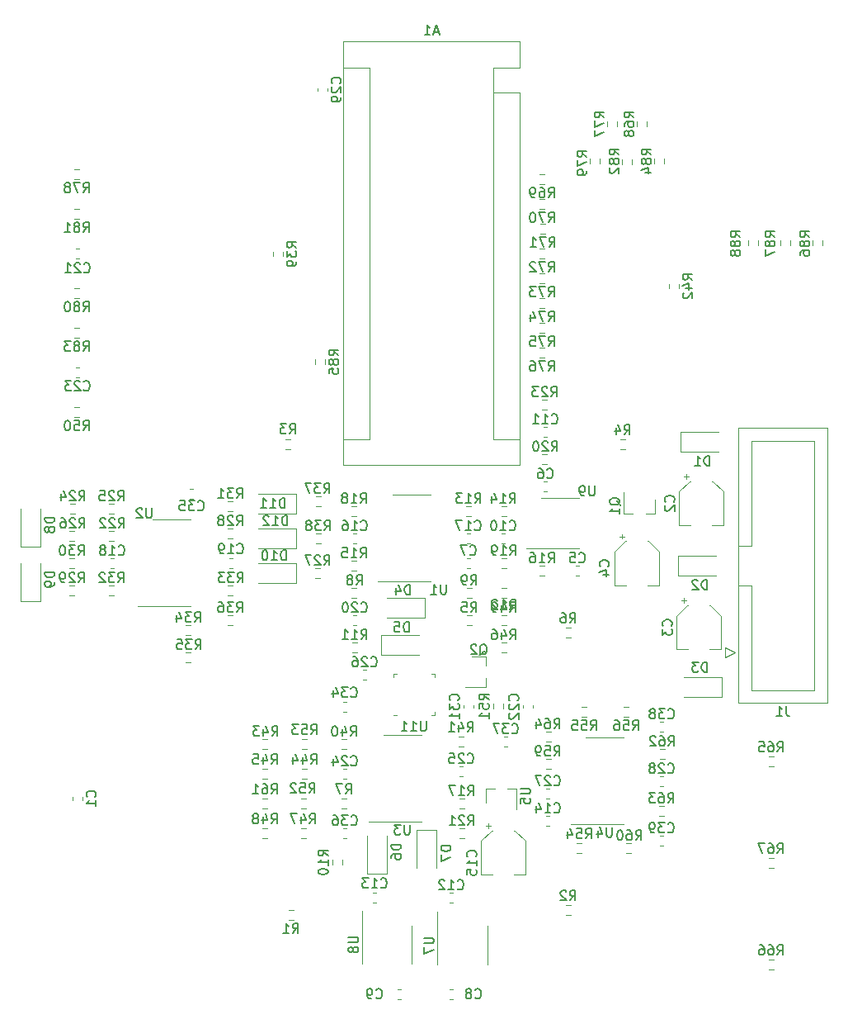
<source format=gbr>
%TF.GenerationSoftware,KiCad,Pcbnew,7.0.2*%
%TF.CreationDate,2023-05-23T13:36:19-04:00*%
%TF.ProjectId,SSI2130_Oscillator,53534932-3133-4305-9f4f-7363696c6c61,rev?*%
%TF.SameCoordinates,Original*%
%TF.FileFunction,Legend,Bot*%
%TF.FilePolarity,Positive*%
%FSLAX46Y46*%
G04 Gerber Fmt 4.6, Leading zero omitted, Abs format (unit mm)*
G04 Created by KiCad (PCBNEW 7.0.2) date 2023-05-23 13:36:19*
%MOMM*%
%LPD*%
G01*
G04 APERTURE LIST*
%ADD10C,0.150000*%
%ADD11C,0.120000*%
G04 APERTURE END LIST*
D10*
%TO.C,C35*%
X48928857Y-73265380D02*
X48976476Y-73313000D01*
X48976476Y-73313000D02*
X49119333Y-73360619D01*
X49119333Y-73360619D02*
X49214571Y-73360619D01*
X49214571Y-73360619D02*
X49357428Y-73313000D01*
X49357428Y-73313000D02*
X49452666Y-73217761D01*
X49452666Y-73217761D02*
X49500285Y-73122523D01*
X49500285Y-73122523D02*
X49547904Y-72932047D01*
X49547904Y-72932047D02*
X49547904Y-72789190D01*
X49547904Y-72789190D02*
X49500285Y-72598714D01*
X49500285Y-72598714D02*
X49452666Y-72503476D01*
X49452666Y-72503476D02*
X49357428Y-72408238D01*
X49357428Y-72408238D02*
X49214571Y-72360619D01*
X49214571Y-72360619D02*
X49119333Y-72360619D01*
X49119333Y-72360619D02*
X48976476Y-72408238D01*
X48976476Y-72408238D02*
X48928857Y-72455857D01*
X48595523Y-72360619D02*
X47976476Y-72360619D01*
X47976476Y-72360619D02*
X48309809Y-72741571D01*
X48309809Y-72741571D02*
X48166952Y-72741571D01*
X48166952Y-72741571D02*
X48071714Y-72789190D01*
X48071714Y-72789190D02*
X48024095Y-72836809D01*
X48024095Y-72836809D02*
X47976476Y-72932047D01*
X47976476Y-72932047D02*
X47976476Y-73170142D01*
X47976476Y-73170142D02*
X48024095Y-73265380D01*
X48024095Y-73265380D02*
X48071714Y-73313000D01*
X48071714Y-73313000D02*
X48166952Y-73360619D01*
X48166952Y-73360619D02*
X48452666Y-73360619D01*
X48452666Y-73360619D02*
X48547904Y-73313000D01*
X48547904Y-73313000D02*
X48595523Y-73265380D01*
X47071714Y-72360619D02*
X47547904Y-72360619D01*
X47547904Y-72360619D02*
X47595523Y-72836809D01*
X47595523Y-72836809D02*
X47547904Y-72789190D01*
X47547904Y-72789190D02*
X47452666Y-72741571D01*
X47452666Y-72741571D02*
X47214571Y-72741571D01*
X47214571Y-72741571D02*
X47119333Y-72789190D01*
X47119333Y-72789190D02*
X47071714Y-72836809D01*
X47071714Y-72836809D02*
X47024095Y-72932047D01*
X47024095Y-72932047D02*
X47024095Y-73170142D01*
X47024095Y-73170142D02*
X47071714Y-73265380D01*
X47071714Y-73265380D02*
X47119333Y-73313000D01*
X47119333Y-73313000D02*
X47214571Y-73360619D01*
X47214571Y-73360619D02*
X47452666Y-73360619D01*
X47452666Y-73360619D02*
X47547904Y-73313000D01*
X47547904Y-73313000D02*
X47595523Y-73265380D01*
%TO.C,A1*%
X73612285Y-24306904D02*
X73136095Y-24306904D01*
X73707523Y-24592619D02*
X73374190Y-23592619D01*
X73374190Y-23592619D02*
X73040857Y-24592619D01*
X72183714Y-24592619D02*
X72755142Y-24592619D01*
X72469428Y-24592619D02*
X72469428Y-23592619D01*
X72469428Y-23592619D02*
X72564666Y-23735476D01*
X72564666Y-23735476D02*
X72659904Y-23830714D01*
X72659904Y-23830714D02*
X72755142Y-23878333D01*
%TO.C,C2*%
X97751380Y-72455333D02*
X97799000Y-72407714D01*
X97799000Y-72407714D02*
X97846619Y-72264857D01*
X97846619Y-72264857D02*
X97846619Y-72169619D01*
X97846619Y-72169619D02*
X97799000Y-72026762D01*
X97799000Y-72026762D02*
X97703761Y-71931524D01*
X97703761Y-71931524D02*
X97608523Y-71883905D01*
X97608523Y-71883905D02*
X97418047Y-71836286D01*
X97418047Y-71836286D02*
X97275190Y-71836286D01*
X97275190Y-71836286D02*
X97084714Y-71883905D01*
X97084714Y-71883905D02*
X96989476Y-71931524D01*
X96989476Y-71931524D02*
X96894238Y-72026762D01*
X96894238Y-72026762D02*
X96846619Y-72169619D01*
X96846619Y-72169619D02*
X96846619Y-72264857D01*
X96846619Y-72264857D02*
X96894238Y-72407714D01*
X96894238Y-72407714D02*
X96941857Y-72455333D01*
X96941857Y-72836286D02*
X96894238Y-72883905D01*
X96894238Y-72883905D02*
X96846619Y-72979143D01*
X96846619Y-72979143D02*
X96846619Y-73217238D01*
X96846619Y-73217238D02*
X96894238Y-73312476D01*
X96894238Y-73312476D02*
X96941857Y-73360095D01*
X96941857Y-73360095D02*
X97037095Y-73407714D01*
X97037095Y-73407714D02*
X97132333Y-73407714D01*
X97132333Y-73407714D02*
X97275190Y-73360095D01*
X97275190Y-73360095D02*
X97846619Y-72788667D01*
X97846619Y-72788667D02*
X97846619Y-73407714D01*
%TO.C,C3*%
X97497380Y-85177333D02*
X97545000Y-85129714D01*
X97545000Y-85129714D02*
X97592619Y-84986857D01*
X97592619Y-84986857D02*
X97592619Y-84891619D01*
X97592619Y-84891619D02*
X97545000Y-84748762D01*
X97545000Y-84748762D02*
X97449761Y-84653524D01*
X97449761Y-84653524D02*
X97354523Y-84605905D01*
X97354523Y-84605905D02*
X97164047Y-84558286D01*
X97164047Y-84558286D02*
X97021190Y-84558286D01*
X97021190Y-84558286D02*
X96830714Y-84605905D01*
X96830714Y-84605905D02*
X96735476Y-84653524D01*
X96735476Y-84653524D02*
X96640238Y-84748762D01*
X96640238Y-84748762D02*
X96592619Y-84891619D01*
X96592619Y-84891619D02*
X96592619Y-84986857D01*
X96592619Y-84986857D02*
X96640238Y-85129714D01*
X96640238Y-85129714D02*
X96687857Y-85177333D01*
X96592619Y-85510667D02*
X96592619Y-86129714D01*
X96592619Y-86129714D02*
X96973571Y-85796381D01*
X96973571Y-85796381D02*
X96973571Y-85939238D01*
X96973571Y-85939238D02*
X97021190Y-86034476D01*
X97021190Y-86034476D02*
X97068809Y-86082095D01*
X97068809Y-86082095D02*
X97164047Y-86129714D01*
X97164047Y-86129714D02*
X97402142Y-86129714D01*
X97402142Y-86129714D02*
X97497380Y-86082095D01*
X97497380Y-86082095D02*
X97545000Y-86034476D01*
X97545000Y-86034476D02*
X97592619Y-85939238D01*
X97592619Y-85939238D02*
X97592619Y-85653524D01*
X97592619Y-85653524D02*
X97545000Y-85558286D01*
X97545000Y-85558286D02*
X97497380Y-85510667D01*
%TO.C,C4*%
X91045380Y-79081333D02*
X91093000Y-79033714D01*
X91093000Y-79033714D02*
X91140619Y-78890857D01*
X91140619Y-78890857D02*
X91140619Y-78795619D01*
X91140619Y-78795619D02*
X91093000Y-78652762D01*
X91093000Y-78652762D02*
X90997761Y-78557524D01*
X90997761Y-78557524D02*
X90902523Y-78509905D01*
X90902523Y-78509905D02*
X90712047Y-78462286D01*
X90712047Y-78462286D02*
X90569190Y-78462286D01*
X90569190Y-78462286D02*
X90378714Y-78509905D01*
X90378714Y-78509905D02*
X90283476Y-78557524D01*
X90283476Y-78557524D02*
X90188238Y-78652762D01*
X90188238Y-78652762D02*
X90140619Y-78795619D01*
X90140619Y-78795619D02*
X90140619Y-78890857D01*
X90140619Y-78890857D02*
X90188238Y-79033714D01*
X90188238Y-79033714D02*
X90235857Y-79081333D01*
X90473952Y-79938476D02*
X91140619Y-79938476D01*
X90093000Y-79700381D02*
X90807285Y-79462286D01*
X90807285Y-79462286D02*
X90807285Y-80081333D01*
%TO.C,C5*%
X88037666Y-78599380D02*
X88085285Y-78647000D01*
X88085285Y-78647000D02*
X88228142Y-78694619D01*
X88228142Y-78694619D02*
X88323380Y-78694619D01*
X88323380Y-78694619D02*
X88466237Y-78647000D01*
X88466237Y-78647000D02*
X88561475Y-78551761D01*
X88561475Y-78551761D02*
X88609094Y-78456523D01*
X88609094Y-78456523D02*
X88656713Y-78266047D01*
X88656713Y-78266047D02*
X88656713Y-78123190D01*
X88656713Y-78123190D02*
X88609094Y-77932714D01*
X88609094Y-77932714D02*
X88561475Y-77837476D01*
X88561475Y-77837476D02*
X88466237Y-77742238D01*
X88466237Y-77742238D02*
X88323380Y-77694619D01*
X88323380Y-77694619D02*
X88228142Y-77694619D01*
X88228142Y-77694619D02*
X88085285Y-77742238D01*
X88085285Y-77742238D02*
X88037666Y-77789857D01*
X87132904Y-77694619D02*
X87609094Y-77694619D01*
X87609094Y-77694619D02*
X87656713Y-78170809D01*
X87656713Y-78170809D02*
X87609094Y-78123190D01*
X87609094Y-78123190D02*
X87513856Y-78075571D01*
X87513856Y-78075571D02*
X87275761Y-78075571D01*
X87275761Y-78075571D02*
X87180523Y-78123190D01*
X87180523Y-78123190D02*
X87132904Y-78170809D01*
X87132904Y-78170809D02*
X87085285Y-78266047D01*
X87085285Y-78266047D02*
X87085285Y-78504142D01*
X87085285Y-78504142D02*
X87132904Y-78599380D01*
X87132904Y-78599380D02*
X87180523Y-78647000D01*
X87180523Y-78647000D02*
X87275761Y-78694619D01*
X87275761Y-78694619D02*
X87513856Y-78694619D01*
X87513856Y-78694619D02*
X87609094Y-78647000D01*
X87609094Y-78647000D02*
X87656713Y-78599380D01*
%TO.C,C6*%
X84761666Y-69963380D02*
X84809285Y-70011000D01*
X84809285Y-70011000D02*
X84952142Y-70058619D01*
X84952142Y-70058619D02*
X85047380Y-70058619D01*
X85047380Y-70058619D02*
X85190237Y-70011000D01*
X85190237Y-70011000D02*
X85285475Y-69915761D01*
X85285475Y-69915761D02*
X85333094Y-69820523D01*
X85333094Y-69820523D02*
X85380713Y-69630047D01*
X85380713Y-69630047D02*
X85380713Y-69487190D01*
X85380713Y-69487190D02*
X85333094Y-69296714D01*
X85333094Y-69296714D02*
X85285475Y-69201476D01*
X85285475Y-69201476D02*
X85190237Y-69106238D01*
X85190237Y-69106238D02*
X85047380Y-69058619D01*
X85047380Y-69058619D02*
X84952142Y-69058619D01*
X84952142Y-69058619D02*
X84809285Y-69106238D01*
X84809285Y-69106238D02*
X84761666Y-69153857D01*
X83904523Y-69058619D02*
X84094999Y-69058619D01*
X84094999Y-69058619D02*
X84190237Y-69106238D01*
X84190237Y-69106238D02*
X84237856Y-69153857D01*
X84237856Y-69153857D02*
X84333094Y-69296714D01*
X84333094Y-69296714D02*
X84380713Y-69487190D01*
X84380713Y-69487190D02*
X84380713Y-69868142D01*
X84380713Y-69868142D02*
X84333094Y-69963380D01*
X84333094Y-69963380D02*
X84285475Y-70011000D01*
X84285475Y-70011000D02*
X84190237Y-70058619D01*
X84190237Y-70058619D02*
X83999761Y-70058619D01*
X83999761Y-70058619D02*
X83904523Y-70011000D01*
X83904523Y-70011000D02*
X83856904Y-69963380D01*
X83856904Y-69963380D02*
X83809285Y-69868142D01*
X83809285Y-69868142D02*
X83809285Y-69630047D01*
X83809285Y-69630047D02*
X83856904Y-69534809D01*
X83856904Y-69534809D02*
X83904523Y-69487190D01*
X83904523Y-69487190D02*
X83999761Y-69439571D01*
X83999761Y-69439571D02*
X84190237Y-69439571D01*
X84190237Y-69439571D02*
X84285475Y-69487190D01*
X84285475Y-69487190D02*
X84333094Y-69534809D01*
X84333094Y-69534809D02*
X84380713Y-69630047D01*
%TO.C,C7*%
X76848666Y-77837380D02*
X76896285Y-77885000D01*
X76896285Y-77885000D02*
X77039142Y-77932619D01*
X77039142Y-77932619D02*
X77134380Y-77932619D01*
X77134380Y-77932619D02*
X77277237Y-77885000D01*
X77277237Y-77885000D02*
X77372475Y-77789761D01*
X77372475Y-77789761D02*
X77420094Y-77694523D01*
X77420094Y-77694523D02*
X77467713Y-77504047D01*
X77467713Y-77504047D02*
X77467713Y-77361190D01*
X77467713Y-77361190D02*
X77420094Y-77170714D01*
X77420094Y-77170714D02*
X77372475Y-77075476D01*
X77372475Y-77075476D02*
X77277237Y-76980238D01*
X77277237Y-76980238D02*
X77134380Y-76932619D01*
X77134380Y-76932619D02*
X77039142Y-76932619D01*
X77039142Y-76932619D02*
X76896285Y-76980238D01*
X76896285Y-76980238D02*
X76848666Y-77027857D01*
X76515332Y-76932619D02*
X75848666Y-76932619D01*
X75848666Y-76932619D02*
X76277237Y-77932619D01*
%TO.C,C8*%
X77382666Y-123303380D02*
X77430285Y-123351000D01*
X77430285Y-123351000D02*
X77573142Y-123398619D01*
X77573142Y-123398619D02*
X77668380Y-123398619D01*
X77668380Y-123398619D02*
X77811237Y-123351000D01*
X77811237Y-123351000D02*
X77906475Y-123255761D01*
X77906475Y-123255761D02*
X77954094Y-123160523D01*
X77954094Y-123160523D02*
X78001713Y-122970047D01*
X78001713Y-122970047D02*
X78001713Y-122827190D01*
X78001713Y-122827190D02*
X77954094Y-122636714D01*
X77954094Y-122636714D02*
X77906475Y-122541476D01*
X77906475Y-122541476D02*
X77811237Y-122446238D01*
X77811237Y-122446238D02*
X77668380Y-122398619D01*
X77668380Y-122398619D02*
X77573142Y-122398619D01*
X77573142Y-122398619D02*
X77430285Y-122446238D01*
X77430285Y-122446238D02*
X77382666Y-122493857D01*
X76811237Y-122827190D02*
X76906475Y-122779571D01*
X76906475Y-122779571D02*
X76954094Y-122731952D01*
X76954094Y-122731952D02*
X77001713Y-122636714D01*
X77001713Y-122636714D02*
X77001713Y-122589095D01*
X77001713Y-122589095D02*
X76954094Y-122493857D01*
X76954094Y-122493857D02*
X76906475Y-122446238D01*
X76906475Y-122446238D02*
X76811237Y-122398619D01*
X76811237Y-122398619D02*
X76620761Y-122398619D01*
X76620761Y-122398619D02*
X76525523Y-122446238D01*
X76525523Y-122446238D02*
X76477904Y-122493857D01*
X76477904Y-122493857D02*
X76430285Y-122589095D01*
X76430285Y-122589095D02*
X76430285Y-122636714D01*
X76430285Y-122636714D02*
X76477904Y-122731952D01*
X76477904Y-122731952D02*
X76525523Y-122779571D01*
X76525523Y-122779571D02*
X76620761Y-122827190D01*
X76620761Y-122827190D02*
X76811237Y-122827190D01*
X76811237Y-122827190D02*
X76906475Y-122874809D01*
X76906475Y-122874809D02*
X76954094Y-122922428D01*
X76954094Y-122922428D02*
X77001713Y-123017666D01*
X77001713Y-123017666D02*
X77001713Y-123208142D01*
X77001713Y-123208142D02*
X76954094Y-123303380D01*
X76954094Y-123303380D02*
X76906475Y-123351000D01*
X76906475Y-123351000D02*
X76811237Y-123398619D01*
X76811237Y-123398619D02*
X76620761Y-123398619D01*
X76620761Y-123398619D02*
X76525523Y-123351000D01*
X76525523Y-123351000D02*
X76477904Y-123303380D01*
X76477904Y-123303380D02*
X76430285Y-123208142D01*
X76430285Y-123208142D02*
X76430285Y-123017666D01*
X76430285Y-123017666D02*
X76477904Y-122922428D01*
X76477904Y-122922428D02*
X76525523Y-122874809D01*
X76525523Y-122874809D02*
X76620761Y-122827190D01*
%TO.C,C9*%
X67222666Y-123303380D02*
X67270285Y-123351000D01*
X67270285Y-123351000D02*
X67413142Y-123398619D01*
X67413142Y-123398619D02*
X67508380Y-123398619D01*
X67508380Y-123398619D02*
X67651237Y-123351000D01*
X67651237Y-123351000D02*
X67746475Y-123255761D01*
X67746475Y-123255761D02*
X67794094Y-123160523D01*
X67794094Y-123160523D02*
X67841713Y-122970047D01*
X67841713Y-122970047D02*
X67841713Y-122827190D01*
X67841713Y-122827190D02*
X67794094Y-122636714D01*
X67794094Y-122636714D02*
X67746475Y-122541476D01*
X67746475Y-122541476D02*
X67651237Y-122446238D01*
X67651237Y-122446238D02*
X67508380Y-122398619D01*
X67508380Y-122398619D02*
X67413142Y-122398619D01*
X67413142Y-122398619D02*
X67270285Y-122446238D01*
X67270285Y-122446238D02*
X67222666Y-122493857D01*
X66746475Y-123398619D02*
X66555999Y-123398619D01*
X66555999Y-123398619D02*
X66460761Y-123351000D01*
X66460761Y-123351000D02*
X66413142Y-123303380D01*
X66413142Y-123303380D02*
X66317904Y-123160523D01*
X66317904Y-123160523D02*
X66270285Y-122970047D01*
X66270285Y-122970047D02*
X66270285Y-122589095D01*
X66270285Y-122589095D02*
X66317904Y-122493857D01*
X66317904Y-122493857D02*
X66365523Y-122446238D01*
X66365523Y-122446238D02*
X66460761Y-122398619D01*
X66460761Y-122398619D02*
X66651237Y-122398619D01*
X66651237Y-122398619D02*
X66746475Y-122446238D01*
X66746475Y-122446238D02*
X66794094Y-122493857D01*
X66794094Y-122493857D02*
X66841713Y-122589095D01*
X66841713Y-122589095D02*
X66841713Y-122827190D01*
X66841713Y-122827190D02*
X66794094Y-122922428D01*
X66794094Y-122922428D02*
X66746475Y-122970047D01*
X66746475Y-122970047D02*
X66651237Y-123017666D01*
X66651237Y-123017666D02*
X66460761Y-123017666D01*
X66460761Y-123017666D02*
X66365523Y-122970047D01*
X66365523Y-122970047D02*
X66317904Y-122922428D01*
X66317904Y-122922428D02*
X66270285Y-122827190D01*
%TO.C,C10*%
X80906857Y-75297380D02*
X80954476Y-75345000D01*
X80954476Y-75345000D02*
X81097333Y-75392619D01*
X81097333Y-75392619D02*
X81192571Y-75392619D01*
X81192571Y-75392619D02*
X81335428Y-75345000D01*
X81335428Y-75345000D02*
X81430666Y-75249761D01*
X81430666Y-75249761D02*
X81478285Y-75154523D01*
X81478285Y-75154523D02*
X81525904Y-74964047D01*
X81525904Y-74964047D02*
X81525904Y-74821190D01*
X81525904Y-74821190D02*
X81478285Y-74630714D01*
X81478285Y-74630714D02*
X81430666Y-74535476D01*
X81430666Y-74535476D02*
X81335428Y-74440238D01*
X81335428Y-74440238D02*
X81192571Y-74392619D01*
X81192571Y-74392619D02*
X81097333Y-74392619D01*
X81097333Y-74392619D02*
X80954476Y-74440238D01*
X80954476Y-74440238D02*
X80906857Y-74487857D01*
X79954476Y-75392619D02*
X80525904Y-75392619D01*
X80240190Y-75392619D02*
X80240190Y-74392619D01*
X80240190Y-74392619D02*
X80335428Y-74535476D01*
X80335428Y-74535476D02*
X80430666Y-74630714D01*
X80430666Y-74630714D02*
X80525904Y-74678333D01*
X79335428Y-74392619D02*
X79240190Y-74392619D01*
X79240190Y-74392619D02*
X79144952Y-74440238D01*
X79144952Y-74440238D02*
X79097333Y-74487857D01*
X79097333Y-74487857D02*
X79049714Y-74583095D01*
X79049714Y-74583095D02*
X79002095Y-74773571D01*
X79002095Y-74773571D02*
X79002095Y-75011666D01*
X79002095Y-75011666D02*
X79049714Y-75202142D01*
X79049714Y-75202142D02*
X79097333Y-75297380D01*
X79097333Y-75297380D02*
X79144952Y-75345000D01*
X79144952Y-75345000D02*
X79240190Y-75392619D01*
X79240190Y-75392619D02*
X79335428Y-75392619D01*
X79335428Y-75392619D02*
X79430666Y-75345000D01*
X79430666Y-75345000D02*
X79478285Y-75297380D01*
X79478285Y-75297380D02*
X79525904Y-75202142D01*
X79525904Y-75202142D02*
X79573523Y-75011666D01*
X79573523Y-75011666D02*
X79573523Y-74773571D01*
X79573523Y-74773571D02*
X79525904Y-74583095D01*
X79525904Y-74583095D02*
X79478285Y-74487857D01*
X79478285Y-74487857D02*
X79430666Y-74440238D01*
X79430666Y-74440238D02*
X79335428Y-74392619D01*
%TO.C,C11*%
X85224857Y-64375380D02*
X85272476Y-64423000D01*
X85272476Y-64423000D02*
X85415333Y-64470619D01*
X85415333Y-64470619D02*
X85510571Y-64470619D01*
X85510571Y-64470619D02*
X85653428Y-64423000D01*
X85653428Y-64423000D02*
X85748666Y-64327761D01*
X85748666Y-64327761D02*
X85796285Y-64232523D01*
X85796285Y-64232523D02*
X85843904Y-64042047D01*
X85843904Y-64042047D02*
X85843904Y-63899190D01*
X85843904Y-63899190D02*
X85796285Y-63708714D01*
X85796285Y-63708714D02*
X85748666Y-63613476D01*
X85748666Y-63613476D02*
X85653428Y-63518238D01*
X85653428Y-63518238D02*
X85510571Y-63470619D01*
X85510571Y-63470619D02*
X85415333Y-63470619D01*
X85415333Y-63470619D02*
X85272476Y-63518238D01*
X85272476Y-63518238D02*
X85224857Y-63565857D01*
X84272476Y-64470619D02*
X84843904Y-64470619D01*
X84558190Y-64470619D02*
X84558190Y-63470619D01*
X84558190Y-63470619D02*
X84653428Y-63613476D01*
X84653428Y-63613476D02*
X84748666Y-63708714D01*
X84748666Y-63708714D02*
X84843904Y-63756333D01*
X83320095Y-64470619D02*
X83891523Y-64470619D01*
X83605809Y-64470619D02*
X83605809Y-63470619D01*
X83605809Y-63470619D02*
X83701047Y-63613476D01*
X83701047Y-63613476D02*
X83796285Y-63708714D01*
X83796285Y-63708714D02*
X83891523Y-63756333D01*
%TO.C,C12*%
X75572857Y-112127380D02*
X75620476Y-112175000D01*
X75620476Y-112175000D02*
X75763333Y-112222619D01*
X75763333Y-112222619D02*
X75858571Y-112222619D01*
X75858571Y-112222619D02*
X76001428Y-112175000D01*
X76001428Y-112175000D02*
X76096666Y-112079761D01*
X76096666Y-112079761D02*
X76144285Y-111984523D01*
X76144285Y-111984523D02*
X76191904Y-111794047D01*
X76191904Y-111794047D02*
X76191904Y-111651190D01*
X76191904Y-111651190D02*
X76144285Y-111460714D01*
X76144285Y-111460714D02*
X76096666Y-111365476D01*
X76096666Y-111365476D02*
X76001428Y-111270238D01*
X76001428Y-111270238D02*
X75858571Y-111222619D01*
X75858571Y-111222619D02*
X75763333Y-111222619D01*
X75763333Y-111222619D02*
X75620476Y-111270238D01*
X75620476Y-111270238D02*
X75572857Y-111317857D01*
X74620476Y-112222619D02*
X75191904Y-112222619D01*
X74906190Y-112222619D02*
X74906190Y-111222619D01*
X74906190Y-111222619D02*
X75001428Y-111365476D01*
X75001428Y-111365476D02*
X75096666Y-111460714D01*
X75096666Y-111460714D02*
X75191904Y-111508333D01*
X74239523Y-111317857D02*
X74191904Y-111270238D01*
X74191904Y-111270238D02*
X74096666Y-111222619D01*
X74096666Y-111222619D02*
X73858571Y-111222619D01*
X73858571Y-111222619D02*
X73763333Y-111270238D01*
X73763333Y-111270238D02*
X73715714Y-111317857D01*
X73715714Y-111317857D02*
X73668095Y-111413095D01*
X73668095Y-111413095D02*
X73668095Y-111508333D01*
X73668095Y-111508333D02*
X73715714Y-111651190D01*
X73715714Y-111651190D02*
X74287142Y-112222619D01*
X74287142Y-112222619D02*
X73668095Y-112222619D01*
%TO.C,C13*%
X67711857Y-111967380D02*
X67759476Y-112015000D01*
X67759476Y-112015000D02*
X67902333Y-112062619D01*
X67902333Y-112062619D02*
X67997571Y-112062619D01*
X67997571Y-112062619D02*
X68140428Y-112015000D01*
X68140428Y-112015000D02*
X68235666Y-111919761D01*
X68235666Y-111919761D02*
X68283285Y-111824523D01*
X68283285Y-111824523D02*
X68330904Y-111634047D01*
X68330904Y-111634047D02*
X68330904Y-111491190D01*
X68330904Y-111491190D02*
X68283285Y-111300714D01*
X68283285Y-111300714D02*
X68235666Y-111205476D01*
X68235666Y-111205476D02*
X68140428Y-111110238D01*
X68140428Y-111110238D02*
X67997571Y-111062619D01*
X67997571Y-111062619D02*
X67902333Y-111062619D01*
X67902333Y-111062619D02*
X67759476Y-111110238D01*
X67759476Y-111110238D02*
X67711857Y-111157857D01*
X66759476Y-112062619D02*
X67330904Y-112062619D01*
X67045190Y-112062619D02*
X67045190Y-111062619D01*
X67045190Y-111062619D02*
X67140428Y-111205476D01*
X67140428Y-111205476D02*
X67235666Y-111300714D01*
X67235666Y-111300714D02*
X67330904Y-111348333D01*
X66426142Y-111062619D02*
X65807095Y-111062619D01*
X65807095Y-111062619D02*
X66140428Y-111443571D01*
X66140428Y-111443571D02*
X65997571Y-111443571D01*
X65997571Y-111443571D02*
X65902333Y-111491190D01*
X65902333Y-111491190D02*
X65854714Y-111538809D01*
X65854714Y-111538809D02*
X65807095Y-111634047D01*
X65807095Y-111634047D02*
X65807095Y-111872142D01*
X65807095Y-111872142D02*
X65854714Y-111967380D01*
X65854714Y-111967380D02*
X65902333Y-112015000D01*
X65902333Y-112015000D02*
X65997571Y-112062619D01*
X65997571Y-112062619D02*
X66283285Y-112062619D01*
X66283285Y-112062619D02*
X66378523Y-112015000D01*
X66378523Y-112015000D02*
X66426142Y-111967380D01*
%TO.C,C14*%
X85491857Y-104253380D02*
X85539476Y-104301000D01*
X85539476Y-104301000D02*
X85682333Y-104348619D01*
X85682333Y-104348619D02*
X85777571Y-104348619D01*
X85777571Y-104348619D02*
X85920428Y-104301000D01*
X85920428Y-104301000D02*
X86015666Y-104205761D01*
X86015666Y-104205761D02*
X86063285Y-104110523D01*
X86063285Y-104110523D02*
X86110904Y-103920047D01*
X86110904Y-103920047D02*
X86110904Y-103777190D01*
X86110904Y-103777190D02*
X86063285Y-103586714D01*
X86063285Y-103586714D02*
X86015666Y-103491476D01*
X86015666Y-103491476D02*
X85920428Y-103396238D01*
X85920428Y-103396238D02*
X85777571Y-103348619D01*
X85777571Y-103348619D02*
X85682333Y-103348619D01*
X85682333Y-103348619D02*
X85539476Y-103396238D01*
X85539476Y-103396238D02*
X85491857Y-103443857D01*
X84539476Y-104348619D02*
X85110904Y-104348619D01*
X84825190Y-104348619D02*
X84825190Y-103348619D01*
X84825190Y-103348619D02*
X84920428Y-103491476D01*
X84920428Y-103491476D02*
X85015666Y-103586714D01*
X85015666Y-103586714D02*
X85110904Y-103634333D01*
X83682333Y-103681952D02*
X83682333Y-104348619D01*
X83920428Y-103301000D02*
X84158523Y-104015285D01*
X84158523Y-104015285D02*
X83539476Y-104015285D01*
%TO.C,C15*%
X77431380Y-108831142D02*
X77479000Y-108783523D01*
X77479000Y-108783523D02*
X77526619Y-108640666D01*
X77526619Y-108640666D02*
X77526619Y-108545428D01*
X77526619Y-108545428D02*
X77479000Y-108402571D01*
X77479000Y-108402571D02*
X77383761Y-108307333D01*
X77383761Y-108307333D02*
X77288523Y-108259714D01*
X77288523Y-108259714D02*
X77098047Y-108212095D01*
X77098047Y-108212095D02*
X76955190Y-108212095D01*
X76955190Y-108212095D02*
X76764714Y-108259714D01*
X76764714Y-108259714D02*
X76669476Y-108307333D01*
X76669476Y-108307333D02*
X76574238Y-108402571D01*
X76574238Y-108402571D02*
X76526619Y-108545428D01*
X76526619Y-108545428D02*
X76526619Y-108640666D01*
X76526619Y-108640666D02*
X76574238Y-108783523D01*
X76574238Y-108783523D02*
X76621857Y-108831142D01*
X77526619Y-109783523D02*
X77526619Y-109212095D01*
X77526619Y-109497809D02*
X76526619Y-109497809D01*
X76526619Y-109497809D02*
X76669476Y-109402571D01*
X76669476Y-109402571D02*
X76764714Y-109307333D01*
X76764714Y-109307333D02*
X76812333Y-109212095D01*
X76526619Y-110688285D02*
X76526619Y-110212095D01*
X76526619Y-110212095D02*
X77002809Y-110164476D01*
X77002809Y-110164476D02*
X76955190Y-110212095D01*
X76955190Y-110212095D02*
X76907571Y-110307333D01*
X76907571Y-110307333D02*
X76907571Y-110545428D01*
X76907571Y-110545428D02*
X76955190Y-110640666D01*
X76955190Y-110640666D02*
X77002809Y-110688285D01*
X77002809Y-110688285D02*
X77098047Y-110735904D01*
X77098047Y-110735904D02*
X77336142Y-110735904D01*
X77336142Y-110735904D02*
X77431380Y-110688285D01*
X77431380Y-110688285D02*
X77479000Y-110640666D01*
X77479000Y-110640666D02*
X77526619Y-110545428D01*
X77526619Y-110545428D02*
X77526619Y-110307333D01*
X77526619Y-110307333D02*
X77479000Y-110212095D01*
X77479000Y-110212095D02*
X77431380Y-110164476D01*
%TO.C,C16*%
X65653857Y-75297380D02*
X65701476Y-75345000D01*
X65701476Y-75345000D02*
X65844333Y-75392619D01*
X65844333Y-75392619D02*
X65939571Y-75392619D01*
X65939571Y-75392619D02*
X66082428Y-75345000D01*
X66082428Y-75345000D02*
X66177666Y-75249761D01*
X66177666Y-75249761D02*
X66225285Y-75154523D01*
X66225285Y-75154523D02*
X66272904Y-74964047D01*
X66272904Y-74964047D02*
X66272904Y-74821190D01*
X66272904Y-74821190D02*
X66225285Y-74630714D01*
X66225285Y-74630714D02*
X66177666Y-74535476D01*
X66177666Y-74535476D02*
X66082428Y-74440238D01*
X66082428Y-74440238D02*
X65939571Y-74392619D01*
X65939571Y-74392619D02*
X65844333Y-74392619D01*
X65844333Y-74392619D02*
X65701476Y-74440238D01*
X65701476Y-74440238D02*
X65653857Y-74487857D01*
X64701476Y-75392619D02*
X65272904Y-75392619D01*
X64987190Y-75392619D02*
X64987190Y-74392619D01*
X64987190Y-74392619D02*
X65082428Y-74535476D01*
X65082428Y-74535476D02*
X65177666Y-74630714D01*
X65177666Y-74630714D02*
X65272904Y-74678333D01*
X63844333Y-74392619D02*
X64034809Y-74392619D01*
X64034809Y-74392619D02*
X64130047Y-74440238D01*
X64130047Y-74440238D02*
X64177666Y-74487857D01*
X64177666Y-74487857D02*
X64272904Y-74630714D01*
X64272904Y-74630714D02*
X64320523Y-74821190D01*
X64320523Y-74821190D02*
X64320523Y-75202142D01*
X64320523Y-75202142D02*
X64272904Y-75297380D01*
X64272904Y-75297380D02*
X64225285Y-75345000D01*
X64225285Y-75345000D02*
X64130047Y-75392619D01*
X64130047Y-75392619D02*
X63939571Y-75392619D01*
X63939571Y-75392619D02*
X63844333Y-75345000D01*
X63844333Y-75345000D02*
X63796714Y-75297380D01*
X63796714Y-75297380D02*
X63749095Y-75202142D01*
X63749095Y-75202142D02*
X63749095Y-74964047D01*
X63749095Y-74964047D02*
X63796714Y-74868809D01*
X63796714Y-74868809D02*
X63844333Y-74821190D01*
X63844333Y-74821190D02*
X63939571Y-74773571D01*
X63939571Y-74773571D02*
X64130047Y-74773571D01*
X64130047Y-74773571D02*
X64225285Y-74821190D01*
X64225285Y-74821190D02*
X64272904Y-74868809D01*
X64272904Y-74868809D02*
X64320523Y-74964047D01*
%TO.C,C17*%
X77337857Y-75297380D02*
X77385476Y-75345000D01*
X77385476Y-75345000D02*
X77528333Y-75392619D01*
X77528333Y-75392619D02*
X77623571Y-75392619D01*
X77623571Y-75392619D02*
X77766428Y-75345000D01*
X77766428Y-75345000D02*
X77861666Y-75249761D01*
X77861666Y-75249761D02*
X77909285Y-75154523D01*
X77909285Y-75154523D02*
X77956904Y-74964047D01*
X77956904Y-74964047D02*
X77956904Y-74821190D01*
X77956904Y-74821190D02*
X77909285Y-74630714D01*
X77909285Y-74630714D02*
X77861666Y-74535476D01*
X77861666Y-74535476D02*
X77766428Y-74440238D01*
X77766428Y-74440238D02*
X77623571Y-74392619D01*
X77623571Y-74392619D02*
X77528333Y-74392619D01*
X77528333Y-74392619D02*
X77385476Y-74440238D01*
X77385476Y-74440238D02*
X77337857Y-74487857D01*
X76385476Y-75392619D02*
X76956904Y-75392619D01*
X76671190Y-75392619D02*
X76671190Y-74392619D01*
X76671190Y-74392619D02*
X76766428Y-74535476D01*
X76766428Y-74535476D02*
X76861666Y-74630714D01*
X76861666Y-74630714D02*
X76956904Y-74678333D01*
X76052142Y-74392619D02*
X75385476Y-74392619D01*
X75385476Y-74392619D02*
X75814047Y-75392619D01*
%TO.C,C18*%
X40774857Y-77837380D02*
X40822476Y-77885000D01*
X40822476Y-77885000D02*
X40965333Y-77932619D01*
X40965333Y-77932619D02*
X41060571Y-77932619D01*
X41060571Y-77932619D02*
X41203428Y-77885000D01*
X41203428Y-77885000D02*
X41298666Y-77789761D01*
X41298666Y-77789761D02*
X41346285Y-77694523D01*
X41346285Y-77694523D02*
X41393904Y-77504047D01*
X41393904Y-77504047D02*
X41393904Y-77361190D01*
X41393904Y-77361190D02*
X41346285Y-77170714D01*
X41346285Y-77170714D02*
X41298666Y-77075476D01*
X41298666Y-77075476D02*
X41203428Y-76980238D01*
X41203428Y-76980238D02*
X41060571Y-76932619D01*
X41060571Y-76932619D02*
X40965333Y-76932619D01*
X40965333Y-76932619D02*
X40822476Y-76980238D01*
X40822476Y-76980238D02*
X40774857Y-77027857D01*
X39822476Y-77932619D02*
X40393904Y-77932619D01*
X40108190Y-77932619D02*
X40108190Y-76932619D01*
X40108190Y-76932619D02*
X40203428Y-77075476D01*
X40203428Y-77075476D02*
X40298666Y-77170714D01*
X40298666Y-77170714D02*
X40393904Y-77218333D01*
X39251047Y-77361190D02*
X39346285Y-77313571D01*
X39346285Y-77313571D02*
X39393904Y-77265952D01*
X39393904Y-77265952D02*
X39441523Y-77170714D01*
X39441523Y-77170714D02*
X39441523Y-77123095D01*
X39441523Y-77123095D02*
X39393904Y-77027857D01*
X39393904Y-77027857D02*
X39346285Y-76980238D01*
X39346285Y-76980238D02*
X39251047Y-76932619D01*
X39251047Y-76932619D02*
X39060571Y-76932619D01*
X39060571Y-76932619D02*
X38965333Y-76980238D01*
X38965333Y-76980238D02*
X38917714Y-77027857D01*
X38917714Y-77027857D02*
X38870095Y-77123095D01*
X38870095Y-77123095D02*
X38870095Y-77170714D01*
X38870095Y-77170714D02*
X38917714Y-77265952D01*
X38917714Y-77265952D02*
X38965333Y-77313571D01*
X38965333Y-77313571D02*
X39060571Y-77361190D01*
X39060571Y-77361190D02*
X39251047Y-77361190D01*
X39251047Y-77361190D02*
X39346285Y-77408809D01*
X39346285Y-77408809D02*
X39393904Y-77456428D01*
X39393904Y-77456428D02*
X39441523Y-77551666D01*
X39441523Y-77551666D02*
X39441523Y-77742142D01*
X39441523Y-77742142D02*
X39393904Y-77837380D01*
X39393904Y-77837380D02*
X39346285Y-77885000D01*
X39346285Y-77885000D02*
X39251047Y-77932619D01*
X39251047Y-77932619D02*
X39060571Y-77932619D01*
X39060571Y-77932619D02*
X38965333Y-77885000D01*
X38965333Y-77885000D02*
X38917714Y-77837380D01*
X38917714Y-77837380D02*
X38870095Y-77742142D01*
X38870095Y-77742142D02*
X38870095Y-77551666D01*
X38870095Y-77551666D02*
X38917714Y-77456428D01*
X38917714Y-77456428D02*
X38965333Y-77408809D01*
X38965333Y-77408809D02*
X39060571Y-77361190D01*
%TO.C,C19*%
X52953857Y-77677380D02*
X53001476Y-77725000D01*
X53001476Y-77725000D02*
X53144333Y-77772619D01*
X53144333Y-77772619D02*
X53239571Y-77772619D01*
X53239571Y-77772619D02*
X53382428Y-77725000D01*
X53382428Y-77725000D02*
X53477666Y-77629761D01*
X53477666Y-77629761D02*
X53525285Y-77534523D01*
X53525285Y-77534523D02*
X53572904Y-77344047D01*
X53572904Y-77344047D02*
X53572904Y-77201190D01*
X53572904Y-77201190D02*
X53525285Y-77010714D01*
X53525285Y-77010714D02*
X53477666Y-76915476D01*
X53477666Y-76915476D02*
X53382428Y-76820238D01*
X53382428Y-76820238D02*
X53239571Y-76772619D01*
X53239571Y-76772619D02*
X53144333Y-76772619D01*
X53144333Y-76772619D02*
X53001476Y-76820238D01*
X53001476Y-76820238D02*
X52953857Y-76867857D01*
X52001476Y-77772619D02*
X52572904Y-77772619D01*
X52287190Y-77772619D02*
X52287190Y-76772619D01*
X52287190Y-76772619D02*
X52382428Y-76915476D01*
X52382428Y-76915476D02*
X52477666Y-77010714D01*
X52477666Y-77010714D02*
X52572904Y-77058333D01*
X51525285Y-77772619D02*
X51334809Y-77772619D01*
X51334809Y-77772619D02*
X51239571Y-77725000D01*
X51239571Y-77725000D02*
X51191952Y-77677380D01*
X51191952Y-77677380D02*
X51096714Y-77534523D01*
X51096714Y-77534523D02*
X51049095Y-77344047D01*
X51049095Y-77344047D02*
X51049095Y-76963095D01*
X51049095Y-76963095D02*
X51096714Y-76867857D01*
X51096714Y-76867857D02*
X51144333Y-76820238D01*
X51144333Y-76820238D02*
X51239571Y-76772619D01*
X51239571Y-76772619D02*
X51430047Y-76772619D01*
X51430047Y-76772619D02*
X51525285Y-76820238D01*
X51525285Y-76820238D02*
X51572904Y-76867857D01*
X51572904Y-76867857D02*
X51620523Y-76963095D01*
X51620523Y-76963095D02*
X51620523Y-77201190D01*
X51620523Y-77201190D02*
X51572904Y-77296428D01*
X51572904Y-77296428D02*
X51525285Y-77344047D01*
X51525285Y-77344047D02*
X51430047Y-77391666D01*
X51430047Y-77391666D02*
X51239571Y-77391666D01*
X51239571Y-77391666D02*
X51144333Y-77344047D01*
X51144333Y-77344047D02*
X51096714Y-77296428D01*
X51096714Y-77296428D02*
X51049095Y-77201190D01*
%TO.C,C20*%
X65666857Y-83679380D02*
X65714476Y-83727000D01*
X65714476Y-83727000D02*
X65857333Y-83774619D01*
X65857333Y-83774619D02*
X65952571Y-83774619D01*
X65952571Y-83774619D02*
X66095428Y-83727000D01*
X66095428Y-83727000D02*
X66190666Y-83631761D01*
X66190666Y-83631761D02*
X66238285Y-83536523D01*
X66238285Y-83536523D02*
X66285904Y-83346047D01*
X66285904Y-83346047D02*
X66285904Y-83203190D01*
X66285904Y-83203190D02*
X66238285Y-83012714D01*
X66238285Y-83012714D02*
X66190666Y-82917476D01*
X66190666Y-82917476D02*
X66095428Y-82822238D01*
X66095428Y-82822238D02*
X65952571Y-82774619D01*
X65952571Y-82774619D02*
X65857333Y-82774619D01*
X65857333Y-82774619D02*
X65714476Y-82822238D01*
X65714476Y-82822238D02*
X65666857Y-82869857D01*
X65285904Y-82869857D02*
X65238285Y-82822238D01*
X65238285Y-82822238D02*
X65143047Y-82774619D01*
X65143047Y-82774619D02*
X64904952Y-82774619D01*
X64904952Y-82774619D02*
X64809714Y-82822238D01*
X64809714Y-82822238D02*
X64762095Y-82869857D01*
X64762095Y-82869857D02*
X64714476Y-82965095D01*
X64714476Y-82965095D02*
X64714476Y-83060333D01*
X64714476Y-83060333D02*
X64762095Y-83203190D01*
X64762095Y-83203190D02*
X65333523Y-83774619D01*
X65333523Y-83774619D02*
X64714476Y-83774619D01*
X64095428Y-82774619D02*
X64000190Y-82774619D01*
X64000190Y-82774619D02*
X63904952Y-82822238D01*
X63904952Y-82822238D02*
X63857333Y-82869857D01*
X63857333Y-82869857D02*
X63809714Y-82965095D01*
X63809714Y-82965095D02*
X63762095Y-83155571D01*
X63762095Y-83155571D02*
X63762095Y-83393666D01*
X63762095Y-83393666D02*
X63809714Y-83584142D01*
X63809714Y-83584142D02*
X63857333Y-83679380D01*
X63857333Y-83679380D02*
X63904952Y-83727000D01*
X63904952Y-83727000D02*
X64000190Y-83774619D01*
X64000190Y-83774619D02*
X64095428Y-83774619D01*
X64095428Y-83774619D02*
X64190666Y-83727000D01*
X64190666Y-83727000D02*
X64238285Y-83679380D01*
X64238285Y-83679380D02*
X64285904Y-83584142D01*
X64285904Y-83584142D02*
X64333523Y-83393666D01*
X64333523Y-83393666D02*
X64333523Y-83155571D01*
X64333523Y-83155571D02*
X64285904Y-82965095D01*
X64285904Y-82965095D02*
X64238285Y-82869857D01*
X64238285Y-82869857D02*
X64190666Y-82822238D01*
X64190666Y-82822238D02*
X64095428Y-82774619D01*
%TO.C,C21*%
X37218857Y-48881380D02*
X37266476Y-48929000D01*
X37266476Y-48929000D02*
X37409333Y-48976619D01*
X37409333Y-48976619D02*
X37504571Y-48976619D01*
X37504571Y-48976619D02*
X37647428Y-48929000D01*
X37647428Y-48929000D02*
X37742666Y-48833761D01*
X37742666Y-48833761D02*
X37790285Y-48738523D01*
X37790285Y-48738523D02*
X37837904Y-48548047D01*
X37837904Y-48548047D02*
X37837904Y-48405190D01*
X37837904Y-48405190D02*
X37790285Y-48214714D01*
X37790285Y-48214714D02*
X37742666Y-48119476D01*
X37742666Y-48119476D02*
X37647428Y-48024238D01*
X37647428Y-48024238D02*
X37504571Y-47976619D01*
X37504571Y-47976619D02*
X37409333Y-47976619D01*
X37409333Y-47976619D02*
X37266476Y-48024238D01*
X37266476Y-48024238D02*
X37218857Y-48071857D01*
X36837904Y-48071857D02*
X36790285Y-48024238D01*
X36790285Y-48024238D02*
X36695047Y-47976619D01*
X36695047Y-47976619D02*
X36456952Y-47976619D01*
X36456952Y-47976619D02*
X36361714Y-48024238D01*
X36361714Y-48024238D02*
X36314095Y-48071857D01*
X36314095Y-48071857D02*
X36266476Y-48167095D01*
X36266476Y-48167095D02*
X36266476Y-48262333D01*
X36266476Y-48262333D02*
X36314095Y-48405190D01*
X36314095Y-48405190D02*
X36885523Y-48976619D01*
X36885523Y-48976619D02*
X36266476Y-48976619D01*
X35314095Y-48976619D02*
X35885523Y-48976619D01*
X35599809Y-48976619D02*
X35599809Y-47976619D01*
X35599809Y-47976619D02*
X35695047Y-48119476D01*
X35695047Y-48119476D02*
X35790285Y-48214714D01*
X35790285Y-48214714D02*
X35885523Y-48262333D01*
%TO.C,C22*%
X81741380Y-92829142D02*
X81789000Y-92781523D01*
X81789000Y-92781523D02*
X81836619Y-92638666D01*
X81836619Y-92638666D02*
X81836619Y-92543428D01*
X81836619Y-92543428D02*
X81789000Y-92400571D01*
X81789000Y-92400571D02*
X81693761Y-92305333D01*
X81693761Y-92305333D02*
X81598523Y-92257714D01*
X81598523Y-92257714D02*
X81408047Y-92210095D01*
X81408047Y-92210095D02*
X81265190Y-92210095D01*
X81265190Y-92210095D02*
X81074714Y-92257714D01*
X81074714Y-92257714D02*
X80979476Y-92305333D01*
X80979476Y-92305333D02*
X80884238Y-92400571D01*
X80884238Y-92400571D02*
X80836619Y-92543428D01*
X80836619Y-92543428D02*
X80836619Y-92638666D01*
X80836619Y-92638666D02*
X80884238Y-92781523D01*
X80884238Y-92781523D02*
X80931857Y-92829142D01*
X80931857Y-93210095D02*
X80884238Y-93257714D01*
X80884238Y-93257714D02*
X80836619Y-93352952D01*
X80836619Y-93352952D02*
X80836619Y-93591047D01*
X80836619Y-93591047D02*
X80884238Y-93686285D01*
X80884238Y-93686285D02*
X80931857Y-93733904D01*
X80931857Y-93733904D02*
X81027095Y-93781523D01*
X81027095Y-93781523D02*
X81122333Y-93781523D01*
X81122333Y-93781523D02*
X81265190Y-93733904D01*
X81265190Y-93733904D02*
X81836619Y-93162476D01*
X81836619Y-93162476D02*
X81836619Y-93781523D01*
X80931857Y-94162476D02*
X80884238Y-94210095D01*
X80884238Y-94210095D02*
X80836619Y-94305333D01*
X80836619Y-94305333D02*
X80836619Y-94543428D01*
X80836619Y-94543428D02*
X80884238Y-94638666D01*
X80884238Y-94638666D02*
X80931857Y-94686285D01*
X80931857Y-94686285D02*
X81027095Y-94733904D01*
X81027095Y-94733904D02*
X81122333Y-94733904D01*
X81122333Y-94733904D02*
X81265190Y-94686285D01*
X81265190Y-94686285D02*
X81836619Y-94114857D01*
X81836619Y-94114857D02*
X81836619Y-94733904D01*
%TO.C,C23*%
X37205857Y-60979380D02*
X37253476Y-61027000D01*
X37253476Y-61027000D02*
X37396333Y-61074619D01*
X37396333Y-61074619D02*
X37491571Y-61074619D01*
X37491571Y-61074619D02*
X37634428Y-61027000D01*
X37634428Y-61027000D02*
X37729666Y-60931761D01*
X37729666Y-60931761D02*
X37777285Y-60836523D01*
X37777285Y-60836523D02*
X37824904Y-60646047D01*
X37824904Y-60646047D02*
X37824904Y-60503190D01*
X37824904Y-60503190D02*
X37777285Y-60312714D01*
X37777285Y-60312714D02*
X37729666Y-60217476D01*
X37729666Y-60217476D02*
X37634428Y-60122238D01*
X37634428Y-60122238D02*
X37491571Y-60074619D01*
X37491571Y-60074619D02*
X37396333Y-60074619D01*
X37396333Y-60074619D02*
X37253476Y-60122238D01*
X37253476Y-60122238D02*
X37205857Y-60169857D01*
X36824904Y-60169857D02*
X36777285Y-60122238D01*
X36777285Y-60122238D02*
X36682047Y-60074619D01*
X36682047Y-60074619D02*
X36443952Y-60074619D01*
X36443952Y-60074619D02*
X36348714Y-60122238D01*
X36348714Y-60122238D02*
X36301095Y-60169857D01*
X36301095Y-60169857D02*
X36253476Y-60265095D01*
X36253476Y-60265095D02*
X36253476Y-60360333D01*
X36253476Y-60360333D02*
X36301095Y-60503190D01*
X36301095Y-60503190D02*
X36872523Y-61074619D01*
X36872523Y-61074619D02*
X36253476Y-61074619D01*
X35920142Y-60074619D02*
X35301095Y-60074619D01*
X35301095Y-60074619D02*
X35634428Y-60455571D01*
X35634428Y-60455571D02*
X35491571Y-60455571D01*
X35491571Y-60455571D02*
X35396333Y-60503190D01*
X35396333Y-60503190D02*
X35348714Y-60550809D01*
X35348714Y-60550809D02*
X35301095Y-60646047D01*
X35301095Y-60646047D02*
X35301095Y-60884142D01*
X35301095Y-60884142D02*
X35348714Y-60979380D01*
X35348714Y-60979380D02*
X35396333Y-61027000D01*
X35396333Y-61027000D02*
X35491571Y-61074619D01*
X35491571Y-61074619D02*
X35777285Y-61074619D01*
X35777285Y-61074619D02*
X35872523Y-61027000D01*
X35872523Y-61027000D02*
X35920142Y-60979380D01*
%TO.C,C24*%
X64637857Y-99427380D02*
X64685476Y-99475000D01*
X64685476Y-99475000D02*
X64828333Y-99522619D01*
X64828333Y-99522619D02*
X64923571Y-99522619D01*
X64923571Y-99522619D02*
X65066428Y-99475000D01*
X65066428Y-99475000D02*
X65161666Y-99379761D01*
X65161666Y-99379761D02*
X65209285Y-99284523D01*
X65209285Y-99284523D02*
X65256904Y-99094047D01*
X65256904Y-99094047D02*
X65256904Y-98951190D01*
X65256904Y-98951190D02*
X65209285Y-98760714D01*
X65209285Y-98760714D02*
X65161666Y-98665476D01*
X65161666Y-98665476D02*
X65066428Y-98570238D01*
X65066428Y-98570238D02*
X64923571Y-98522619D01*
X64923571Y-98522619D02*
X64828333Y-98522619D01*
X64828333Y-98522619D02*
X64685476Y-98570238D01*
X64685476Y-98570238D02*
X64637857Y-98617857D01*
X64256904Y-98617857D02*
X64209285Y-98570238D01*
X64209285Y-98570238D02*
X64114047Y-98522619D01*
X64114047Y-98522619D02*
X63875952Y-98522619D01*
X63875952Y-98522619D02*
X63780714Y-98570238D01*
X63780714Y-98570238D02*
X63733095Y-98617857D01*
X63733095Y-98617857D02*
X63685476Y-98713095D01*
X63685476Y-98713095D02*
X63685476Y-98808333D01*
X63685476Y-98808333D02*
X63733095Y-98951190D01*
X63733095Y-98951190D02*
X64304523Y-99522619D01*
X64304523Y-99522619D02*
X63685476Y-99522619D01*
X62828333Y-98855952D02*
X62828333Y-99522619D01*
X63066428Y-98475000D02*
X63304523Y-99189285D01*
X63304523Y-99189285D02*
X62685476Y-99189285D01*
%TO.C,C25*%
X76601857Y-99173380D02*
X76649476Y-99221000D01*
X76649476Y-99221000D02*
X76792333Y-99268619D01*
X76792333Y-99268619D02*
X76887571Y-99268619D01*
X76887571Y-99268619D02*
X77030428Y-99221000D01*
X77030428Y-99221000D02*
X77125666Y-99125761D01*
X77125666Y-99125761D02*
X77173285Y-99030523D01*
X77173285Y-99030523D02*
X77220904Y-98840047D01*
X77220904Y-98840047D02*
X77220904Y-98697190D01*
X77220904Y-98697190D02*
X77173285Y-98506714D01*
X77173285Y-98506714D02*
X77125666Y-98411476D01*
X77125666Y-98411476D02*
X77030428Y-98316238D01*
X77030428Y-98316238D02*
X76887571Y-98268619D01*
X76887571Y-98268619D02*
X76792333Y-98268619D01*
X76792333Y-98268619D02*
X76649476Y-98316238D01*
X76649476Y-98316238D02*
X76601857Y-98363857D01*
X76220904Y-98363857D02*
X76173285Y-98316238D01*
X76173285Y-98316238D02*
X76078047Y-98268619D01*
X76078047Y-98268619D02*
X75839952Y-98268619D01*
X75839952Y-98268619D02*
X75744714Y-98316238D01*
X75744714Y-98316238D02*
X75697095Y-98363857D01*
X75697095Y-98363857D02*
X75649476Y-98459095D01*
X75649476Y-98459095D02*
X75649476Y-98554333D01*
X75649476Y-98554333D02*
X75697095Y-98697190D01*
X75697095Y-98697190D02*
X76268523Y-99268619D01*
X76268523Y-99268619D02*
X75649476Y-99268619D01*
X74744714Y-98268619D02*
X75220904Y-98268619D01*
X75220904Y-98268619D02*
X75268523Y-98744809D01*
X75268523Y-98744809D02*
X75220904Y-98697190D01*
X75220904Y-98697190D02*
X75125666Y-98649571D01*
X75125666Y-98649571D02*
X74887571Y-98649571D01*
X74887571Y-98649571D02*
X74792333Y-98697190D01*
X74792333Y-98697190D02*
X74744714Y-98744809D01*
X74744714Y-98744809D02*
X74697095Y-98840047D01*
X74697095Y-98840047D02*
X74697095Y-99078142D01*
X74697095Y-99078142D02*
X74744714Y-99173380D01*
X74744714Y-99173380D02*
X74792333Y-99221000D01*
X74792333Y-99221000D02*
X74887571Y-99268619D01*
X74887571Y-99268619D02*
X75125666Y-99268619D01*
X75125666Y-99268619D02*
X75220904Y-99221000D01*
X75220904Y-99221000D02*
X75268523Y-99173380D01*
%TO.C,C26*%
X66682857Y-89267380D02*
X66730476Y-89315000D01*
X66730476Y-89315000D02*
X66873333Y-89362619D01*
X66873333Y-89362619D02*
X66968571Y-89362619D01*
X66968571Y-89362619D02*
X67111428Y-89315000D01*
X67111428Y-89315000D02*
X67206666Y-89219761D01*
X67206666Y-89219761D02*
X67254285Y-89124523D01*
X67254285Y-89124523D02*
X67301904Y-88934047D01*
X67301904Y-88934047D02*
X67301904Y-88791190D01*
X67301904Y-88791190D02*
X67254285Y-88600714D01*
X67254285Y-88600714D02*
X67206666Y-88505476D01*
X67206666Y-88505476D02*
X67111428Y-88410238D01*
X67111428Y-88410238D02*
X66968571Y-88362619D01*
X66968571Y-88362619D02*
X66873333Y-88362619D01*
X66873333Y-88362619D02*
X66730476Y-88410238D01*
X66730476Y-88410238D02*
X66682857Y-88457857D01*
X66301904Y-88457857D02*
X66254285Y-88410238D01*
X66254285Y-88410238D02*
X66159047Y-88362619D01*
X66159047Y-88362619D02*
X65920952Y-88362619D01*
X65920952Y-88362619D02*
X65825714Y-88410238D01*
X65825714Y-88410238D02*
X65778095Y-88457857D01*
X65778095Y-88457857D02*
X65730476Y-88553095D01*
X65730476Y-88553095D02*
X65730476Y-88648333D01*
X65730476Y-88648333D02*
X65778095Y-88791190D01*
X65778095Y-88791190D02*
X66349523Y-89362619D01*
X66349523Y-89362619D02*
X65730476Y-89362619D01*
X64873333Y-88362619D02*
X65063809Y-88362619D01*
X65063809Y-88362619D02*
X65159047Y-88410238D01*
X65159047Y-88410238D02*
X65206666Y-88457857D01*
X65206666Y-88457857D02*
X65301904Y-88600714D01*
X65301904Y-88600714D02*
X65349523Y-88791190D01*
X65349523Y-88791190D02*
X65349523Y-89172142D01*
X65349523Y-89172142D02*
X65301904Y-89267380D01*
X65301904Y-89267380D02*
X65254285Y-89315000D01*
X65254285Y-89315000D02*
X65159047Y-89362619D01*
X65159047Y-89362619D02*
X64968571Y-89362619D01*
X64968571Y-89362619D02*
X64873333Y-89315000D01*
X64873333Y-89315000D02*
X64825714Y-89267380D01*
X64825714Y-89267380D02*
X64778095Y-89172142D01*
X64778095Y-89172142D02*
X64778095Y-88934047D01*
X64778095Y-88934047D02*
X64825714Y-88838809D01*
X64825714Y-88838809D02*
X64873333Y-88791190D01*
X64873333Y-88791190D02*
X64968571Y-88743571D01*
X64968571Y-88743571D02*
X65159047Y-88743571D01*
X65159047Y-88743571D02*
X65254285Y-88791190D01*
X65254285Y-88791190D02*
X65301904Y-88838809D01*
X65301904Y-88838809D02*
X65349523Y-88934047D01*
%TO.C,C27*%
X85478857Y-101459380D02*
X85526476Y-101507000D01*
X85526476Y-101507000D02*
X85669333Y-101554619D01*
X85669333Y-101554619D02*
X85764571Y-101554619D01*
X85764571Y-101554619D02*
X85907428Y-101507000D01*
X85907428Y-101507000D02*
X86002666Y-101411761D01*
X86002666Y-101411761D02*
X86050285Y-101316523D01*
X86050285Y-101316523D02*
X86097904Y-101126047D01*
X86097904Y-101126047D02*
X86097904Y-100983190D01*
X86097904Y-100983190D02*
X86050285Y-100792714D01*
X86050285Y-100792714D02*
X86002666Y-100697476D01*
X86002666Y-100697476D02*
X85907428Y-100602238D01*
X85907428Y-100602238D02*
X85764571Y-100554619D01*
X85764571Y-100554619D02*
X85669333Y-100554619D01*
X85669333Y-100554619D02*
X85526476Y-100602238D01*
X85526476Y-100602238D02*
X85478857Y-100649857D01*
X85097904Y-100649857D02*
X85050285Y-100602238D01*
X85050285Y-100602238D02*
X84955047Y-100554619D01*
X84955047Y-100554619D02*
X84716952Y-100554619D01*
X84716952Y-100554619D02*
X84621714Y-100602238D01*
X84621714Y-100602238D02*
X84574095Y-100649857D01*
X84574095Y-100649857D02*
X84526476Y-100745095D01*
X84526476Y-100745095D02*
X84526476Y-100840333D01*
X84526476Y-100840333D02*
X84574095Y-100983190D01*
X84574095Y-100983190D02*
X85145523Y-101554619D01*
X85145523Y-101554619D02*
X84526476Y-101554619D01*
X84193142Y-100554619D02*
X83526476Y-100554619D01*
X83526476Y-100554619D02*
X83955047Y-101554619D01*
%TO.C,C28*%
X97162857Y-100189380D02*
X97210476Y-100237000D01*
X97210476Y-100237000D02*
X97353333Y-100284619D01*
X97353333Y-100284619D02*
X97448571Y-100284619D01*
X97448571Y-100284619D02*
X97591428Y-100237000D01*
X97591428Y-100237000D02*
X97686666Y-100141761D01*
X97686666Y-100141761D02*
X97734285Y-100046523D01*
X97734285Y-100046523D02*
X97781904Y-99856047D01*
X97781904Y-99856047D02*
X97781904Y-99713190D01*
X97781904Y-99713190D02*
X97734285Y-99522714D01*
X97734285Y-99522714D02*
X97686666Y-99427476D01*
X97686666Y-99427476D02*
X97591428Y-99332238D01*
X97591428Y-99332238D02*
X97448571Y-99284619D01*
X97448571Y-99284619D02*
X97353333Y-99284619D01*
X97353333Y-99284619D02*
X97210476Y-99332238D01*
X97210476Y-99332238D02*
X97162857Y-99379857D01*
X96781904Y-99379857D02*
X96734285Y-99332238D01*
X96734285Y-99332238D02*
X96639047Y-99284619D01*
X96639047Y-99284619D02*
X96400952Y-99284619D01*
X96400952Y-99284619D02*
X96305714Y-99332238D01*
X96305714Y-99332238D02*
X96258095Y-99379857D01*
X96258095Y-99379857D02*
X96210476Y-99475095D01*
X96210476Y-99475095D02*
X96210476Y-99570333D01*
X96210476Y-99570333D02*
X96258095Y-99713190D01*
X96258095Y-99713190D02*
X96829523Y-100284619D01*
X96829523Y-100284619D02*
X96210476Y-100284619D01*
X95639047Y-99713190D02*
X95734285Y-99665571D01*
X95734285Y-99665571D02*
X95781904Y-99617952D01*
X95781904Y-99617952D02*
X95829523Y-99522714D01*
X95829523Y-99522714D02*
X95829523Y-99475095D01*
X95829523Y-99475095D02*
X95781904Y-99379857D01*
X95781904Y-99379857D02*
X95734285Y-99332238D01*
X95734285Y-99332238D02*
X95639047Y-99284619D01*
X95639047Y-99284619D02*
X95448571Y-99284619D01*
X95448571Y-99284619D02*
X95353333Y-99332238D01*
X95353333Y-99332238D02*
X95305714Y-99379857D01*
X95305714Y-99379857D02*
X95258095Y-99475095D01*
X95258095Y-99475095D02*
X95258095Y-99522714D01*
X95258095Y-99522714D02*
X95305714Y-99617952D01*
X95305714Y-99617952D02*
X95353333Y-99665571D01*
X95353333Y-99665571D02*
X95448571Y-99713190D01*
X95448571Y-99713190D02*
X95639047Y-99713190D01*
X95639047Y-99713190D02*
X95734285Y-99760809D01*
X95734285Y-99760809D02*
X95781904Y-99808428D01*
X95781904Y-99808428D02*
X95829523Y-99903666D01*
X95829523Y-99903666D02*
X95829523Y-100094142D01*
X95829523Y-100094142D02*
X95781904Y-100189380D01*
X95781904Y-100189380D02*
X95734285Y-100237000D01*
X95734285Y-100237000D02*
X95639047Y-100284619D01*
X95639047Y-100284619D02*
X95448571Y-100284619D01*
X95448571Y-100284619D02*
X95353333Y-100237000D01*
X95353333Y-100237000D02*
X95305714Y-100189380D01*
X95305714Y-100189380D02*
X95258095Y-100094142D01*
X95258095Y-100094142D02*
X95258095Y-99903666D01*
X95258095Y-99903666D02*
X95305714Y-99808428D01*
X95305714Y-99808428D02*
X95353333Y-99760809D01*
X95353333Y-99760809D02*
X95448571Y-99713190D01*
%TO.C,C31*%
X75645380Y-92816142D02*
X75693000Y-92768523D01*
X75693000Y-92768523D02*
X75740619Y-92625666D01*
X75740619Y-92625666D02*
X75740619Y-92530428D01*
X75740619Y-92530428D02*
X75693000Y-92387571D01*
X75693000Y-92387571D02*
X75597761Y-92292333D01*
X75597761Y-92292333D02*
X75502523Y-92244714D01*
X75502523Y-92244714D02*
X75312047Y-92197095D01*
X75312047Y-92197095D02*
X75169190Y-92197095D01*
X75169190Y-92197095D02*
X74978714Y-92244714D01*
X74978714Y-92244714D02*
X74883476Y-92292333D01*
X74883476Y-92292333D02*
X74788238Y-92387571D01*
X74788238Y-92387571D02*
X74740619Y-92530428D01*
X74740619Y-92530428D02*
X74740619Y-92625666D01*
X74740619Y-92625666D02*
X74788238Y-92768523D01*
X74788238Y-92768523D02*
X74835857Y-92816142D01*
X74740619Y-93149476D02*
X74740619Y-93768523D01*
X74740619Y-93768523D02*
X75121571Y-93435190D01*
X75121571Y-93435190D02*
X75121571Y-93578047D01*
X75121571Y-93578047D02*
X75169190Y-93673285D01*
X75169190Y-93673285D02*
X75216809Y-93720904D01*
X75216809Y-93720904D02*
X75312047Y-93768523D01*
X75312047Y-93768523D02*
X75550142Y-93768523D01*
X75550142Y-93768523D02*
X75645380Y-93720904D01*
X75645380Y-93720904D02*
X75693000Y-93673285D01*
X75693000Y-93673285D02*
X75740619Y-93578047D01*
X75740619Y-93578047D02*
X75740619Y-93292333D01*
X75740619Y-93292333D02*
X75693000Y-93197095D01*
X75693000Y-93197095D02*
X75645380Y-93149476D01*
X75740619Y-94720904D02*
X75740619Y-94149476D01*
X75740619Y-94435190D02*
X74740619Y-94435190D01*
X74740619Y-94435190D02*
X74883476Y-94339952D01*
X74883476Y-94339952D02*
X74978714Y-94244714D01*
X74978714Y-94244714D02*
X75026333Y-94149476D01*
%TO.C,C34*%
X64637857Y-92409380D02*
X64685476Y-92457000D01*
X64685476Y-92457000D02*
X64828333Y-92504619D01*
X64828333Y-92504619D02*
X64923571Y-92504619D01*
X64923571Y-92504619D02*
X65066428Y-92457000D01*
X65066428Y-92457000D02*
X65161666Y-92361761D01*
X65161666Y-92361761D02*
X65209285Y-92266523D01*
X65209285Y-92266523D02*
X65256904Y-92076047D01*
X65256904Y-92076047D02*
X65256904Y-91933190D01*
X65256904Y-91933190D02*
X65209285Y-91742714D01*
X65209285Y-91742714D02*
X65161666Y-91647476D01*
X65161666Y-91647476D02*
X65066428Y-91552238D01*
X65066428Y-91552238D02*
X64923571Y-91504619D01*
X64923571Y-91504619D02*
X64828333Y-91504619D01*
X64828333Y-91504619D02*
X64685476Y-91552238D01*
X64685476Y-91552238D02*
X64637857Y-91599857D01*
X64304523Y-91504619D02*
X63685476Y-91504619D01*
X63685476Y-91504619D02*
X64018809Y-91885571D01*
X64018809Y-91885571D02*
X63875952Y-91885571D01*
X63875952Y-91885571D02*
X63780714Y-91933190D01*
X63780714Y-91933190D02*
X63733095Y-91980809D01*
X63733095Y-91980809D02*
X63685476Y-92076047D01*
X63685476Y-92076047D02*
X63685476Y-92314142D01*
X63685476Y-92314142D02*
X63733095Y-92409380D01*
X63733095Y-92409380D02*
X63780714Y-92457000D01*
X63780714Y-92457000D02*
X63875952Y-92504619D01*
X63875952Y-92504619D02*
X64161666Y-92504619D01*
X64161666Y-92504619D02*
X64256904Y-92457000D01*
X64256904Y-92457000D02*
X64304523Y-92409380D01*
X62828333Y-91837952D02*
X62828333Y-92504619D01*
X63066428Y-91457000D02*
X63304523Y-92171285D01*
X63304523Y-92171285D02*
X62685476Y-92171285D01*
%TO.C,C36*%
X64650857Y-105523380D02*
X64698476Y-105571000D01*
X64698476Y-105571000D02*
X64841333Y-105618619D01*
X64841333Y-105618619D02*
X64936571Y-105618619D01*
X64936571Y-105618619D02*
X65079428Y-105571000D01*
X65079428Y-105571000D02*
X65174666Y-105475761D01*
X65174666Y-105475761D02*
X65222285Y-105380523D01*
X65222285Y-105380523D02*
X65269904Y-105190047D01*
X65269904Y-105190047D02*
X65269904Y-105047190D01*
X65269904Y-105047190D02*
X65222285Y-104856714D01*
X65222285Y-104856714D02*
X65174666Y-104761476D01*
X65174666Y-104761476D02*
X65079428Y-104666238D01*
X65079428Y-104666238D02*
X64936571Y-104618619D01*
X64936571Y-104618619D02*
X64841333Y-104618619D01*
X64841333Y-104618619D02*
X64698476Y-104666238D01*
X64698476Y-104666238D02*
X64650857Y-104713857D01*
X64317523Y-104618619D02*
X63698476Y-104618619D01*
X63698476Y-104618619D02*
X64031809Y-104999571D01*
X64031809Y-104999571D02*
X63888952Y-104999571D01*
X63888952Y-104999571D02*
X63793714Y-105047190D01*
X63793714Y-105047190D02*
X63746095Y-105094809D01*
X63746095Y-105094809D02*
X63698476Y-105190047D01*
X63698476Y-105190047D02*
X63698476Y-105428142D01*
X63698476Y-105428142D02*
X63746095Y-105523380D01*
X63746095Y-105523380D02*
X63793714Y-105571000D01*
X63793714Y-105571000D02*
X63888952Y-105618619D01*
X63888952Y-105618619D02*
X64174666Y-105618619D01*
X64174666Y-105618619D02*
X64269904Y-105571000D01*
X64269904Y-105571000D02*
X64317523Y-105523380D01*
X62841333Y-104618619D02*
X63031809Y-104618619D01*
X63031809Y-104618619D02*
X63127047Y-104666238D01*
X63127047Y-104666238D02*
X63174666Y-104713857D01*
X63174666Y-104713857D02*
X63269904Y-104856714D01*
X63269904Y-104856714D02*
X63317523Y-105047190D01*
X63317523Y-105047190D02*
X63317523Y-105428142D01*
X63317523Y-105428142D02*
X63269904Y-105523380D01*
X63269904Y-105523380D02*
X63222285Y-105571000D01*
X63222285Y-105571000D02*
X63127047Y-105618619D01*
X63127047Y-105618619D02*
X62936571Y-105618619D01*
X62936571Y-105618619D02*
X62841333Y-105571000D01*
X62841333Y-105571000D02*
X62793714Y-105523380D01*
X62793714Y-105523380D02*
X62746095Y-105428142D01*
X62746095Y-105428142D02*
X62746095Y-105190047D01*
X62746095Y-105190047D02*
X62793714Y-105094809D01*
X62793714Y-105094809D02*
X62841333Y-105047190D01*
X62841333Y-105047190D02*
X62936571Y-104999571D01*
X62936571Y-104999571D02*
X63127047Y-104999571D01*
X63127047Y-104999571D02*
X63222285Y-105047190D01*
X63222285Y-105047190D02*
X63269904Y-105094809D01*
X63269904Y-105094809D02*
X63317523Y-105190047D01*
%TO.C,C37*%
X81160857Y-96125380D02*
X81208476Y-96173000D01*
X81208476Y-96173000D02*
X81351333Y-96220619D01*
X81351333Y-96220619D02*
X81446571Y-96220619D01*
X81446571Y-96220619D02*
X81589428Y-96173000D01*
X81589428Y-96173000D02*
X81684666Y-96077761D01*
X81684666Y-96077761D02*
X81732285Y-95982523D01*
X81732285Y-95982523D02*
X81779904Y-95792047D01*
X81779904Y-95792047D02*
X81779904Y-95649190D01*
X81779904Y-95649190D02*
X81732285Y-95458714D01*
X81732285Y-95458714D02*
X81684666Y-95363476D01*
X81684666Y-95363476D02*
X81589428Y-95268238D01*
X81589428Y-95268238D02*
X81446571Y-95220619D01*
X81446571Y-95220619D02*
X81351333Y-95220619D01*
X81351333Y-95220619D02*
X81208476Y-95268238D01*
X81208476Y-95268238D02*
X81160857Y-95315857D01*
X80827523Y-95220619D02*
X80208476Y-95220619D01*
X80208476Y-95220619D02*
X80541809Y-95601571D01*
X80541809Y-95601571D02*
X80398952Y-95601571D01*
X80398952Y-95601571D02*
X80303714Y-95649190D01*
X80303714Y-95649190D02*
X80256095Y-95696809D01*
X80256095Y-95696809D02*
X80208476Y-95792047D01*
X80208476Y-95792047D02*
X80208476Y-96030142D01*
X80208476Y-96030142D02*
X80256095Y-96125380D01*
X80256095Y-96125380D02*
X80303714Y-96173000D01*
X80303714Y-96173000D02*
X80398952Y-96220619D01*
X80398952Y-96220619D02*
X80684666Y-96220619D01*
X80684666Y-96220619D02*
X80779904Y-96173000D01*
X80779904Y-96173000D02*
X80827523Y-96125380D01*
X79875142Y-95220619D02*
X79208476Y-95220619D01*
X79208476Y-95220619D02*
X79637047Y-96220619D01*
%TO.C,C38*%
X97188857Y-94601380D02*
X97236476Y-94649000D01*
X97236476Y-94649000D02*
X97379333Y-94696619D01*
X97379333Y-94696619D02*
X97474571Y-94696619D01*
X97474571Y-94696619D02*
X97617428Y-94649000D01*
X97617428Y-94649000D02*
X97712666Y-94553761D01*
X97712666Y-94553761D02*
X97760285Y-94458523D01*
X97760285Y-94458523D02*
X97807904Y-94268047D01*
X97807904Y-94268047D02*
X97807904Y-94125190D01*
X97807904Y-94125190D02*
X97760285Y-93934714D01*
X97760285Y-93934714D02*
X97712666Y-93839476D01*
X97712666Y-93839476D02*
X97617428Y-93744238D01*
X97617428Y-93744238D02*
X97474571Y-93696619D01*
X97474571Y-93696619D02*
X97379333Y-93696619D01*
X97379333Y-93696619D02*
X97236476Y-93744238D01*
X97236476Y-93744238D02*
X97188857Y-93791857D01*
X96855523Y-93696619D02*
X96236476Y-93696619D01*
X96236476Y-93696619D02*
X96569809Y-94077571D01*
X96569809Y-94077571D02*
X96426952Y-94077571D01*
X96426952Y-94077571D02*
X96331714Y-94125190D01*
X96331714Y-94125190D02*
X96284095Y-94172809D01*
X96284095Y-94172809D02*
X96236476Y-94268047D01*
X96236476Y-94268047D02*
X96236476Y-94506142D01*
X96236476Y-94506142D02*
X96284095Y-94601380D01*
X96284095Y-94601380D02*
X96331714Y-94649000D01*
X96331714Y-94649000D02*
X96426952Y-94696619D01*
X96426952Y-94696619D02*
X96712666Y-94696619D01*
X96712666Y-94696619D02*
X96807904Y-94649000D01*
X96807904Y-94649000D02*
X96855523Y-94601380D01*
X95665047Y-94125190D02*
X95760285Y-94077571D01*
X95760285Y-94077571D02*
X95807904Y-94029952D01*
X95807904Y-94029952D02*
X95855523Y-93934714D01*
X95855523Y-93934714D02*
X95855523Y-93887095D01*
X95855523Y-93887095D02*
X95807904Y-93791857D01*
X95807904Y-93791857D02*
X95760285Y-93744238D01*
X95760285Y-93744238D02*
X95665047Y-93696619D01*
X95665047Y-93696619D02*
X95474571Y-93696619D01*
X95474571Y-93696619D02*
X95379333Y-93744238D01*
X95379333Y-93744238D02*
X95331714Y-93791857D01*
X95331714Y-93791857D02*
X95284095Y-93887095D01*
X95284095Y-93887095D02*
X95284095Y-93934714D01*
X95284095Y-93934714D02*
X95331714Y-94029952D01*
X95331714Y-94029952D02*
X95379333Y-94077571D01*
X95379333Y-94077571D02*
X95474571Y-94125190D01*
X95474571Y-94125190D02*
X95665047Y-94125190D01*
X95665047Y-94125190D02*
X95760285Y-94172809D01*
X95760285Y-94172809D02*
X95807904Y-94220428D01*
X95807904Y-94220428D02*
X95855523Y-94315666D01*
X95855523Y-94315666D02*
X95855523Y-94506142D01*
X95855523Y-94506142D02*
X95807904Y-94601380D01*
X95807904Y-94601380D02*
X95760285Y-94649000D01*
X95760285Y-94649000D02*
X95665047Y-94696619D01*
X95665047Y-94696619D02*
X95474571Y-94696619D01*
X95474571Y-94696619D02*
X95379333Y-94649000D01*
X95379333Y-94649000D02*
X95331714Y-94601380D01*
X95331714Y-94601380D02*
X95284095Y-94506142D01*
X95284095Y-94506142D02*
X95284095Y-94315666D01*
X95284095Y-94315666D02*
X95331714Y-94220428D01*
X95331714Y-94220428D02*
X95379333Y-94172809D01*
X95379333Y-94172809D02*
X95474571Y-94125190D01*
%TO.C,C39*%
X97162857Y-106285380D02*
X97210476Y-106333000D01*
X97210476Y-106333000D02*
X97353333Y-106380619D01*
X97353333Y-106380619D02*
X97448571Y-106380619D01*
X97448571Y-106380619D02*
X97591428Y-106333000D01*
X97591428Y-106333000D02*
X97686666Y-106237761D01*
X97686666Y-106237761D02*
X97734285Y-106142523D01*
X97734285Y-106142523D02*
X97781904Y-105952047D01*
X97781904Y-105952047D02*
X97781904Y-105809190D01*
X97781904Y-105809190D02*
X97734285Y-105618714D01*
X97734285Y-105618714D02*
X97686666Y-105523476D01*
X97686666Y-105523476D02*
X97591428Y-105428238D01*
X97591428Y-105428238D02*
X97448571Y-105380619D01*
X97448571Y-105380619D02*
X97353333Y-105380619D01*
X97353333Y-105380619D02*
X97210476Y-105428238D01*
X97210476Y-105428238D02*
X97162857Y-105475857D01*
X96829523Y-105380619D02*
X96210476Y-105380619D01*
X96210476Y-105380619D02*
X96543809Y-105761571D01*
X96543809Y-105761571D02*
X96400952Y-105761571D01*
X96400952Y-105761571D02*
X96305714Y-105809190D01*
X96305714Y-105809190D02*
X96258095Y-105856809D01*
X96258095Y-105856809D02*
X96210476Y-105952047D01*
X96210476Y-105952047D02*
X96210476Y-106190142D01*
X96210476Y-106190142D02*
X96258095Y-106285380D01*
X96258095Y-106285380D02*
X96305714Y-106333000D01*
X96305714Y-106333000D02*
X96400952Y-106380619D01*
X96400952Y-106380619D02*
X96686666Y-106380619D01*
X96686666Y-106380619D02*
X96781904Y-106333000D01*
X96781904Y-106333000D02*
X96829523Y-106285380D01*
X95734285Y-106380619D02*
X95543809Y-106380619D01*
X95543809Y-106380619D02*
X95448571Y-106333000D01*
X95448571Y-106333000D02*
X95400952Y-106285380D01*
X95400952Y-106285380D02*
X95305714Y-106142523D01*
X95305714Y-106142523D02*
X95258095Y-105952047D01*
X95258095Y-105952047D02*
X95258095Y-105571095D01*
X95258095Y-105571095D02*
X95305714Y-105475857D01*
X95305714Y-105475857D02*
X95353333Y-105428238D01*
X95353333Y-105428238D02*
X95448571Y-105380619D01*
X95448571Y-105380619D02*
X95639047Y-105380619D01*
X95639047Y-105380619D02*
X95734285Y-105428238D01*
X95734285Y-105428238D02*
X95781904Y-105475857D01*
X95781904Y-105475857D02*
X95829523Y-105571095D01*
X95829523Y-105571095D02*
X95829523Y-105809190D01*
X95829523Y-105809190D02*
X95781904Y-105904428D01*
X95781904Y-105904428D02*
X95734285Y-105952047D01*
X95734285Y-105952047D02*
X95639047Y-105999666D01*
X95639047Y-105999666D02*
X95448571Y-105999666D01*
X95448571Y-105999666D02*
X95353333Y-105952047D01*
X95353333Y-105952047D02*
X95305714Y-105904428D01*
X95305714Y-105904428D02*
X95258095Y-105809190D01*
%TO.C,D1*%
X101448094Y-68756619D02*
X101448094Y-67756619D01*
X101448094Y-67756619D02*
X101209999Y-67756619D01*
X101209999Y-67756619D02*
X101067142Y-67804238D01*
X101067142Y-67804238D02*
X100971904Y-67899476D01*
X100971904Y-67899476D02*
X100924285Y-67994714D01*
X100924285Y-67994714D02*
X100876666Y-68185190D01*
X100876666Y-68185190D02*
X100876666Y-68328047D01*
X100876666Y-68328047D02*
X100924285Y-68518523D01*
X100924285Y-68518523D02*
X100971904Y-68613761D01*
X100971904Y-68613761D02*
X101067142Y-68709000D01*
X101067142Y-68709000D02*
X101209999Y-68756619D01*
X101209999Y-68756619D02*
X101448094Y-68756619D01*
X99924285Y-68756619D02*
X100495713Y-68756619D01*
X100209999Y-68756619D02*
X100209999Y-67756619D01*
X100209999Y-67756619D02*
X100305237Y-67899476D01*
X100305237Y-67899476D02*
X100400475Y-67994714D01*
X100400475Y-67994714D02*
X100495713Y-68042333D01*
%TO.C,D2*%
X101196094Y-81456619D02*
X101196094Y-80456619D01*
X101196094Y-80456619D02*
X100957999Y-80456619D01*
X100957999Y-80456619D02*
X100815142Y-80504238D01*
X100815142Y-80504238D02*
X100719904Y-80599476D01*
X100719904Y-80599476D02*
X100672285Y-80694714D01*
X100672285Y-80694714D02*
X100624666Y-80885190D01*
X100624666Y-80885190D02*
X100624666Y-81028047D01*
X100624666Y-81028047D02*
X100672285Y-81218523D01*
X100672285Y-81218523D02*
X100719904Y-81313761D01*
X100719904Y-81313761D02*
X100815142Y-81409000D01*
X100815142Y-81409000D02*
X100957999Y-81456619D01*
X100957999Y-81456619D02*
X101196094Y-81456619D01*
X100243713Y-80551857D02*
X100196094Y-80504238D01*
X100196094Y-80504238D02*
X100100856Y-80456619D01*
X100100856Y-80456619D02*
X99862761Y-80456619D01*
X99862761Y-80456619D02*
X99767523Y-80504238D01*
X99767523Y-80504238D02*
X99719904Y-80551857D01*
X99719904Y-80551857D02*
X99672285Y-80647095D01*
X99672285Y-80647095D02*
X99672285Y-80742333D01*
X99672285Y-80742333D02*
X99719904Y-80885190D01*
X99719904Y-80885190D02*
X100291332Y-81456619D01*
X100291332Y-81456619D02*
X99672285Y-81456619D01*
%TO.C,D3*%
X101194094Y-89902619D02*
X101194094Y-88902619D01*
X101194094Y-88902619D02*
X100955999Y-88902619D01*
X100955999Y-88902619D02*
X100813142Y-88950238D01*
X100813142Y-88950238D02*
X100717904Y-89045476D01*
X100717904Y-89045476D02*
X100670285Y-89140714D01*
X100670285Y-89140714D02*
X100622666Y-89331190D01*
X100622666Y-89331190D02*
X100622666Y-89474047D01*
X100622666Y-89474047D02*
X100670285Y-89664523D01*
X100670285Y-89664523D02*
X100717904Y-89759761D01*
X100717904Y-89759761D02*
X100813142Y-89855000D01*
X100813142Y-89855000D02*
X100955999Y-89902619D01*
X100955999Y-89902619D02*
X101194094Y-89902619D01*
X100289332Y-88902619D02*
X99670285Y-88902619D01*
X99670285Y-88902619D02*
X100003618Y-89283571D01*
X100003618Y-89283571D02*
X99860761Y-89283571D01*
X99860761Y-89283571D02*
X99765523Y-89331190D01*
X99765523Y-89331190D02*
X99717904Y-89378809D01*
X99717904Y-89378809D02*
X99670285Y-89474047D01*
X99670285Y-89474047D02*
X99670285Y-89712142D01*
X99670285Y-89712142D02*
X99717904Y-89807380D01*
X99717904Y-89807380D02*
X99765523Y-89855000D01*
X99765523Y-89855000D02*
X99860761Y-89902619D01*
X99860761Y-89902619D02*
X100146475Y-89902619D01*
X100146475Y-89902619D02*
X100241713Y-89855000D01*
X100241713Y-89855000D02*
X100289332Y-89807380D01*
%TO.C,Q1*%
X92291857Y-72818761D02*
X92244238Y-72723523D01*
X92244238Y-72723523D02*
X92149000Y-72628285D01*
X92149000Y-72628285D02*
X92006142Y-72485428D01*
X92006142Y-72485428D02*
X91958523Y-72390190D01*
X91958523Y-72390190D02*
X91958523Y-72294952D01*
X92196619Y-72342571D02*
X92149000Y-72247333D01*
X92149000Y-72247333D02*
X92053761Y-72152095D01*
X92053761Y-72152095D02*
X91863285Y-72104476D01*
X91863285Y-72104476D02*
X91529952Y-72104476D01*
X91529952Y-72104476D02*
X91339476Y-72152095D01*
X91339476Y-72152095D02*
X91244238Y-72247333D01*
X91244238Y-72247333D02*
X91196619Y-72342571D01*
X91196619Y-72342571D02*
X91196619Y-72533047D01*
X91196619Y-72533047D02*
X91244238Y-72628285D01*
X91244238Y-72628285D02*
X91339476Y-72723523D01*
X91339476Y-72723523D02*
X91529952Y-72771142D01*
X91529952Y-72771142D02*
X91863285Y-72771142D01*
X91863285Y-72771142D02*
X92053761Y-72723523D01*
X92053761Y-72723523D02*
X92149000Y-72628285D01*
X92149000Y-72628285D02*
X92196619Y-72533047D01*
X92196619Y-72533047D02*
X92196619Y-72342571D01*
X92196619Y-73723523D02*
X92196619Y-73152095D01*
X92196619Y-73437809D02*
X91196619Y-73437809D01*
X91196619Y-73437809D02*
X91339476Y-73342571D01*
X91339476Y-73342571D02*
X91434714Y-73247333D01*
X91434714Y-73247333D02*
X91482333Y-73152095D01*
%TO.C,Q2*%
X77835238Y-88187857D02*
X77930476Y-88140238D01*
X77930476Y-88140238D02*
X78025714Y-88045000D01*
X78025714Y-88045000D02*
X78168571Y-87902142D01*
X78168571Y-87902142D02*
X78263809Y-87854523D01*
X78263809Y-87854523D02*
X78359047Y-87854523D01*
X78311428Y-88092619D02*
X78406666Y-88045000D01*
X78406666Y-88045000D02*
X78501904Y-87949761D01*
X78501904Y-87949761D02*
X78549523Y-87759285D01*
X78549523Y-87759285D02*
X78549523Y-87425952D01*
X78549523Y-87425952D02*
X78501904Y-87235476D01*
X78501904Y-87235476D02*
X78406666Y-87140238D01*
X78406666Y-87140238D02*
X78311428Y-87092619D01*
X78311428Y-87092619D02*
X78120952Y-87092619D01*
X78120952Y-87092619D02*
X78025714Y-87140238D01*
X78025714Y-87140238D02*
X77930476Y-87235476D01*
X77930476Y-87235476D02*
X77882857Y-87425952D01*
X77882857Y-87425952D02*
X77882857Y-87759285D01*
X77882857Y-87759285D02*
X77930476Y-87949761D01*
X77930476Y-87949761D02*
X78025714Y-88045000D01*
X78025714Y-88045000D02*
X78120952Y-88092619D01*
X78120952Y-88092619D02*
X78311428Y-88092619D01*
X77501904Y-87187857D02*
X77454285Y-87140238D01*
X77454285Y-87140238D02*
X77359047Y-87092619D01*
X77359047Y-87092619D02*
X77120952Y-87092619D01*
X77120952Y-87092619D02*
X77025714Y-87140238D01*
X77025714Y-87140238D02*
X76978095Y-87187857D01*
X76978095Y-87187857D02*
X76930476Y-87283095D01*
X76930476Y-87283095D02*
X76930476Y-87378333D01*
X76930476Y-87378333D02*
X76978095Y-87521190D01*
X76978095Y-87521190D02*
X77549523Y-88092619D01*
X77549523Y-88092619D02*
X76930476Y-88092619D01*
%TO.C,R1*%
X58649666Y-116700619D02*
X58982999Y-116224428D01*
X59221094Y-116700619D02*
X59221094Y-115700619D01*
X59221094Y-115700619D02*
X58840142Y-115700619D01*
X58840142Y-115700619D02*
X58744904Y-115748238D01*
X58744904Y-115748238D02*
X58697285Y-115795857D01*
X58697285Y-115795857D02*
X58649666Y-115891095D01*
X58649666Y-115891095D02*
X58649666Y-116033952D01*
X58649666Y-116033952D02*
X58697285Y-116129190D01*
X58697285Y-116129190D02*
X58744904Y-116176809D01*
X58744904Y-116176809D02*
X58840142Y-116224428D01*
X58840142Y-116224428D02*
X59221094Y-116224428D01*
X57697285Y-116700619D02*
X58268713Y-116700619D01*
X57982999Y-116700619D02*
X57982999Y-115700619D01*
X57982999Y-115700619D02*
X58078237Y-115843476D01*
X58078237Y-115843476D02*
X58173475Y-115938714D01*
X58173475Y-115938714D02*
X58268713Y-115986333D01*
%TO.C,R2*%
X87097666Y-113332619D02*
X87430999Y-112856428D01*
X87669094Y-113332619D02*
X87669094Y-112332619D01*
X87669094Y-112332619D02*
X87288142Y-112332619D01*
X87288142Y-112332619D02*
X87192904Y-112380238D01*
X87192904Y-112380238D02*
X87145285Y-112427857D01*
X87145285Y-112427857D02*
X87097666Y-112523095D01*
X87097666Y-112523095D02*
X87097666Y-112665952D01*
X87097666Y-112665952D02*
X87145285Y-112761190D01*
X87145285Y-112761190D02*
X87192904Y-112808809D01*
X87192904Y-112808809D02*
X87288142Y-112856428D01*
X87288142Y-112856428D02*
X87669094Y-112856428D01*
X86716713Y-112427857D02*
X86669094Y-112380238D01*
X86669094Y-112380238D02*
X86573856Y-112332619D01*
X86573856Y-112332619D02*
X86335761Y-112332619D01*
X86335761Y-112332619D02*
X86240523Y-112380238D01*
X86240523Y-112380238D02*
X86192904Y-112427857D01*
X86192904Y-112427857D02*
X86145285Y-112523095D01*
X86145285Y-112523095D02*
X86145285Y-112618333D01*
X86145285Y-112618333D02*
X86192904Y-112761190D01*
X86192904Y-112761190D02*
X86764332Y-113332619D01*
X86764332Y-113332619D02*
X86145285Y-113332619D01*
%TO.C,R3*%
X58332666Y-65486619D02*
X58665999Y-65010428D01*
X58904094Y-65486619D02*
X58904094Y-64486619D01*
X58904094Y-64486619D02*
X58523142Y-64486619D01*
X58523142Y-64486619D02*
X58427904Y-64534238D01*
X58427904Y-64534238D02*
X58380285Y-64581857D01*
X58380285Y-64581857D02*
X58332666Y-64677095D01*
X58332666Y-64677095D02*
X58332666Y-64819952D01*
X58332666Y-64819952D02*
X58380285Y-64915190D01*
X58380285Y-64915190D02*
X58427904Y-64962809D01*
X58427904Y-64962809D02*
X58523142Y-65010428D01*
X58523142Y-65010428D02*
X58904094Y-65010428D01*
X57999332Y-64486619D02*
X57380285Y-64486619D01*
X57380285Y-64486619D02*
X57713618Y-64867571D01*
X57713618Y-64867571D02*
X57570761Y-64867571D01*
X57570761Y-64867571D02*
X57475523Y-64915190D01*
X57475523Y-64915190D02*
X57427904Y-64962809D01*
X57427904Y-64962809D02*
X57380285Y-65058047D01*
X57380285Y-65058047D02*
X57380285Y-65296142D01*
X57380285Y-65296142D02*
X57427904Y-65391380D01*
X57427904Y-65391380D02*
X57475523Y-65439000D01*
X57475523Y-65439000D02*
X57570761Y-65486619D01*
X57570761Y-65486619D02*
X57856475Y-65486619D01*
X57856475Y-65486619D02*
X57951713Y-65439000D01*
X57951713Y-65439000D02*
X57999332Y-65391380D01*
%TO.C,R4*%
X92685666Y-65580619D02*
X93018999Y-65104428D01*
X93257094Y-65580619D02*
X93257094Y-64580619D01*
X93257094Y-64580619D02*
X92876142Y-64580619D01*
X92876142Y-64580619D02*
X92780904Y-64628238D01*
X92780904Y-64628238D02*
X92733285Y-64675857D01*
X92733285Y-64675857D02*
X92685666Y-64771095D01*
X92685666Y-64771095D02*
X92685666Y-64913952D01*
X92685666Y-64913952D02*
X92733285Y-65009190D01*
X92733285Y-65009190D02*
X92780904Y-65056809D01*
X92780904Y-65056809D02*
X92876142Y-65104428D01*
X92876142Y-65104428D02*
X93257094Y-65104428D01*
X91828523Y-64913952D02*
X91828523Y-65580619D01*
X92066618Y-64533000D02*
X92304713Y-65247285D01*
X92304713Y-65247285D02*
X91685666Y-65247285D01*
%TO.C,R5*%
X76937666Y-83774619D02*
X77270999Y-83298428D01*
X77509094Y-83774619D02*
X77509094Y-82774619D01*
X77509094Y-82774619D02*
X77128142Y-82774619D01*
X77128142Y-82774619D02*
X77032904Y-82822238D01*
X77032904Y-82822238D02*
X76985285Y-82869857D01*
X76985285Y-82869857D02*
X76937666Y-82965095D01*
X76937666Y-82965095D02*
X76937666Y-83107952D01*
X76937666Y-83107952D02*
X76985285Y-83203190D01*
X76985285Y-83203190D02*
X77032904Y-83250809D01*
X77032904Y-83250809D02*
X77128142Y-83298428D01*
X77128142Y-83298428D02*
X77509094Y-83298428D01*
X76032904Y-82774619D02*
X76509094Y-82774619D01*
X76509094Y-82774619D02*
X76556713Y-83250809D01*
X76556713Y-83250809D02*
X76509094Y-83203190D01*
X76509094Y-83203190D02*
X76413856Y-83155571D01*
X76413856Y-83155571D02*
X76175761Y-83155571D01*
X76175761Y-83155571D02*
X76080523Y-83203190D01*
X76080523Y-83203190D02*
X76032904Y-83250809D01*
X76032904Y-83250809D02*
X75985285Y-83346047D01*
X75985285Y-83346047D02*
X75985285Y-83584142D01*
X75985285Y-83584142D02*
X76032904Y-83679380D01*
X76032904Y-83679380D02*
X76080523Y-83727000D01*
X76080523Y-83727000D02*
X76175761Y-83774619D01*
X76175761Y-83774619D02*
X76413856Y-83774619D01*
X76413856Y-83774619D02*
X76509094Y-83727000D01*
X76509094Y-83727000D02*
X76556713Y-83679380D01*
%TO.C,R6*%
X87097666Y-84884619D02*
X87430999Y-84408428D01*
X87669094Y-84884619D02*
X87669094Y-83884619D01*
X87669094Y-83884619D02*
X87288142Y-83884619D01*
X87288142Y-83884619D02*
X87192904Y-83932238D01*
X87192904Y-83932238D02*
X87145285Y-83979857D01*
X87145285Y-83979857D02*
X87097666Y-84075095D01*
X87097666Y-84075095D02*
X87097666Y-84217952D01*
X87097666Y-84217952D02*
X87145285Y-84313190D01*
X87145285Y-84313190D02*
X87192904Y-84360809D01*
X87192904Y-84360809D02*
X87288142Y-84408428D01*
X87288142Y-84408428D02*
X87669094Y-84408428D01*
X86240523Y-83884619D02*
X86430999Y-83884619D01*
X86430999Y-83884619D02*
X86526237Y-83932238D01*
X86526237Y-83932238D02*
X86573856Y-83979857D01*
X86573856Y-83979857D02*
X86669094Y-84122714D01*
X86669094Y-84122714D02*
X86716713Y-84313190D01*
X86716713Y-84313190D02*
X86716713Y-84694142D01*
X86716713Y-84694142D02*
X86669094Y-84789380D01*
X86669094Y-84789380D02*
X86621475Y-84837000D01*
X86621475Y-84837000D02*
X86526237Y-84884619D01*
X86526237Y-84884619D02*
X86335761Y-84884619D01*
X86335761Y-84884619D02*
X86240523Y-84837000D01*
X86240523Y-84837000D02*
X86192904Y-84789380D01*
X86192904Y-84789380D02*
X86145285Y-84694142D01*
X86145285Y-84694142D02*
X86145285Y-84456047D01*
X86145285Y-84456047D02*
X86192904Y-84360809D01*
X86192904Y-84360809D02*
X86240523Y-84313190D01*
X86240523Y-84313190D02*
X86335761Y-84265571D01*
X86335761Y-84265571D02*
X86526237Y-84265571D01*
X86526237Y-84265571D02*
X86621475Y-84313190D01*
X86621475Y-84313190D02*
X86669094Y-84360809D01*
X86669094Y-84360809D02*
X86716713Y-84456047D01*
%TO.C,R7*%
X64111666Y-102410619D02*
X64444999Y-101934428D01*
X64683094Y-102410619D02*
X64683094Y-101410619D01*
X64683094Y-101410619D02*
X64302142Y-101410619D01*
X64302142Y-101410619D02*
X64206904Y-101458238D01*
X64206904Y-101458238D02*
X64159285Y-101505857D01*
X64159285Y-101505857D02*
X64111666Y-101601095D01*
X64111666Y-101601095D02*
X64111666Y-101743952D01*
X64111666Y-101743952D02*
X64159285Y-101839190D01*
X64159285Y-101839190D02*
X64206904Y-101886809D01*
X64206904Y-101886809D02*
X64302142Y-101934428D01*
X64302142Y-101934428D02*
X64683094Y-101934428D01*
X63778332Y-101410619D02*
X63111666Y-101410619D01*
X63111666Y-101410619D02*
X63540237Y-102410619D01*
%TO.C,R8*%
X65190666Y-80980619D02*
X65523999Y-80504428D01*
X65762094Y-80980619D02*
X65762094Y-79980619D01*
X65762094Y-79980619D02*
X65381142Y-79980619D01*
X65381142Y-79980619D02*
X65285904Y-80028238D01*
X65285904Y-80028238D02*
X65238285Y-80075857D01*
X65238285Y-80075857D02*
X65190666Y-80171095D01*
X65190666Y-80171095D02*
X65190666Y-80313952D01*
X65190666Y-80313952D02*
X65238285Y-80409190D01*
X65238285Y-80409190D02*
X65285904Y-80456809D01*
X65285904Y-80456809D02*
X65381142Y-80504428D01*
X65381142Y-80504428D02*
X65762094Y-80504428D01*
X64619237Y-80409190D02*
X64714475Y-80361571D01*
X64714475Y-80361571D02*
X64762094Y-80313952D01*
X64762094Y-80313952D02*
X64809713Y-80218714D01*
X64809713Y-80218714D02*
X64809713Y-80171095D01*
X64809713Y-80171095D02*
X64762094Y-80075857D01*
X64762094Y-80075857D02*
X64714475Y-80028238D01*
X64714475Y-80028238D02*
X64619237Y-79980619D01*
X64619237Y-79980619D02*
X64428761Y-79980619D01*
X64428761Y-79980619D02*
X64333523Y-80028238D01*
X64333523Y-80028238D02*
X64285904Y-80075857D01*
X64285904Y-80075857D02*
X64238285Y-80171095D01*
X64238285Y-80171095D02*
X64238285Y-80218714D01*
X64238285Y-80218714D02*
X64285904Y-80313952D01*
X64285904Y-80313952D02*
X64333523Y-80361571D01*
X64333523Y-80361571D02*
X64428761Y-80409190D01*
X64428761Y-80409190D02*
X64619237Y-80409190D01*
X64619237Y-80409190D02*
X64714475Y-80456809D01*
X64714475Y-80456809D02*
X64762094Y-80504428D01*
X64762094Y-80504428D02*
X64809713Y-80599666D01*
X64809713Y-80599666D02*
X64809713Y-80790142D01*
X64809713Y-80790142D02*
X64762094Y-80885380D01*
X64762094Y-80885380D02*
X64714475Y-80933000D01*
X64714475Y-80933000D02*
X64619237Y-80980619D01*
X64619237Y-80980619D02*
X64428761Y-80980619D01*
X64428761Y-80980619D02*
X64333523Y-80933000D01*
X64333523Y-80933000D02*
X64285904Y-80885380D01*
X64285904Y-80885380D02*
X64238285Y-80790142D01*
X64238285Y-80790142D02*
X64238285Y-80599666D01*
X64238285Y-80599666D02*
X64285904Y-80504428D01*
X64285904Y-80504428D02*
X64333523Y-80456809D01*
X64333523Y-80456809D02*
X64428761Y-80409190D01*
%TO.C,R9*%
X76937666Y-80980619D02*
X77270999Y-80504428D01*
X77509094Y-80980619D02*
X77509094Y-79980619D01*
X77509094Y-79980619D02*
X77128142Y-79980619D01*
X77128142Y-79980619D02*
X77032904Y-80028238D01*
X77032904Y-80028238D02*
X76985285Y-80075857D01*
X76985285Y-80075857D02*
X76937666Y-80171095D01*
X76937666Y-80171095D02*
X76937666Y-80313952D01*
X76937666Y-80313952D02*
X76985285Y-80409190D01*
X76985285Y-80409190D02*
X77032904Y-80456809D01*
X77032904Y-80456809D02*
X77128142Y-80504428D01*
X77128142Y-80504428D02*
X77509094Y-80504428D01*
X76461475Y-80980619D02*
X76270999Y-80980619D01*
X76270999Y-80980619D02*
X76175761Y-80933000D01*
X76175761Y-80933000D02*
X76128142Y-80885380D01*
X76128142Y-80885380D02*
X76032904Y-80742523D01*
X76032904Y-80742523D02*
X75985285Y-80552047D01*
X75985285Y-80552047D02*
X75985285Y-80171095D01*
X75985285Y-80171095D02*
X76032904Y-80075857D01*
X76032904Y-80075857D02*
X76080523Y-80028238D01*
X76080523Y-80028238D02*
X76175761Y-79980619D01*
X76175761Y-79980619D02*
X76366237Y-79980619D01*
X76366237Y-79980619D02*
X76461475Y-80028238D01*
X76461475Y-80028238D02*
X76509094Y-80075857D01*
X76509094Y-80075857D02*
X76556713Y-80171095D01*
X76556713Y-80171095D02*
X76556713Y-80409190D01*
X76556713Y-80409190D02*
X76509094Y-80504428D01*
X76509094Y-80504428D02*
X76461475Y-80552047D01*
X76461475Y-80552047D02*
X76366237Y-80599666D01*
X76366237Y-80599666D02*
X76175761Y-80599666D01*
X76175761Y-80599666D02*
X76080523Y-80552047D01*
X76080523Y-80552047D02*
X76032904Y-80504428D01*
X76032904Y-80504428D02*
X75985285Y-80409190D01*
%TO.C,R10*%
X62278619Y-108768142D02*
X61802428Y-108434809D01*
X62278619Y-108196714D02*
X61278619Y-108196714D01*
X61278619Y-108196714D02*
X61278619Y-108577666D01*
X61278619Y-108577666D02*
X61326238Y-108672904D01*
X61326238Y-108672904D02*
X61373857Y-108720523D01*
X61373857Y-108720523D02*
X61469095Y-108768142D01*
X61469095Y-108768142D02*
X61611952Y-108768142D01*
X61611952Y-108768142D02*
X61707190Y-108720523D01*
X61707190Y-108720523D02*
X61754809Y-108672904D01*
X61754809Y-108672904D02*
X61802428Y-108577666D01*
X61802428Y-108577666D02*
X61802428Y-108196714D01*
X62278619Y-109720523D02*
X62278619Y-109149095D01*
X62278619Y-109434809D02*
X61278619Y-109434809D01*
X61278619Y-109434809D02*
X61421476Y-109339571D01*
X61421476Y-109339571D02*
X61516714Y-109244333D01*
X61516714Y-109244333D02*
X61564333Y-109149095D01*
X61278619Y-110339571D02*
X61278619Y-110434809D01*
X61278619Y-110434809D02*
X61326238Y-110530047D01*
X61326238Y-110530047D02*
X61373857Y-110577666D01*
X61373857Y-110577666D02*
X61469095Y-110625285D01*
X61469095Y-110625285D02*
X61659571Y-110672904D01*
X61659571Y-110672904D02*
X61897666Y-110672904D01*
X61897666Y-110672904D02*
X62088142Y-110625285D01*
X62088142Y-110625285D02*
X62183380Y-110577666D01*
X62183380Y-110577666D02*
X62231000Y-110530047D01*
X62231000Y-110530047D02*
X62278619Y-110434809D01*
X62278619Y-110434809D02*
X62278619Y-110339571D01*
X62278619Y-110339571D02*
X62231000Y-110244333D01*
X62231000Y-110244333D02*
X62183380Y-110196714D01*
X62183380Y-110196714D02*
X62088142Y-110149095D01*
X62088142Y-110149095D02*
X61897666Y-110101476D01*
X61897666Y-110101476D02*
X61659571Y-110101476D01*
X61659571Y-110101476D02*
X61469095Y-110149095D01*
X61469095Y-110149095D02*
X61373857Y-110196714D01*
X61373857Y-110196714D02*
X61326238Y-110244333D01*
X61326238Y-110244333D02*
X61278619Y-110339571D01*
%TO.C,R11*%
X65666857Y-86568619D02*
X66000190Y-86092428D01*
X66238285Y-86568619D02*
X66238285Y-85568619D01*
X66238285Y-85568619D02*
X65857333Y-85568619D01*
X65857333Y-85568619D02*
X65762095Y-85616238D01*
X65762095Y-85616238D02*
X65714476Y-85663857D01*
X65714476Y-85663857D02*
X65666857Y-85759095D01*
X65666857Y-85759095D02*
X65666857Y-85901952D01*
X65666857Y-85901952D02*
X65714476Y-85997190D01*
X65714476Y-85997190D02*
X65762095Y-86044809D01*
X65762095Y-86044809D02*
X65857333Y-86092428D01*
X65857333Y-86092428D02*
X66238285Y-86092428D01*
X64714476Y-86568619D02*
X65285904Y-86568619D01*
X65000190Y-86568619D02*
X65000190Y-85568619D01*
X65000190Y-85568619D02*
X65095428Y-85711476D01*
X65095428Y-85711476D02*
X65190666Y-85806714D01*
X65190666Y-85806714D02*
X65285904Y-85854333D01*
X63762095Y-86568619D02*
X64333523Y-86568619D01*
X64047809Y-86568619D02*
X64047809Y-85568619D01*
X64047809Y-85568619D02*
X64143047Y-85711476D01*
X64143047Y-85711476D02*
X64238285Y-85806714D01*
X64238285Y-85806714D02*
X64333523Y-85854333D01*
%TO.C,R12*%
X80969857Y-83520619D02*
X81303190Y-83044428D01*
X81541285Y-83520619D02*
X81541285Y-82520619D01*
X81541285Y-82520619D02*
X81160333Y-82520619D01*
X81160333Y-82520619D02*
X81065095Y-82568238D01*
X81065095Y-82568238D02*
X81017476Y-82615857D01*
X81017476Y-82615857D02*
X80969857Y-82711095D01*
X80969857Y-82711095D02*
X80969857Y-82853952D01*
X80969857Y-82853952D02*
X81017476Y-82949190D01*
X81017476Y-82949190D02*
X81065095Y-82996809D01*
X81065095Y-82996809D02*
X81160333Y-83044428D01*
X81160333Y-83044428D02*
X81541285Y-83044428D01*
X80017476Y-83520619D02*
X80588904Y-83520619D01*
X80303190Y-83520619D02*
X80303190Y-82520619D01*
X80303190Y-82520619D02*
X80398428Y-82663476D01*
X80398428Y-82663476D02*
X80493666Y-82758714D01*
X80493666Y-82758714D02*
X80588904Y-82806333D01*
X79636523Y-82615857D02*
X79588904Y-82568238D01*
X79588904Y-82568238D02*
X79493666Y-82520619D01*
X79493666Y-82520619D02*
X79255571Y-82520619D01*
X79255571Y-82520619D02*
X79160333Y-82568238D01*
X79160333Y-82568238D02*
X79112714Y-82615857D01*
X79112714Y-82615857D02*
X79065095Y-82711095D01*
X79065095Y-82711095D02*
X79065095Y-82806333D01*
X79065095Y-82806333D02*
X79112714Y-82949190D01*
X79112714Y-82949190D02*
X79684142Y-83520619D01*
X79684142Y-83520619D02*
X79065095Y-83520619D01*
%TO.C,R13*%
X77350857Y-72598619D02*
X77684190Y-72122428D01*
X77922285Y-72598619D02*
X77922285Y-71598619D01*
X77922285Y-71598619D02*
X77541333Y-71598619D01*
X77541333Y-71598619D02*
X77446095Y-71646238D01*
X77446095Y-71646238D02*
X77398476Y-71693857D01*
X77398476Y-71693857D02*
X77350857Y-71789095D01*
X77350857Y-71789095D02*
X77350857Y-71931952D01*
X77350857Y-71931952D02*
X77398476Y-72027190D01*
X77398476Y-72027190D02*
X77446095Y-72074809D01*
X77446095Y-72074809D02*
X77541333Y-72122428D01*
X77541333Y-72122428D02*
X77922285Y-72122428D01*
X76398476Y-72598619D02*
X76969904Y-72598619D01*
X76684190Y-72598619D02*
X76684190Y-71598619D01*
X76684190Y-71598619D02*
X76779428Y-71741476D01*
X76779428Y-71741476D02*
X76874666Y-71836714D01*
X76874666Y-71836714D02*
X76969904Y-71884333D01*
X76065142Y-71598619D02*
X75446095Y-71598619D01*
X75446095Y-71598619D02*
X75779428Y-71979571D01*
X75779428Y-71979571D02*
X75636571Y-71979571D01*
X75636571Y-71979571D02*
X75541333Y-72027190D01*
X75541333Y-72027190D02*
X75493714Y-72074809D01*
X75493714Y-72074809D02*
X75446095Y-72170047D01*
X75446095Y-72170047D02*
X75446095Y-72408142D01*
X75446095Y-72408142D02*
X75493714Y-72503380D01*
X75493714Y-72503380D02*
X75541333Y-72551000D01*
X75541333Y-72551000D02*
X75636571Y-72598619D01*
X75636571Y-72598619D02*
X75922285Y-72598619D01*
X75922285Y-72598619D02*
X76017523Y-72551000D01*
X76017523Y-72551000D02*
X76065142Y-72503380D01*
%TO.C,R14*%
X80906857Y-72598619D02*
X81240190Y-72122428D01*
X81478285Y-72598619D02*
X81478285Y-71598619D01*
X81478285Y-71598619D02*
X81097333Y-71598619D01*
X81097333Y-71598619D02*
X81002095Y-71646238D01*
X81002095Y-71646238D02*
X80954476Y-71693857D01*
X80954476Y-71693857D02*
X80906857Y-71789095D01*
X80906857Y-71789095D02*
X80906857Y-71931952D01*
X80906857Y-71931952D02*
X80954476Y-72027190D01*
X80954476Y-72027190D02*
X81002095Y-72074809D01*
X81002095Y-72074809D02*
X81097333Y-72122428D01*
X81097333Y-72122428D02*
X81478285Y-72122428D01*
X79954476Y-72598619D02*
X80525904Y-72598619D01*
X80240190Y-72598619D02*
X80240190Y-71598619D01*
X80240190Y-71598619D02*
X80335428Y-71741476D01*
X80335428Y-71741476D02*
X80430666Y-71836714D01*
X80430666Y-71836714D02*
X80525904Y-71884333D01*
X79097333Y-71931952D02*
X79097333Y-72598619D01*
X79335428Y-71551000D02*
X79573523Y-72265285D01*
X79573523Y-72265285D02*
X78954476Y-72265285D01*
%TO.C,R15*%
X65603857Y-78186619D02*
X65937190Y-77710428D01*
X66175285Y-78186619D02*
X66175285Y-77186619D01*
X66175285Y-77186619D02*
X65794333Y-77186619D01*
X65794333Y-77186619D02*
X65699095Y-77234238D01*
X65699095Y-77234238D02*
X65651476Y-77281857D01*
X65651476Y-77281857D02*
X65603857Y-77377095D01*
X65603857Y-77377095D02*
X65603857Y-77519952D01*
X65603857Y-77519952D02*
X65651476Y-77615190D01*
X65651476Y-77615190D02*
X65699095Y-77662809D01*
X65699095Y-77662809D02*
X65794333Y-77710428D01*
X65794333Y-77710428D02*
X66175285Y-77710428D01*
X64651476Y-78186619D02*
X65222904Y-78186619D01*
X64937190Y-78186619D02*
X64937190Y-77186619D01*
X64937190Y-77186619D02*
X65032428Y-77329476D01*
X65032428Y-77329476D02*
X65127666Y-77424714D01*
X65127666Y-77424714D02*
X65222904Y-77472333D01*
X63746714Y-77186619D02*
X64222904Y-77186619D01*
X64222904Y-77186619D02*
X64270523Y-77662809D01*
X64270523Y-77662809D02*
X64222904Y-77615190D01*
X64222904Y-77615190D02*
X64127666Y-77567571D01*
X64127666Y-77567571D02*
X63889571Y-77567571D01*
X63889571Y-77567571D02*
X63794333Y-77615190D01*
X63794333Y-77615190D02*
X63746714Y-77662809D01*
X63746714Y-77662809D02*
X63699095Y-77758047D01*
X63699095Y-77758047D02*
X63699095Y-77996142D01*
X63699095Y-77996142D02*
X63746714Y-78091380D01*
X63746714Y-78091380D02*
X63794333Y-78139000D01*
X63794333Y-78139000D02*
X63889571Y-78186619D01*
X63889571Y-78186619D02*
X64127666Y-78186619D01*
X64127666Y-78186619D02*
X64222904Y-78139000D01*
X64222904Y-78139000D02*
X64270523Y-78091380D01*
%TO.C,R16*%
X84907857Y-78694619D02*
X85241190Y-78218428D01*
X85479285Y-78694619D02*
X85479285Y-77694619D01*
X85479285Y-77694619D02*
X85098333Y-77694619D01*
X85098333Y-77694619D02*
X85003095Y-77742238D01*
X85003095Y-77742238D02*
X84955476Y-77789857D01*
X84955476Y-77789857D02*
X84907857Y-77885095D01*
X84907857Y-77885095D02*
X84907857Y-78027952D01*
X84907857Y-78027952D02*
X84955476Y-78123190D01*
X84955476Y-78123190D02*
X85003095Y-78170809D01*
X85003095Y-78170809D02*
X85098333Y-78218428D01*
X85098333Y-78218428D02*
X85479285Y-78218428D01*
X83955476Y-78694619D02*
X84526904Y-78694619D01*
X84241190Y-78694619D02*
X84241190Y-77694619D01*
X84241190Y-77694619D02*
X84336428Y-77837476D01*
X84336428Y-77837476D02*
X84431666Y-77932714D01*
X84431666Y-77932714D02*
X84526904Y-77980333D01*
X83098333Y-77694619D02*
X83288809Y-77694619D01*
X83288809Y-77694619D02*
X83384047Y-77742238D01*
X83384047Y-77742238D02*
X83431666Y-77789857D01*
X83431666Y-77789857D02*
X83526904Y-77932714D01*
X83526904Y-77932714D02*
X83574523Y-78123190D01*
X83574523Y-78123190D02*
X83574523Y-78504142D01*
X83574523Y-78504142D02*
X83526904Y-78599380D01*
X83526904Y-78599380D02*
X83479285Y-78647000D01*
X83479285Y-78647000D02*
X83384047Y-78694619D01*
X83384047Y-78694619D02*
X83193571Y-78694619D01*
X83193571Y-78694619D02*
X83098333Y-78647000D01*
X83098333Y-78647000D02*
X83050714Y-78599380D01*
X83050714Y-78599380D02*
X83003095Y-78504142D01*
X83003095Y-78504142D02*
X83003095Y-78266047D01*
X83003095Y-78266047D02*
X83050714Y-78170809D01*
X83050714Y-78170809D02*
X83098333Y-78123190D01*
X83098333Y-78123190D02*
X83193571Y-78075571D01*
X83193571Y-78075571D02*
X83384047Y-78075571D01*
X83384047Y-78075571D02*
X83479285Y-78123190D01*
X83479285Y-78123190D02*
X83526904Y-78170809D01*
X83526904Y-78170809D02*
X83574523Y-78266047D01*
%TO.C,R17*%
X76651857Y-102570619D02*
X76985190Y-102094428D01*
X77223285Y-102570619D02*
X77223285Y-101570619D01*
X77223285Y-101570619D02*
X76842333Y-101570619D01*
X76842333Y-101570619D02*
X76747095Y-101618238D01*
X76747095Y-101618238D02*
X76699476Y-101665857D01*
X76699476Y-101665857D02*
X76651857Y-101761095D01*
X76651857Y-101761095D02*
X76651857Y-101903952D01*
X76651857Y-101903952D02*
X76699476Y-101999190D01*
X76699476Y-101999190D02*
X76747095Y-102046809D01*
X76747095Y-102046809D02*
X76842333Y-102094428D01*
X76842333Y-102094428D02*
X77223285Y-102094428D01*
X75699476Y-102570619D02*
X76270904Y-102570619D01*
X75985190Y-102570619D02*
X75985190Y-101570619D01*
X75985190Y-101570619D02*
X76080428Y-101713476D01*
X76080428Y-101713476D02*
X76175666Y-101808714D01*
X76175666Y-101808714D02*
X76270904Y-101856333D01*
X75366142Y-101570619D02*
X74699476Y-101570619D01*
X74699476Y-101570619D02*
X75128047Y-102570619D01*
%TO.C,R18*%
X65603857Y-72598619D02*
X65937190Y-72122428D01*
X66175285Y-72598619D02*
X66175285Y-71598619D01*
X66175285Y-71598619D02*
X65794333Y-71598619D01*
X65794333Y-71598619D02*
X65699095Y-71646238D01*
X65699095Y-71646238D02*
X65651476Y-71693857D01*
X65651476Y-71693857D02*
X65603857Y-71789095D01*
X65603857Y-71789095D02*
X65603857Y-71931952D01*
X65603857Y-71931952D02*
X65651476Y-72027190D01*
X65651476Y-72027190D02*
X65699095Y-72074809D01*
X65699095Y-72074809D02*
X65794333Y-72122428D01*
X65794333Y-72122428D02*
X66175285Y-72122428D01*
X64651476Y-72598619D02*
X65222904Y-72598619D01*
X64937190Y-72598619D02*
X64937190Y-71598619D01*
X64937190Y-71598619D02*
X65032428Y-71741476D01*
X65032428Y-71741476D02*
X65127666Y-71836714D01*
X65127666Y-71836714D02*
X65222904Y-71884333D01*
X64080047Y-72027190D02*
X64175285Y-71979571D01*
X64175285Y-71979571D02*
X64222904Y-71931952D01*
X64222904Y-71931952D02*
X64270523Y-71836714D01*
X64270523Y-71836714D02*
X64270523Y-71789095D01*
X64270523Y-71789095D02*
X64222904Y-71693857D01*
X64222904Y-71693857D02*
X64175285Y-71646238D01*
X64175285Y-71646238D02*
X64080047Y-71598619D01*
X64080047Y-71598619D02*
X63889571Y-71598619D01*
X63889571Y-71598619D02*
X63794333Y-71646238D01*
X63794333Y-71646238D02*
X63746714Y-71693857D01*
X63746714Y-71693857D02*
X63699095Y-71789095D01*
X63699095Y-71789095D02*
X63699095Y-71836714D01*
X63699095Y-71836714D02*
X63746714Y-71931952D01*
X63746714Y-71931952D02*
X63794333Y-71979571D01*
X63794333Y-71979571D02*
X63889571Y-72027190D01*
X63889571Y-72027190D02*
X64080047Y-72027190D01*
X64080047Y-72027190D02*
X64175285Y-72074809D01*
X64175285Y-72074809D02*
X64222904Y-72122428D01*
X64222904Y-72122428D02*
X64270523Y-72217666D01*
X64270523Y-72217666D02*
X64270523Y-72408142D01*
X64270523Y-72408142D02*
X64222904Y-72503380D01*
X64222904Y-72503380D02*
X64175285Y-72551000D01*
X64175285Y-72551000D02*
X64080047Y-72598619D01*
X64080047Y-72598619D02*
X63889571Y-72598619D01*
X63889571Y-72598619D02*
X63794333Y-72551000D01*
X63794333Y-72551000D02*
X63746714Y-72503380D01*
X63746714Y-72503380D02*
X63699095Y-72408142D01*
X63699095Y-72408142D02*
X63699095Y-72217666D01*
X63699095Y-72217666D02*
X63746714Y-72122428D01*
X63746714Y-72122428D02*
X63794333Y-72074809D01*
X63794333Y-72074809D02*
X63889571Y-72027190D01*
%TO.C,R19*%
X80969857Y-77932619D02*
X81303190Y-77456428D01*
X81541285Y-77932619D02*
X81541285Y-76932619D01*
X81541285Y-76932619D02*
X81160333Y-76932619D01*
X81160333Y-76932619D02*
X81065095Y-76980238D01*
X81065095Y-76980238D02*
X81017476Y-77027857D01*
X81017476Y-77027857D02*
X80969857Y-77123095D01*
X80969857Y-77123095D02*
X80969857Y-77265952D01*
X80969857Y-77265952D02*
X81017476Y-77361190D01*
X81017476Y-77361190D02*
X81065095Y-77408809D01*
X81065095Y-77408809D02*
X81160333Y-77456428D01*
X81160333Y-77456428D02*
X81541285Y-77456428D01*
X80017476Y-77932619D02*
X80588904Y-77932619D01*
X80303190Y-77932619D02*
X80303190Y-76932619D01*
X80303190Y-76932619D02*
X80398428Y-77075476D01*
X80398428Y-77075476D02*
X80493666Y-77170714D01*
X80493666Y-77170714D02*
X80588904Y-77218333D01*
X79541285Y-77932619D02*
X79350809Y-77932619D01*
X79350809Y-77932619D02*
X79255571Y-77885000D01*
X79255571Y-77885000D02*
X79207952Y-77837380D01*
X79207952Y-77837380D02*
X79112714Y-77694523D01*
X79112714Y-77694523D02*
X79065095Y-77504047D01*
X79065095Y-77504047D02*
X79065095Y-77123095D01*
X79065095Y-77123095D02*
X79112714Y-77027857D01*
X79112714Y-77027857D02*
X79160333Y-76980238D01*
X79160333Y-76980238D02*
X79255571Y-76932619D01*
X79255571Y-76932619D02*
X79446047Y-76932619D01*
X79446047Y-76932619D02*
X79541285Y-76980238D01*
X79541285Y-76980238D02*
X79588904Y-77027857D01*
X79588904Y-77027857D02*
X79636523Y-77123095D01*
X79636523Y-77123095D02*
X79636523Y-77361190D01*
X79636523Y-77361190D02*
X79588904Y-77456428D01*
X79588904Y-77456428D02*
X79541285Y-77504047D01*
X79541285Y-77504047D02*
X79446047Y-77551666D01*
X79446047Y-77551666D02*
X79255571Y-77551666D01*
X79255571Y-77551666D02*
X79160333Y-77504047D01*
X79160333Y-77504047D02*
X79112714Y-77456428D01*
X79112714Y-77456428D02*
X79065095Y-77361190D01*
%TO.C,R20*%
X85224857Y-67264619D02*
X85558190Y-66788428D01*
X85796285Y-67264619D02*
X85796285Y-66264619D01*
X85796285Y-66264619D02*
X85415333Y-66264619D01*
X85415333Y-66264619D02*
X85320095Y-66312238D01*
X85320095Y-66312238D02*
X85272476Y-66359857D01*
X85272476Y-66359857D02*
X85224857Y-66455095D01*
X85224857Y-66455095D02*
X85224857Y-66597952D01*
X85224857Y-66597952D02*
X85272476Y-66693190D01*
X85272476Y-66693190D02*
X85320095Y-66740809D01*
X85320095Y-66740809D02*
X85415333Y-66788428D01*
X85415333Y-66788428D02*
X85796285Y-66788428D01*
X84843904Y-66359857D02*
X84796285Y-66312238D01*
X84796285Y-66312238D02*
X84701047Y-66264619D01*
X84701047Y-66264619D02*
X84462952Y-66264619D01*
X84462952Y-66264619D02*
X84367714Y-66312238D01*
X84367714Y-66312238D02*
X84320095Y-66359857D01*
X84320095Y-66359857D02*
X84272476Y-66455095D01*
X84272476Y-66455095D02*
X84272476Y-66550333D01*
X84272476Y-66550333D02*
X84320095Y-66693190D01*
X84320095Y-66693190D02*
X84891523Y-67264619D01*
X84891523Y-67264619D02*
X84272476Y-67264619D01*
X83653428Y-66264619D02*
X83558190Y-66264619D01*
X83558190Y-66264619D02*
X83462952Y-66312238D01*
X83462952Y-66312238D02*
X83415333Y-66359857D01*
X83415333Y-66359857D02*
X83367714Y-66455095D01*
X83367714Y-66455095D02*
X83320095Y-66645571D01*
X83320095Y-66645571D02*
X83320095Y-66883666D01*
X83320095Y-66883666D02*
X83367714Y-67074142D01*
X83367714Y-67074142D02*
X83415333Y-67169380D01*
X83415333Y-67169380D02*
X83462952Y-67217000D01*
X83462952Y-67217000D02*
X83558190Y-67264619D01*
X83558190Y-67264619D02*
X83653428Y-67264619D01*
X83653428Y-67264619D02*
X83748666Y-67217000D01*
X83748666Y-67217000D02*
X83796285Y-67169380D01*
X83796285Y-67169380D02*
X83843904Y-67074142D01*
X83843904Y-67074142D02*
X83891523Y-66883666D01*
X83891523Y-66883666D02*
X83891523Y-66645571D01*
X83891523Y-66645571D02*
X83843904Y-66455095D01*
X83843904Y-66455095D02*
X83796285Y-66359857D01*
X83796285Y-66359857D02*
X83748666Y-66312238D01*
X83748666Y-66312238D02*
X83653428Y-66264619D01*
%TO.C,R21*%
X76651857Y-105618619D02*
X76985190Y-105142428D01*
X77223285Y-105618619D02*
X77223285Y-104618619D01*
X77223285Y-104618619D02*
X76842333Y-104618619D01*
X76842333Y-104618619D02*
X76747095Y-104666238D01*
X76747095Y-104666238D02*
X76699476Y-104713857D01*
X76699476Y-104713857D02*
X76651857Y-104809095D01*
X76651857Y-104809095D02*
X76651857Y-104951952D01*
X76651857Y-104951952D02*
X76699476Y-105047190D01*
X76699476Y-105047190D02*
X76747095Y-105094809D01*
X76747095Y-105094809D02*
X76842333Y-105142428D01*
X76842333Y-105142428D02*
X77223285Y-105142428D01*
X76270904Y-104713857D02*
X76223285Y-104666238D01*
X76223285Y-104666238D02*
X76128047Y-104618619D01*
X76128047Y-104618619D02*
X75889952Y-104618619D01*
X75889952Y-104618619D02*
X75794714Y-104666238D01*
X75794714Y-104666238D02*
X75747095Y-104713857D01*
X75747095Y-104713857D02*
X75699476Y-104809095D01*
X75699476Y-104809095D02*
X75699476Y-104904333D01*
X75699476Y-104904333D02*
X75747095Y-105047190D01*
X75747095Y-105047190D02*
X76318523Y-105618619D01*
X76318523Y-105618619D02*
X75699476Y-105618619D01*
X74747095Y-105618619D02*
X75318523Y-105618619D01*
X75032809Y-105618619D02*
X75032809Y-104618619D01*
X75032809Y-104618619D02*
X75128047Y-104761476D01*
X75128047Y-104761476D02*
X75223285Y-104856714D01*
X75223285Y-104856714D02*
X75318523Y-104904333D01*
%TO.C,R22*%
X40774857Y-75138619D02*
X41108190Y-74662428D01*
X41346285Y-75138619D02*
X41346285Y-74138619D01*
X41346285Y-74138619D02*
X40965333Y-74138619D01*
X40965333Y-74138619D02*
X40870095Y-74186238D01*
X40870095Y-74186238D02*
X40822476Y-74233857D01*
X40822476Y-74233857D02*
X40774857Y-74329095D01*
X40774857Y-74329095D02*
X40774857Y-74471952D01*
X40774857Y-74471952D02*
X40822476Y-74567190D01*
X40822476Y-74567190D02*
X40870095Y-74614809D01*
X40870095Y-74614809D02*
X40965333Y-74662428D01*
X40965333Y-74662428D02*
X41346285Y-74662428D01*
X40393904Y-74233857D02*
X40346285Y-74186238D01*
X40346285Y-74186238D02*
X40251047Y-74138619D01*
X40251047Y-74138619D02*
X40012952Y-74138619D01*
X40012952Y-74138619D02*
X39917714Y-74186238D01*
X39917714Y-74186238D02*
X39870095Y-74233857D01*
X39870095Y-74233857D02*
X39822476Y-74329095D01*
X39822476Y-74329095D02*
X39822476Y-74424333D01*
X39822476Y-74424333D02*
X39870095Y-74567190D01*
X39870095Y-74567190D02*
X40441523Y-75138619D01*
X40441523Y-75138619D02*
X39822476Y-75138619D01*
X39441523Y-74233857D02*
X39393904Y-74186238D01*
X39393904Y-74186238D02*
X39298666Y-74138619D01*
X39298666Y-74138619D02*
X39060571Y-74138619D01*
X39060571Y-74138619D02*
X38965333Y-74186238D01*
X38965333Y-74186238D02*
X38917714Y-74233857D01*
X38917714Y-74233857D02*
X38870095Y-74329095D01*
X38870095Y-74329095D02*
X38870095Y-74424333D01*
X38870095Y-74424333D02*
X38917714Y-74567190D01*
X38917714Y-74567190D02*
X39489142Y-75138619D01*
X39489142Y-75138619D02*
X38870095Y-75138619D01*
%TO.C,R23*%
X85161857Y-61676619D02*
X85495190Y-61200428D01*
X85733285Y-61676619D02*
X85733285Y-60676619D01*
X85733285Y-60676619D02*
X85352333Y-60676619D01*
X85352333Y-60676619D02*
X85257095Y-60724238D01*
X85257095Y-60724238D02*
X85209476Y-60771857D01*
X85209476Y-60771857D02*
X85161857Y-60867095D01*
X85161857Y-60867095D02*
X85161857Y-61009952D01*
X85161857Y-61009952D02*
X85209476Y-61105190D01*
X85209476Y-61105190D02*
X85257095Y-61152809D01*
X85257095Y-61152809D02*
X85352333Y-61200428D01*
X85352333Y-61200428D02*
X85733285Y-61200428D01*
X84780904Y-60771857D02*
X84733285Y-60724238D01*
X84733285Y-60724238D02*
X84638047Y-60676619D01*
X84638047Y-60676619D02*
X84399952Y-60676619D01*
X84399952Y-60676619D02*
X84304714Y-60724238D01*
X84304714Y-60724238D02*
X84257095Y-60771857D01*
X84257095Y-60771857D02*
X84209476Y-60867095D01*
X84209476Y-60867095D02*
X84209476Y-60962333D01*
X84209476Y-60962333D02*
X84257095Y-61105190D01*
X84257095Y-61105190D02*
X84828523Y-61676619D01*
X84828523Y-61676619D02*
X84209476Y-61676619D01*
X83876142Y-60676619D02*
X83257095Y-60676619D01*
X83257095Y-60676619D02*
X83590428Y-61057571D01*
X83590428Y-61057571D02*
X83447571Y-61057571D01*
X83447571Y-61057571D02*
X83352333Y-61105190D01*
X83352333Y-61105190D02*
X83304714Y-61152809D01*
X83304714Y-61152809D02*
X83257095Y-61248047D01*
X83257095Y-61248047D02*
X83257095Y-61486142D01*
X83257095Y-61486142D02*
X83304714Y-61581380D01*
X83304714Y-61581380D02*
X83352333Y-61629000D01*
X83352333Y-61629000D02*
X83447571Y-61676619D01*
X83447571Y-61676619D02*
X83733285Y-61676619D01*
X83733285Y-61676619D02*
X83828523Y-61629000D01*
X83828523Y-61629000D02*
X83876142Y-61581380D01*
%TO.C,R24*%
X36710857Y-72344619D02*
X37044190Y-71868428D01*
X37282285Y-72344619D02*
X37282285Y-71344619D01*
X37282285Y-71344619D02*
X36901333Y-71344619D01*
X36901333Y-71344619D02*
X36806095Y-71392238D01*
X36806095Y-71392238D02*
X36758476Y-71439857D01*
X36758476Y-71439857D02*
X36710857Y-71535095D01*
X36710857Y-71535095D02*
X36710857Y-71677952D01*
X36710857Y-71677952D02*
X36758476Y-71773190D01*
X36758476Y-71773190D02*
X36806095Y-71820809D01*
X36806095Y-71820809D02*
X36901333Y-71868428D01*
X36901333Y-71868428D02*
X37282285Y-71868428D01*
X36329904Y-71439857D02*
X36282285Y-71392238D01*
X36282285Y-71392238D02*
X36187047Y-71344619D01*
X36187047Y-71344619D02*
X35948952Y-71344619D01*
X35948952Y-71344619D02*
X35853714Y-71392238D01*
X35853714Y-71392238D02*
X35806095Y-71439857D01*
X35806095Y-71439857D02*
X35758476Y-71535095D01*
X35758476Y-71535095D02*
X35758476Y-71630333D01*
X35758476Y-71630333D02*
X35806095Y-71773190D01*
X35806095Y-71773190D02*
X36377523Y-72344619D01*
X36377523Y-72344619D02*
X35758476Y-72344619D01*
X34901333Y-71677952D02*
X34901333Y-72344619D01*
X35139428Y-71297000D02*
X35377523Y-72011285D01*
X35377523Y-72011285D02*
X34758476Y-72011285D01*
%TO.C,R25*%
X40711857Y-72344619D02*
X41045190Y-71868428D01*
X41283285Y-72344619D02*
X41283285Y-71344619D01*
X41283285Y-71344619D02*
X40902333Y-71344619D01*
X40902333Y-71344619D02*
X40807095Y-71392238D01*
X40807095Y-71392238D02*
X40759476Y-71439857D01*
X40759476Y-71439857D02*
X40711857Y-71535095D01*
X40711857Y-71535095D02*
X40711857Y-71677952D01*
X40711857Y-71677952D02*
X40759476Y-71773190D01*
X40759476Y-71773190D02*
X40807095Y-71820809D01*
X40807095Y-71820809D02*
X40902333Y-71868428D01*
X40902333Y-71868428D02*
X41283285Y-71868428D01*
X40330904Y-71439857D02*
X40283285Y-71392238D01*
X40283285Y-71392238D02*
X40188047Y-71344619D01*
X40188047Y-71344619D02*
X39949952Y-71344619D01*
X39949952Y-71344619D02*
X39854714Y-71392238D01*
X39854714Y-71392238D02*
X39807095Y-71439857D01*
X39807095Y-71439857D02*
X39759476Y-71535095D01*
X39759476Y-71535095D02*
X39759476Y-71630333D01*
X39759476Y-71630333D02*
X39807095Y-71773190D01*
X39807095Y-71773190D02*
X40378523Y-72344619D01*
X40378523Y-72344619D02*
X39759476Y-72344619D01*
X38854714Y-71344619D02*
X39330904Y-71344619D01*
X39330904Y-71344619D02*
X39378523Y-71820809D01*
X39378523Y-71820809D02*
X39330904Y-71773190D01*
X39330904Y-71773190D02*
X39235666Y-71725571D01*
X39235666Y-71725571D02*
X38997571Y-71725571D01*
X38997571Y-71725571D02*
X38902333Y-71773190D01*
X38902333Y-71773190D02*
X38854714Y-71820809D01*
X38854714Y-71820809D02*
X38807095Y-71916047D01*
X38807095Y-71916047D02*
X38807095Y-72154142D01*
X38807095Y-72154142D02*
X38854714Y-72249380D01*
X38854714Y-72249380D02*
X38902333Y-72297000D01*
X38902333Y-72297000D02*
X38997571Y-72344619D01*
X38997571Y-72344619D02*
X39235666Y-72344619D01*
X39235666Y-72344619D02*
X39330904Y-72297000D01*
X39330904Y-72297000D02*
X39378523Y-72249380D01*
%TO.C,R26*%
X36710857Y-75138619D02*
X37044190Y-74662428D01*
X37282285Y-75138619D02*
X37282285Y-74138619D01*
X37282285Y-74138619D02*
X36901333Y-74138619D01*
X36901333Y-74138619D02*
X36806095Y-74186238D01*
X36806095Y-74186238D02*
X36758476Y-74233857D01*
X36758476Y-74233857D02*
X36710857Y-74329095D01*
X36710857Y-74329095D02*
X36710857Y-74471952D01*
X36710857Y-74471952D02*
X36758476Y-74567190D01*
X36758476Y-74567190D02*
X36806095Y-74614809D01*
X36806095Y-74614809D02*
X36901333Y-74662428D01*
X36901333Y-74662428D02*
X37282285Y-74662428D01*
X36329904Y-74233857D02*
X36282285Y-74186238D01*
X36282285Y-74186238D02*
X36187047Y-74138619D01*
X36187047Y-74138619D02*
X35948952Y-74138619D01*
X35948952Y-74138619D02*
X35853714Y-74186238D01*
X35853714Y-74186238D02*
X35806095Y-74233857D01*
X35806095Y-74233857D02*
X35758476Y-74329095D01*
X35758476Y-74329095D02*
X35758476Y-74424333D01*
X35758476Y-74424333D02*
X35806095Y-74567190D01*
X35806095Y-74567190D02*
X36377523Y-75138619D01*
X36377523Y-75138619D02*
X35758476Y-75138619D01*
X34901333Y-74138619D02*
X35091809Y-74138619D01*
X35091809Y-74138619D02*
X35187047Y-74186238D01*
X35187047Y-74186238D02*
X35234666Y-74233857D01*
X35234666Y-74233857D02*
X35329904Y-74376714D01*
X35329904Y-74376714D02*
X35377523Y-74567190D01*
X35377523Y-74567190D02*
X35377523Y-74948142D01*
X35377523Y-74948142D02*
X35329904Y-75043380D01*
X35329904Y-75043380D02*
X35282285Y-75091000D01*
X35282285Y-75091000D02*
X35187047Y-75138619D01*
X35187047Y-75138619D02*
X34996571Y-75138619D01*
X34996571Y-75138619D02*
X34901333Y-75091000D01*
X34901333Y-75091000D02*
X34853714Y-75043380D01*
X34853714Y-75043380D02*
X34806095Y-74948142D01*
X34806095Y-74948142D02*
X34806095Y-74710047D01*
X34806095Y-74710047D02*
X34853714Y-74614809D01*
X34853714Y-74614809D02*
X34901333Y-74567190D01*
X34901333Y-74567190D02*
X34996571Y-74519571D01*
X34996571Y-74519571D02*
X35187047Y-74519571D01*
X35187047Y-74519571D02*
X35282285Y-74567190D01*
X35282285Y-74567190D02*
X35329904Y-74614809D01*
X35329904Y-74614809D02*
X35377523Y-74710047D01*
%TO.C,R27*%
X61856857Y-78948619D02*
X62190190Y-78472428D01*
X62428285Y-78948619D02*
X62428285Y-77948619D01*
X62428285Y-77948619D02*
X62047333Y-77948619D01*
X62047333Y-77948619D02*
X61952095Y-77996238D01*
X61952095Y-77996238D02*
X61904476Y-78043857D01*
X61904476Y-78043857D02*
X61856857Y-78139095D01*
X61856857Y-78139095D02*
X61856857Y-78281952D01*
X61856857Y-78281952D02*
X61904476Y-78377190D01*
X61904476Y-78377190D02*
X61952095Y-78424809D01*
X61952095Y-78424809D02*
X62047333Y-78472428D01*
X62047333Y-78472428D02*
X62428285Y-78472428D01*
X61475904Y-78043857D02*
X61428285Y-77996238D01*
X61428285Y-77996238D02*
X61333047Y-77948619D01*
X61333047Y-77948619D02*
X61094952Y-77948619D01*
X61094952Y-77948619D02*
X60999714Y-77996238D01*
X60999714Y-77996238D02*
X60952095Y-78043857D01*
X60952095Y-78043857D02*
X60904476Y-78139095D01*
X60904476Y-78139095D02*
X60904476Y-78234333D01*
X60904476Y-78234333D02*
X60952095Y-78377190D01*
X60952095Y-78377190D02*
X61523523Y-78948619D01*
X61523523Y-78948619D02*
X60904476Y-78948619D01*
X60571142Y-77948619D02*
X59904476Y-77948619D01*
X59904476Y-77948619D02*
X60333047Y-78948619D01*
%TO.C,R28*%
X52903857Y-74884619D02*
X53237190Y-74408428D01*
X53475285Y-74884619D02*
X53475285Y-73884619D01*
X53475285Y-73884619D02*
X53094333Y-73884619D01*
X53094333Y-73884619D02*
X52999095Y-73932238D01*
X52999095Y-73932238D02*
X52951476Y-73979857D01*
X52951476Y-73979857D02*
X52903857Y-74075095D01*
X52903857Y-74075095D02*
X52903857Y-74217952D01*
X52903857Y-74217952D02*
X52951476Y-74313190D01*
X52951476Y-74313190D02*
X52999095Y-74360809D01*
X52999095Y-74360809D02*
X53094333Y-74408428D01*
X53094333Y-74408428D02*
X53475285Y-74408428D01*
X52522904Y-73979857D02*
X52475285Y-73932238D01*
X52475285Y-73932238D02*
X52380047Y-73884619D01*
X52380047Y-73884619D02*
X52141952Y-73884619D01*
X52141952Y-73884619D02*
X52046714Y-73932238D01*
X52046714Y-73932238D02*
X51999095Y-73979857D01*
X51999095Y-73979857D02*
X51951476Y-74075095D01*
X51951476Y-74075095D02*
X51951476Y-74170333D01*
X51951476Y-74170333D02*
X51999095Y-74313190D01*
X51999095Y-74313190D02*
X52570523Y-74884619D01*
X52570523Y-74884619D02*
X51951476Y-74884619D01*
X51380047Y-74313190D02*
X51475285Y-74265571D01*
X51475285Y-74265571D02*
X51522904Y-74217952D01*
X51522904Y-74217952D02*
X51570523Y-74122714D01*
X51570523Y-74122714D02*
X51570523Y-74075095D01*
X51570523Y-74075095D02*
X51522904Y-73979857D01*
X51522904Y-73979857D02*
X51475285Y-73932238D01*
X51475285Y-73932238D02*
X51380047Y-73884619D01*
X51380047Y-73884619D02*
X51189571Y-73884619D01*
X51189571Y-73884619D02*
X51094333Y-73932238D01*
X51094333Y-73932238D02*
X51046714Y-73979857D01*
X51046714Y-73979857D02*
X50999095Y-74075095D01*
X50999095Y-74075095D02*
X50999095Y-74122714D01*
X50999095Y-74122714D02*
X51046714Y-74217952D01*
X51046714Y-74217952D02*
X51094333Y-74265571D01*
X51094333Y-74265571D02*
X51189571Y-74313190D01*
X51189571Y-74313190D02*
X51380047Y-74313190D01*
X51380047Y-74313190D02*
X51475285Y-74360809D01*
X51475285Y-74360809D02*
X51522904Y-74408428D01*
X51522904Y-74408428D02*
X51570523Y-74503666D01*
X51570523Y-74503666D02*
X51570523Y-74694142D01*
X51570523Y-74694142D02*
X51522904Y-74789380D01*
X51522904Y-74789380D02*
X51475285Y-74837000D01*
X51475285Y-74837000D02*
X51380047Y-74884619D01*
X51380047Y-74884619D02*
X51189571Y-74884619D01*
X51189571Y-74884619D02*
X51094333Y-74837000D01*
X51094333Y-74837000D02*
X51046714Y-74789380D01*
X51046714Y-74789380D02*
X50999095Y-74694142D01*
X50999095Y-74694142D02*
X50999095Y-74503666D01*
X50999095Y-74503666D02*
X51046714Y-74408428D01*
X51046714Y-74408428D02*
X51094333Y-74360809D01*
X51094333Y-74360809D02*
X51189571Y-74313190D01*
%TO.C,R29*%
X36647857Y-80726619D02*
X36981190Y-80250428D01*
X37219285Y-80726619D02*
X37219285Y-79726619D01*
X37219285Y-79726619D02*
X36838333Y-79726619D01*
X36838333Y-79726619D02*
X36743095Y-79774238D01*
X36743095Y-79774238D02*
X36695476Y-79821857D01*
X36695476Y-79821857D02*
X36647857Y-79917095D01*
X36647857Y-79917095D02*
X36647857Y-80059952D01*
X36647857Y-80059952D02*
X36695476Y-80155190D01*
X36695476Y-80155190D02*
X36743095Y-80202809D01*
X36743095Y-80202809D02*
X36838333Y-80250428D01*
X36838333Y-80250428D02*
X37219285Y-80250428D01*
X36266904Y-79821857D02*
X36219285Y-79774238D01*
X36219285Y-79774238D02*
X36124047Y-79726619D01*
X36124047Y-79726619D02*
X35885952Y-79726619D01*
X35885952Y-79726619D02*
X35790714Y-79774238D01*
X35790714Y-79774238D02*
X35743095Y-79821857D01*
X35743095Y-79821857D02*
X35695476Y-79917095D01*
X35695476Y-79917095D02*
X35695476Y-80012333D01*
X35695476Y-80012333D02*
X35743095Y-80155190D01*
X35743095Y-80155190D02*
X36314523Y-80726619D01*
X36314523Y-80726619D02*
X35695476Y-80726619D01*
X35219285Y-80726619D02*
X35028809Y-80726619D01*
X35028809Y-80726619D02*
X34933571Y-80679000D01*
X34933571Y-80679000D02*
X34885952Y-80631380D01*
X34885952Y-80631380D02*
X34790714Y-80488523D01*
X34790714Y-80488523D02*
X34743095Y-80298047D01*
X34743095Y-80298047D02*
X34743095Y-79917095D01*
X34743095Y-79917095D02*
X34790714Y-79821857D01*
X34790714Y-79821857D02*
X34838333Y-79774238D01*
X34838333Y-79774238D02*
X34933571Y-79726619D01*
X34933571Y-79726619D02*
X35124047Y-79726619D01*
X35124047Y-79726619D02*
X35219285Y-79774238D01*
X35219285Y-79774238D02*
X35266904Y-79821857D01*
X35266904Y-79821857D02*
X35314523Y-79917095D01*
X35314523Y-79917095D02*
X35314523Y-80155190D01*
X35314523Y-80155190D02*
X35266904Y-80250428D01*
X35266904Y-80250428D02*
X35219285Y-80298047D01*
X35219285Y-80298047D02*
X35124047Y-80345666D01*
X35124047Y-80345666D02*
X34933571Y-80345666D01*
X34933571Y-80345666D02*
X34838333Y-80298047D01*
X34838333Y-80298047D02*
X34790714Y-80250428D01*
X34790714Y-80250428D02*
X34743095Y-80155190D01*
%TO.C,R30*%
X36647857Y-77932619D02*
X36981190Y-77456428D01*
X37219285Y-77932619D02*
X37219285Y-76932619D01*
X37219285Y-76932619D02*
X36838333Y-76932619D01*
X36838333Y-76932619D02*
X36743095Y-76980238D01*
X36743095Y-76980238D02*
X36695476Y-77027857D01*
X36695476Y-77027857D02*
X36647857Y-77123095D01*
X36647857Y-77123095D02*
X36647857Y-77265952D01*
X36647857Y-77265952D02*
X36695476Y-77361190D01*
X36695476Y-77361190D02*
X36743095Y-77408809D01*
X36743095Y-77408809D02*
X36838333Y-77456428D01*
X36838333Y-77456428D02*
X37219285Y-77456428D01*
X36314523Y-76932619D02*
X35695476Y-76932619D01*
X35695476Y-76932619D02*
X36028809Y-77313571D01*
X36028809Y-77313571D02*
X35885952Y-77313571D01*
X35885952Y-77313571D02*
X35790714Y-77361190D01*
X35790714Y-77361190D02*
X35743095Y-77408809D01*
X35743095Y-77408809D02*
X35695476Y-77504047D01*
X35695476Y-77504047D02*
X35695476Y-77742142D01*
X35695476Y-77742142D02*
X35743095Y-77837380D01*
X35743095Y-77837380D02*
X35790714Y-77885000D01*
X35790714Y-77885000D02*
X35885952Y-77932619D01*
X35885952Y-77932619D02*
X36171666Y-77932619D01*
X36171666Y-77932619D02*
X36266904Y-77885000D01*
X36266904Y-77885000D02*
X36314523Y-77837380D01*
X35076428Y-76932619D02*
X34981190Y-76932619D01*
X34981190Y-76932619D02*
X34885952Y-76980238D01*
X34885952Y-76980238D02*
X34838333Y-77027857D01*
X34838333Y-77027857D02*
X34790714Y-77123095D01*
X34790714Y-77123095D02*
X34743095Y-77313571D01*
X34743095Y-77313571D02*
X34743095Y-77551666D01*
X34743095Y-77551666D02*
X34790714Y-77742142D01*
X34790714Y-77742142D02*
X34838333Y-77837380D01*
X34838333Y-77837380D02*
X34885952Y-77885000D01*
X34885952Y-77885000D02*
X34981190Y-77932619D01*
X34981190Y-77932619D02*
X35076428Y-77932619D01*
X35076428Y-77932619D02*
X35171666Y-77885000D01*
X35171666Y-77885000D02*
X35219285Y-77837380D01*
X35219285Y-77837380D02*
X35266904Y-77742142D01*
X35266904Y-77742142D02*
X35314523Y-77551666D01*
X35314523Y-77551666D02*
X35314523Y-77313571D01*
X35314523Y-77313571D02*
X35266904Y-77123095D01*
X35266904Y-77123095D02*
X35219285Y-77027857D01*
X35219285Y-77027857D02*
X35171666Y-76980238D01*
X35171666Y-76980238D02*
X35076428Y-76932619D01*
%TO.C,R31*%
X52903857Y-72090619D02*
X53237190Y-71614428D01*
X53475285Y-72090619D02*
X53475285Y-71090619D01*
X53475285Y-71090619D02*
X53094333Y-71090619D01*
X53094333Y-71090619D02*
X52999095Y-71138238D01*
X52999095Y-71138238D02*
X52951476Y-71185857D01*
X52951476Y-71185857D02*
X52903857Y-71281095D01*
X52903857Y-71281095D02*
X52903857Y-71423952D01*
X52903857Y-71423952D02*
X52951476Y-71519190D01*
X52951476Y-71519190D02*
X52999095Y-71566809D01*
X52999095Y-71566809D02*
X53094333Y-71614428D01*
X53094333Y-71614428D02*
X53475285Y-71614428D01*
X52570523Y-71090619D02*
X51951476Y-71090619D01*
X51951476Y-71090619D02*
X52284809Y-71471571D01*
X52284809Y-71471571D02*
X52141952Y-71471571D01*
X52141952Y-71471571D02*
X52046714Y-71519190D01*
X52046714Y-71519190D02*
X51999095Y-71566809D01*
X51999095Y-71566809D02*
X51951476Y-71662047D01*
X51951476Y-71662047D02*
X51951476Y-71900142D01*
X51951476Y-71900142D02*
X51999095Y-71995380D01*
X51999095Y-71995380D02*
X52046714Y-72043000D01*
X52046714Y-72043000D02*
X52141952Y-72090619D01*
X52141952Y-72090619D02*
X52427666Y-72090619D01*
X52427666Y-72090619D02*
X52522904Y-72043000D01*
X52522904Y-72043000D02*
X52570523Y-71995380D01*
X50999095Y-72090619D02*
X51570523Y-72090619D01*
X51284809Y-72090619D02*
X51284809Y-71090619D01*
X51284809Y-71090619D02*
X51380047Y-71233476D01*
X51380047Y-71233476D02*
X51475285Y-71328714D01*
X51475285Y-71328714D02*
X51570523Y-71376333D01*
%TO.C,R32*%
X40711857Y-80726619D02*
X41045190Y-80250428D01*
X41283285Y-80726619D02*
X41283285Y-79726619D01*
X41283285Y-79726619D02*
X40902333Y-79726619D01*
X40902333Y-79726619D02*
X40807095Y-79774238D01*
X40807095Y-79774238D02*
X40759476Y-79821857D01*
X40759476Y-79821857D02*
X40711857Y-79917095D01*
X40711857Y-79917095D02*
X40711857Y-80059952D01*
X40711857Y-80059952D02*
X40759476Y-80155190D01*
X40759476Y-80155190D02*
X40807095Y-80202809D01*
X40807095Y-80202809D02*
X40902333Y-80250428D01*
X40902333Y-80250428D02*
X41283285Y-80250428D01*
X40378523Y-79726619D02*
X39759476Y-79726619D01*
X39759476Y-79726619D02*
X40092809Y-80107571D01*
X40092809Y-80107571D02*
X39949952Y-80107571D01*
X39949952Y-80107571D02*
X39854714Y-80155190D01*
X39854714Y-80155190D02*
X39807095Y-80202809D01*
X39807095Y-80202809D02*
X39759476Y-80298047D01*
X39759476Y-80298047D02*
X39759476Y-80536142D01*
X39759476Y-80536142D02*
X39807095Y-80631380D01*
X39807095Y-80631380D02*
X39854714Y-80679000D01*
X39854714Y-80679000D02*
X39949952Y-80726619D01*
X39949952Y-80726619D02*
X40235666Y-80726619D01*
X40235666Y-80726619D02*
X40330904Y-80679000D01*
X40330904Y-80679000D02*
X40378523Y-80631380D01*
X39378523Y-79821857D02*
X39330904Y-79774238D01*
X39330904Y-79774238D02*
X39235666Y-79726619D01*
X39235666Y-79726619D02*
X38997571Y-79726619D01*
X38997571Y-79726619D02*
X38902333Y-79774238D01*
X38902333Y-79774238D02*
X38854714Y-79821857D01*
X38854714Y-79821857D02*
X38807095Y-79917095D01*
X38807095Y-79917095D02*
X38807095Y-80012333D01*
X38807095Y-80012333D02*
X38854714Y-80155190D01*
X38854714Y-80155190D02*
X39426142Y-80726619D01*
X39426142Y-80726619D02*
X38807095Y-80726619D01*
%TO.C,R33*%
X52966857Y-80726619D02*
X53300190Y-80250428D01*
X53538285Y-80726619D02*
X53538285Y-79726619D01*
X53538285Y-79726619D02*
X53157333Y-79726619D01*
X53157333Y-79726619D02*
X53062095Y-79774238D01*
X53062095Y-79774238D02*
X53014476Y-79821857D01*
X53014476Y-79821857D02*
X52966857Y-79917095D01*
X52966857Y-79917095D02*
X52966857Y-80059952D01*
X52966857Y-80059952D02*
X53014476Y-80155190D01*
X53014476Y-80155190D02*
X53062095Y-80202809D01*
X53062095Y-80202809D02*
X53157333Y-80250428D01*
X53157333Y-80250428D02*
X53538285Y-80250428D01*
X52633523Y-79726619D02*
X52014476Y-79726619D01*
X52014476Y-79726619D02*
X52347809Y-80107571D01*
X52347809Y-80107571D02*
X52204952Y-80107571D01*
X52204952Y-80107571D02*
X52109714Y-80155190D01*
X52109714Y-80155190D02*
X52062095Y-80202809D01*
X52062095Y-80202809D02*
X52014476Y-80298047D01*
X52014476Y-80298047D02*
X52014476Y-80536142D01*
X52014476Y-80536142D02*
X52062095Y-80631380D01*
X52062095Y-80631380D02*
X52109714Y-80679000D01*
X52109714Y-80679000D02*
X52204952Y-80726619D01*
X52204952Y-80726619D02*
X52490666Y-80726619D01*
X52490666Y-80726619D02*
X52585904Y-80679000D01*
X52585904Y-80679000D02*
X52633523Y-80631380D01*
X51681142Y-79726619D02*
X51062095Y-79726619D01*
X51062095Y-79726619D02*
X51395428Y-80107571D01*
X51395428Y-80107571D02*
X51252571Y-80107571D01*
X51252571Y-80107571D02*
X51157333Y-80155190D01*
X51157333Y-80155190D02*
X51109714Y-80202809D01*
X51109714Y-80202809D02*
X51062095Y-80298047D01*
X51062095Y-80298047D02*
X51062095Y-80536142D01*
X51062095Y-80536142D02*
X51109714Y-80631380D01*
X51109714Y-80631380D02*
X51157333Y-80679000D01*
X51157333Y-80679000D02*
X51252571Y-80726619D01*
X51252571Y-80726619D02*
X51538285Y-80726619D01*
X51538285Y-80726619D02*
X51633523Y-80679000D01*
X51633523Y-80679000D02*
X51681142Y-80631380D01*
%TO.C,R34*%
X48585857Y-84790619D02*
X48919190Y-84314428D01*
X49157285Y-84790619D02*
X49157285Y-83790619D01*
X49157285Y-83790619D02*
X48776333Y-83790619D01*
X48776333Y-83790619D02*
X48681095Y-83838238D01*
X48681095Y-83838238D02*
X48633476Y-83885857D01*
X48633476Y-83885857D02*
X48585857Y-83981095D01*
X48585857Y-83981095D02*
X48585857Y-84123952D01*
X48585857Y-84123952D02*
X48633476Y-84219190D01*
X48633476Y-84219190D02*
X48681095Y-84266809D01*
X48681095Y-84266809D02*
X48776333Y-84314428D01*
X48776333Y-84314428D02*
X49157285Y-84314428D01*
X48252523Y-83790619D02*
X47633476Y-83790619D01*
X47633476Y-83790619D02*
X47966809Y-84171571D01*
X47966809Y-84171571D02*
X47823952Y-84171571D01*
X47823952Y-84171571D02*
X47728714Y-84219190D01*
X47728714Y-84219190D02*
X47681095Y-84266809D01*
X47681095Y-84266809D02*
X47633476Y-84362047D01*
X47633476Y-84362047D02*
X47633476Y-84600142D01*
X47633476Y-84600142D02*
X47681095Y-84695380D01*
X47681095Y-84695380D02*
X47728714Y-84743000D01*
X47728714Y-84743000D02*
X47823952Y-84790619D01*
X47823952Y-84790619D02*
X48109666Y-84790619D01*
X48109666Y-84790619D02*
X48204904Y-84743000D01*
X48204904Y-84743000D02*
X48252523Y-84695380D01*
X46776333Y-84123952D02*
X46776333Y-84790619D01*
X47014428Y-83743000D02*
X47252523Y-84457285D01*
X47252523Y-84457285D02*
X46633476Y-84457285D01*
%TO.C,R35*%
X48648857Y-87584619D02*
X48982190Y-87108428D01*
X49220285Y-87584619D02*
X49220285Y-86584619D01*
X49220285Y-86584619D02*
X48839333Y-86584619D01*
X48839333Y-86584619D02*
X48744095Y-86632238D01*
X48744095Y-86632238D02*
X48696476Y-86679857D01*
X48696476Y-86679857D02*
X48648857Y-86775095D01*
X48648857Y-86775095D02*
X48648857Y-86917952D01*
X48648857Y-86917952D02*
X48696476Y-87013190D01*
X48696476Y-87013190D02*
X48744095Y-87060809D01*
X48744095Y-87060809D02*
X48839333Y-87108428D01*
X48839333Y-87108428D02*
X49220285Y-87108428D01*
X48315523Y-86584619D02*
X47696476Y-86584619D01*
X47696476Y-86584619D02*
X48029809Y-86965571D01*
X48029809Y-86965571D02*
X47886952Y-86965571D01*
X47886952Y-86965571D02*
X47791714Y-87013190D01*
X47791714Y-87013190D02*
X47744095Y-87060809D01*
X47744095Y-87060809D02*
X47696476Y-87156047D01*
X47696476Y-87156047D02*
X47696476Y-87394142D01*
X47696476Y-87394142D02*
X47744095Y-87489380D01*
X47744095Y-87489380D02*
X47791714Y-87537000D01*
X47791714Y-87537000D02*
X47886952Y-87584619D01*
X47886952Y-87584619D02*
X48172666Y-87584619D01*
X48172666Y-87584619D02*
X48267904Y-87537000D01*
X48267904Y-87537000D02*
X48315523Y-87489380D01*
X46791714Y-86584619D02*
X47267904Y-86584619D01*
X47267904Y-86584619D02*
X47315523Y-87060809D01*
X47315523Y-87060809D02*
X47267904Y-87013190D01*
X47267904Y-87013190D02*
X47172666Y-86965571D01*
X47172666Y-86965571D02*
X46934571Y-86965571D01*
X46934571Y-86965571D02*
X46839333Y-87013190D01*
X46839333Y-87013190D02*
X46791714Y-87060809D01*
X46791714Y-87060809D02*
X46744095Y-87156047D01*
X46744095Y-87156047D02*
X46744095Y-87394142D01*
X46744095Y-87394142D02*
X46791714Y-87489380D01*
X46791714Y-87489380D02*
X46839333Y-87537000D01*
X46839333Y-87537000D02*
X46934571Y-87584619D01*
X46934571Y-87584619D02*
X47172666Y-87584619D01*
X47172666Y-87584619D02*
X47267904Y-87537000D01*
X47267904Y-87537000D02*
X47315523Y-87489380D01*
%TO.C,R36*%
X52903857Y-83774619D02*
X53237190Y-83298428D01*
X53475285Y-83774619D02*
X53475285Y-82774619D01*
X53475285Y-82774619D02*
X53094333Y-82774619D01*
X53094333Y-82774619D02*
X52999095Y-82822238D01*
X52999095Y-82822238D02*
X52951476Y-82869857D01*
X52951476Y-82869857D02*
X52903857Y-82965095D01*
X52903857Y-82965095D02*
X52903857Y-83107952D01*
X52903857Y-83107952D02*
X52951476Y-83203190D01*
X52951476Y-83203190D02*
X52999095Y-83250809D01*
X52999095Y-83250809D02*
X53094333Y-83298428D01*
X53094333Y-83298428D02*
X53475285Y-83298428D01*
X52570523Y-82774619D02*
X51951476Y-82774619D01*
X51951476Y-82774619D02*
X52284809Y-83155571D01*
X52284809Y-83155571D02*
X52141952Y-83155571D01*
X52141952Y-83155571D02*
X52046714Y-83203190D01*
X52046714Y-83203190D02*
X51999095Y-83250809D01*
X51999095Y-83250809D02*
X51951476Y-83346047D01*
X51951476Y-83346047D02*
X51951476Y-83584142D01*
X51951476Y-83584142D02*
X51999095Y-83679380D01*
X51999095Y-83679380D02*
X52046714Y-83727000D01*
X52046714Y-83727000D02*
X52141952Y-83774619D01*
X52141952Y-83774619D02*
X52427666Y-83774619D01*
X52427666Y-83774619D02*
X52522904Y-83727000D01*
X52522904Y-83727000D02*
X52570523Y-83679380D01*
X51094333Y-82774619D02*
X51284809Y-82774619D01*
X51284809Y-82774619D02*
X51380047Y-82822238D01*
X51380047Y-82822238D02*
X51427666Y-82869857D01*
X51427666Y-82869857D02*
X51522904Y-83012714D01*
X51522904Y-83012714D02*
X51570523Y-83203190D01*
X51570523Y-83203190D02*
X51570523Y-83584142D01*
X51570523Y-83584142D02*
X51522904Y-83679380D01*
X51522904Y-83679380D02*
X51475285Y-83727000D01*
X51475285Y-83727000D02*
X51380047Y-83774619D01*
X51380047Y-83774619D02*
X51189571Y-83774619D01*
X51189571Y-83774619D02*
X51094333Y-83727000D01*
X51094333Y-83727000D02*
X51046714Y-83679380D01*
X51046714Y-83679380D02*
X50999095Y-83584142D01*
X50999095Y-83584142D02*
X50999095Y-83346047D01*
X50999095Y-83346047D02*
X51046714Y-83250809D01*
X51046714Y-83250809D02*
X51094333Y-83203190D01*
X51094333Y-83203190D02*
X51189571Y-83155571D01*
X51189571Y-83155571D02*
X51380047Y-83155571D01*
X51380047Y-83155571D02*
X51475285Y-83203190D01*
X51475285Y-83203190D02*
X51522904Y-83250809D01*
X51522904Y-83250809D02*
X51570523Y-83346047D01*
%TO.C,R37*%
X61856857Y-71582619D02*
X62190190Y-71106428D01*
X62428285Y-71582619D02*
X62428285Y-70582619D01*
X62428285Y-70582619D02*
X62047333Y-70582619D01*
X62047333Y-70582619D02*
X61952095Y-70630238D01*
X61952095Y-70630238D02*
X61904476Y-70677857D01*
X61904476Y-70677857D02*
X61856857Y-70773095D01*
X61856857Y-70773095D02*
X61856857Y-70915952D01*
X61856857Y-70915952D02*
X61904476Y-71011190D01*
X61904476Y-71011190D02*
X61952095Y-71058809D01*
X61952095Y-71058809D02*
X62047333Y-71106428D01*
X62047333Y-71106428D02*
X62428285Y-71106428D01*
X61523523Y-70582619D02*
X60904476Y-70582619D01*
X60904476Y-70582619D02*
X61237809Y-70963571D01*
X61237809Y-70963571D02*
X61094952Y-70963571D01*
X61094952Y-70963571D02*
X60999714Y-71011190D01*
X60999714Y-71011190D02*
X60952095Y-71058809D01*
X60952095Y-71058809D02*
X60904476Y-71154047D01*
X60904476Y-71154047D02*
X60904476Y-71392142D01*
X60904476Y-71392142D02*
X60952095Y-71487380D01*
X60952095Y-71487380D02*
X60999714Y-71535000D01*
X60999714Y-71535000D02*
X61094952Y-71582619D01*
X61094952Y-71582619D02*
X61380666Y-71582619D01*
X61380666Y-71582619D02*
X61475904Y-71535000D01*
X61475904Y-71535000D02*
X61523523Y-71487380D01*
X60571142Y-70582619D02*
X59904476Y-70582619D01*
X59904476Y-70582619D02*
X60333047Y-71582619D01*
%TO.C,R38*%
X61919857Y-75392619D02*
X62253190Y-74916428D01*
X62491285Y-75392619D02*
X62491285Y-74392619D01*
X62491285Y-74392619D02*
X62110333Y-74392619D01*
X62110333Y-74392619D02*
X62015095Y-74440238D01*
X62015095Y-74440238D02*
X61967476Y-74487857D01*
X61967476Y-74487857D02*
X61919857Y-74583095D01*
X61919857Y-74583095D02*
X61919857Y-74725952D01*
X61919857Y-74725952D02*
X61967476Y-74821190D01*
X61967476Y-74821190D02*
X62015095Y-74868809D01*
X62015095Y-74868809D02*
X62110333Y-74916428D01*
X62110333Y-74916428D02*
X62491285Y-74916428D01*
X61586523Y-74392619D02*
X60967476Y-74392619D01*
X60967476Y-74392619D02*
X61300809Y-74773571D01*
X61300809Y-74773571D02*
X61157952Y-74773571D01*
X61157952Y-74773571D02*
X61062714Y-74821190D01*
X61062714Y-74821190D02*
X61015095Y-74868809D01*
X61015095Y-74868809D02*
X60967476Y-74964047D01*
X60967476Y-74964047D02*
X60967476Y-75202142D01*
X60967476Y-75202142D02*
X61015095Y-75297380D01*
X61015095Y-75297380D02*
X61062714Y-75345000D01*
X61062714Y-75345000D02*
X61157952Y-75392619D01*
X61157952Y-75392619D02*
X61443666Y-75392619D01*
X61443666Y-75392619D02*
X61538904Y-75345000D01*
X61538904Y-75345000D02*
X61586523Y-75297380D01*
X60396047Y-74821190D02*
X60491285Y-74773571D01*
X60491285Y-74773571D02*
X60538904Y-74725952D01*
X60538904Y-74725952D02*
X60586523Y-74630714D01*
X60586523Y-74630714D02*
X60586523Y-74583095D01*
X60586523Y-74583095D02*
X60538904Y-74487857D01*
X60538904Y-74487857D02*
X60491285Y-74440238D01*
X60491285Y-74440238D02*
X60396047Y-74392619D01*
X60396047Y-74392619D02*
X60205571Y-74392619D01*
X60205571Y-74392619D02*
X60110333Y-74440238D01*
X60110333Y-74440238D02*
X60062714Y-74487857D01*
X60062714Y-74487857D02*
X60015095Y-74583095D01*
X60015095Y-74583095D02*
X60015095Y-74630714D01*
X60015095Y-74630714D02*
X60062714Y-74725952D01*
X60062714Y-74725952D02*
X60110333Y-74773571D01*
X60110333Y-74773571D02*
X60205571Y-74821190D01*
X60205571Y-74821190D02*
X60396047Y-74821190D01*
X60396047Y-74821190D02*
X60491285Y-74868809D01*
X60491285Y-74868809D02*
X60538904Y-74916428D01*
X60538904Y-74916428D02*
X60586523Y-75011666D01*
X60586523Y-75011666D02*
X60586523Y-75202142D01*
X60586523Y-75202142D02*
X60538904Y-75297380D01*
X60538904Y-75297380D02*
X60491285Y-75345000D01*
X60491285Y-75345000D02*
X60396047Y-75392619D01*
X60396047Y-75392619D02*
X60205571Y-75392619D01*
X60205571Y-75392619D02*
X60110333Y-75345000D01*
X60110333Y-75345000D02*
X60062714Y-75297380D01*
X60062714Y-75297380D02*
X60015095Y-75202142D01*
X60015095Y-75202142D02*
X60015095Y-75011666D01*
X60015095Y-75011666D02*
X60062714Y-74916428D01*
X60062714Y-74916428D02*
X60110333Y-74868809D01*
X60110333Y-74868809D02*
X60205571Y-74821190D01*
%TO.C,R39*%
X59042619Y-46410142D02*
X58566428Y-46076809D01*
X59042619Y-45838714D02*
X58042619Y-45838714D01*
X58042619Y-45838714D02*
X58042619Y-46219666D01*
X58042619Y-46219666D02*
X58090238Y-46314904D01*
X58090238Y-46314904D02*
X58137857Y-46362523D01*
X58137857Y-46362523D02*
X58233095Y-46410142D01*
X58233095Y-46410142D02*
X58375952Y-46410142D01*
X58375952Y-46410142D02*
X58471190Y-46362523D01*
X58471190Y-46362523D02*
X58518809Y-46314904D01*
X58518809Y-46314904D02*
X58566428Y-46219666D01*
X58566428Y-46219666D02*
X58566428Y-45838714D01*
X58042619Y-46743476D02*
X58042619Y-47362523D01*
X58042619Y-47362523D02*
X58423571Y-47029190D01*
X58423571Y-47029190D02*
X58423571Y-47172047D01*
X58423571Y-47172047D02*
X58471190Y-47267285D01*
X58471190Y-47267285D02*
X58518809Y-47314904D01*
X58518809Y-47314904D02*
X58614047Y-47362523D01*
X58614047Y-47362523D02*
X58852142Y-47362523D01*
X58852142Y-47362523D02*
X58947380Y-47314904D01*
X58947380Y-47314904D02*
X58995000Y-47267285D01*
X58995000Y-47267285D02*
X59042619Y-47172047D01*
X59042619Y-47172047D02*
X59042619Y-46886333D01*
X59042619Y-46886333D02*
X58995000Y-46791095D01*
X58995000Y-46791095D02*
X58947380Y-46743476D01*
X59042619Y-47838714D02*
X59042619Y-48029190D01*
X59042619Y-48029190D02*
X58995000Y-48124428D01*
X58995000Y-48124428D02*
X58947380Y-48172047D01*
X58947380Y-48172047D02*
X58804523Y-48267285D01*
X58804523Y-48267285D02*
X58614047Y-48314904D01*
X58614047Y-48314904D02*
X58233095Y-48314904D01*
X58233095Y-48314904D02*
X58137857Y-48267285D01*
X58137857Y-48267285D02*
X58090238Y-48219666D01*
X58090238Y-48219666D02*
X58042619Y-48124428D01*
X58042619Y-48124428D02*
X58042619Y-47933952D01*
X58042619Y-47933952D02*
X58090238Y-47838714D01*
X58090238Y-47838714D02*
X58137857Y-47791095D01*
X58137857Y-47791095D02*
X58233095Y-47743476D01*
X58233095Y-47743476D02*
X58471190Y-47743476D01*
X58471190Y-47743476D02*
X58566428Y-47791095D01*
X58566428Y-47791095D02*
X58614047Y-47838714D01*
X58614047Y-47838714D02*
X58661666Y-47933952D01*
X58661666Y-47933952D02*
X58661666Y-48124428D01*
X58661666Y-48124428D02*
X58614047Y-48219666D01*
X58614047Y-48219666D02*
X58566428Y-48267285D01*
X58566428Y-48267285D02*
X58471190Y-48314904D01*
%TO.C,R40*%
X64587857Y-96474619D02*
X64921190Y-95998428D01*
X65159285Y-96474619D02*
X65159285Y-95474619D01*
X65159285Y-95474619D02*
X64778333Y-95474619D01*
X64778333Y-95474619D02*
X64683095Y-95522238D01*
X64683095Y-95522238D02*
X64635476Y-95569857D01*
X64635476Y-95569857D02*
X64587857Y-95665095D01*
X64587857Y-95665095D02*
X64587857Y-95807952D01*
X64587857Y-95807952D02*
X64635476Y-95903190D01*
X64635476Y-95903190D02*
X64683095Y-95950809D01*
X64683095Y-95950809D02*
X64778333Y-95998428D01*
X64778333Y-95998428D02*
X65159285Y-95998428D01*
X63730714Y-95807952D02*
X63730714Y-96474619D01*
X63968809Y-95427000D02*
X64206904Y-96141285D01*
X64206904Y-96141285D02*
X63587857Y-96141285D01*
X63016428Y-95474619D02*
X62921190Y-95474619D01*
X62921190Y-95474619D02*
X62825952Y-95522238D01*
X62825952Y-95522238D02*
X62778333Y-95569857D01*
X62778333Y-95569857D02*
X62730714Y-95665095D01*
X62730714Y-95665095D02*
X62683095Y-95855571D01*
X62683095Y-95855571D02*
X62683095Y-96093666D01*
X62683095Y-96093666D02*
X62730714Y-96284142D01*
X62730714Y-96284142D02*
X62778333Y-96379380D01*
X62778333Y-96379380D02*
X62825952Y-96427000D01*
X62825952Y-96427000D02*
X62921190Y-96474619D01*
X62921190Y-96474619D02*
X63016428Y-96474619D01*
X63016428Y-96474619D02*
X63111666Y-96427000D01*
X63111666Y-96427000D02*
X63159285Y-96379380D01*
X63159285Y-96379380D02*
X63206904Y-96284142D01*
X63206904Y-96284142D02*
X63254523Y-96093666D01*
X63254523Y-96093666D02*
X63254523Y-95855571D01*
X63254523Y-95855571D02*
X63206904Y-95665095D01*
X63206904Y-95665095D02*
X63159285Y-95569857D01*
X63159285Y-95569857D02*
X63111666Y-95522238D01*
X63111666Y-95522238D02*
X63016428Y-95474619D01*
%TO.C,R41*%
X76588857Y-96060619D02*
X76922190Y-95584428D01*
X77160285Y-96060619D02*
X77160285Y-95060619D01*
X77160285Y-95060619D02*
X76779333Y-95060619D01*
X76779333Y-95060619D02*
X76684095Y-95108238D01*
X76684095Y-95108238D02*
X76636476Y-95155857D01*
X76636476Y-95155857D02*
X76588857Y-95251095D01*
X76588857Y-95251095D02*
X76588857Y-95393952D01*
X76588857Y-95393952D02*
X76636476Y-95489190D01*
X76636476Y-95489190D02*
X76684095Y-95536809D01*
X76684095Y-95536809D02*
X76779333Y-95584428D01*
X76779333Y-95584428D02*
X77160285Y-95584428D01*
X75731714Y-95393952D02*
X75731714Y-96060619D01*
X75969809Y-95013000D02*
X76207904Y-95727285D01*
X76207904Y-95727285D02*
X75588857Y-95727285D01*
X74684095Y-96060619D02*
X75255523Y-96060619D01*
X74969809Y-96060619D02*
X74969809Y-95060619D01*
X74969809Y-95060619D02*
X75065047Y-95203476D01*
X75065047Y-95203476D02*
X75160285Y-95298714D01*
X75160285Y-95298714D02*
X75255523Y-95346333D01*
%TO.C,R42*%
X99682619Y-49712142D02*
X99206428Y-49378809D01*
X99682619Y-49140714D02*
X98682619Y-49140714D01*
X98682619Y-49140714D02*
X98682619Y-49521666D01*
X98682619Y-49521666D02*
X98730238Y-49616904D01*
X98730238Y-49616904D02*
X98777857Y-49664523D01*
X98777857Y-49664523D02*
X98873095Y-49712142D01*
X98873095Y-49712142D02*
X99015952Y-49712142D01*
X99015952Y-49712142D02*
X99111190Y-49664523D01*
X99111190Y-49664523D02*
X99158809Y-49616904D01*
X99158809Y-49616904D02*
X99206428Y-49521666D01*
X99206428Y-49521666D02*
X99206428Y-49140714D01*
X99015952Y-50569285D02*
X99682619Y-50569285D01*
X98635000Y-50331190D02*
X99349285Y-50093095D01*
X99349285Y-50093095D02*
X99349285Y-50712142D01*
X98777857Y-51045476D02*
X98730238Y-51093095D01*
X98730238Y-51093095D02*
X98682619Y-51188333D01*
X98682619Y-51188333D02*
X98682619Y-51426428D01*
X98682619Y-51426428D02*
X98730238Y-51521666D01*
X98730238Y-51521666D02*
X98777857Y-51569285D01*
X98777857Y-51569285D02*
X98873095Y-51616904D01*
X98873095Y-51616904D02*
X98968333Y-51616904D01*
X98968333Y-51616904D02*
X99111190Y-51569285D01*
X99111190Y-51569285D02*
X99682619Y-50997857D01*
X99682619Y-50997857D02*
X99682619Y-51616904D01*
%TO.C,R43*%
X56522857Y-96474619D02*
X56856190Y-95998428D01*
X57094285Y-96474619D02*
X57094285Y-95474619D01*
X57094285Y-95474619D02*
X56713333Y-95474619D01*
X56713333Y-95474619D02*
X56618095Y-95522238D01*
X56618095Y-95522238D02*
X56570476Y-95569857D01*
X56570476Y-95569857D02*
X56522857Y-95665095D01*
X56522857Y-95665095D02*
X56522857Y-95807952D01*
X56522857Y-95807952D02*
X56570476Y-95903190D01*
X56570476Y-95903190D02*
X56618095Y-95950809D01*
X56618095Y-95950809D02*
X56713333Y-95998428D01*
X56713333Y-95998428D02*
X57094285Y-95998428D01*
X55665714Y-95807952D02*
X55665714Y-96474619D01*
X55903809Y-95427000D02*
X56141904Y-96141285D01*
X56141904Y-96141285D02*
X55522857Y-96141285D01*
X55237142Y-95474619D02*
X54618095Y-95474619D01*
X54618095Y-95474619D02*
X54951428Y-95855571D01*
X54951428Y-95855571D02*
X54808571Y-95855571D01*
X54808571Y-95855571D02*
X54713333Y-95903190D01*
X54713333Y-95903190D02*
X54665714Y-95950809D01*
X54665714Y-95950809D02*
X54618095Y-96046047D01*
X54618095Y-96046047D02*
X54618095Y-96284142D01*
X54618095Y-96284142D02*
X54665714Y-96379380D01*
X54665714Y-96379380D02*
X54713333Y-96427000D01*
X54713333Y-96427000D02*
X54808571Y-96474619D01*
X54808571Y-96474619D02*
X55094285Y-96474619D01*
X55094285Y-96474619D02*
X55189523Y-96427000D01*
X55189523Y-96427000D02*
X55237142Y-96379380D01*
%TO.C,R44*%
X60523857Y-99362619D02*
X60857190Y-98886428D01*
X61095285Y-99362619D02*
X61095285Y-98362619D01*
X61095285Y-98362619D02*
X60714333Y-98362619D01*
X60714333Y-98362619D02*
X60619095Y-98410238D01*
X60619095Y-98410238D02*
X60571476Y-98457857D01*
X60571476Y-98457857D02*
X60523857Y-98553095D01*
X60523857Y-98553095D02*
X60523857Y-98695952D01*
X60523857Y-98695952D02*
X60571476Y-98791190D01*
X60571476Y-98791190D02*
X60619095Y-98838809D01*
X60619095Y-98838809D02*
X60714333Y-98886428D01*
X60714333Y-98886428D02*
X61095285Y-98886428D01*
X59666714Y-98695952D02*
X59666714Y-99362619D01*
X59904809Y-98315000D02*
X60142904Y-99029285D01*
X60142904Y-99029285D02*
X59523857Y-99029285D01*
X58714333Y-98695952D02*
X58714333Y-99362619D01*
X58952428Y-98315000D02*
X59190523Y-99029285D01*
X59190523Y-99029285D02*
X58571476Y-99029285D01*
%TO.C,R45*%
X56459857Y-99362619D02*
X56793190Y-98886428D01*
X57031285Y-99362619D02*
X57031285Y-98362619D01*
X57031285Y-98362619D02*
X56650333Y-98362619D01*
X56650333Y-98362619D02*
X56555095Y-98410238D01*
X56555095Y-98410238D02*
X56507476Y-98457857D01*
X56507476Y-98457857D02*
X56459857Y-98553095D01*
X56459857Y-98553095D02*
X56459857Y-98695952D01*
X56459857Y-98695952D02*
X56507476Y-98791190D01*
X56507476Y-98791190D02*
X56555095Y-98838809D01*
X56555095Y-98838809D02*
X56650333Y-98886428D01*
X56650333Y-98886428D02*
X57031285Y-98886428D01*
X55602714Y-98695952D02*
X55602714Y-99362619D01*
X55840809Y-98315000D02*
X56078904Y-99029285D01*
X56078904Y-99029285D02*
X55459857Y-99029285D01*
X54602714Y-98362619D02*
X55078904Y-98362619D01*
X55078904Y-98362619D02*
X55126523Y-98838809D01*
X55126523Y-98838809D02*
X55078904Y-98791190D01*
X55078904Y-98791190D02*
X54983666Y-98743571D01*
X54983666Y-98743571D02*
X54745571Y-98743571D01*
X54745571Y-98743571D02*
X54650333Y-98791190D01*
X54650333Y-98791190D02*
X54602714Y-98838809D01*
X54602714Y-98838809D02*
X54555095Y-98934047D01*
X54555095Y-98934047D02*
X54555095Y-99172142D01*
X54555095Y-99172142D02*
X54602714Y-99267380D01*
X54602714Y-99267380D02*
X54650333Y-99315000D01*
X54650333Y-99315000D02*
X54745571Y-99362619D01*
X54745571Y-99362619D02*
X54983666Y-99362619D01*
X54983666Y-99362619D02*
X55078904Y-99315000D01*
X55078904Y-99315000D02*
X55126523Y-99267380D01*
%TO.C,R46*%
X80969857Y-86568619D02*
X81303190Y-86092428D01*
X81541285Y-86568619D02*
X81541285Y-85568619D01*
X81541285Y-85568619D02*
X81160333Y-85568619D01*
X81160333Y-85568619D02*
X81065095Y-85616238D01*
X81065095Y-85616238D02*
X81017476Y-85663857D01*
X81017476Y-85663857D02*
X80969857Y-85759095D01*
X80969857Y-85759095D02*
X80969857Y-85901952D01*
X80969857Y-85901952D02*
X81017476Y-85997190D01*
X81017476Y-85997190D02*
X81065095Y-86044809D01*
X81065095Y-86044809D02*
X81160333Y-86092428D01*
X81160333Y-86092428D02*
X81541285Y-86092428D01*
X80112714Y-85901952D02*
X80112714Y-86568619D01*
X80350809Y-85521000D02*
X80588904Y-86235285D01*
X80588904Y-86235285D02*
X79969857Y-86235285D01*
X79160333Y-85568619D02*
X79350809Y-85568619D01*
X79350809Y-85568619D02*
X79446047Y-85616238D01*
X79446047Y-85616238D02*
X79493666Y-85663857D01*
X79493666Y-85663857D02*
X79588904Y-85806714D01*
X79588904Y-85806714D02*
X79636523Y-85997190D01*
X79636523Y-85997190D02*
X79636523Y-86378142D01*
X79636523Y-86378142D02*
X79588904Y-86473380D01*
X79588904Y-86473380D02*
X79541285Y-86521000D01*
X79541285Y-86521000D02*
X79446047Y-86568619D01*
X79446047Y-86568619D02*
X79255571Y-86568619D01*
X79255571Y-86568619D02*
X79160333Y-86521000D01*
X79160333Y-86521000D02*
X79112714Y-86473380D01*
X79112714Y-86473380D02*
X79065095Y-86378142D01*
X79065095Y-86378142D02*
X79065095Y-86140047D01*
X79065095Y-86140047D02*
X79112714Y-86044809D01*
X79112714Y-86044809D02*
X79160333Y-85997190D01*
X79160333Y-85997190D02*
X79255571Y-85949571D01*
X79255571Y-85949571D02*
X79446047Y-85949571D01*
X79446047Y-85949571D02*
X79541285Y-85997190D01*
X79541285Y-85997190D02*
X79588904Y-86044809D01*
X79588904Y-86044809D02*
X79636523Y-86140047D01*
%TO.C,R47*%
X60395857Y-105458619D02*
X60729190Y-104982428D01*
X60967285Y-105458619D02*
X60967285Y-104458619D01*
X60967285Y-104458619D02*
X60586333Y-104458619D01*
X60586333Y-104458619D02*
X60491095Y-104506238D01*
X60491095Y-104506238D02*
X60443476Y-104553857D01*
X60443476Y-104553857D02*
X60395857Y-104649095D01*
X60395857Y-104649095D02*
X60395857Y-104791952D01*
X60395857Y-104791952D02*
X60443476Y-104887190D01*
X60443476Y-104887190D02*
X60491095Y-104934809D01*
X60491095Y-104934809D02*
X60586333Y-104982428D01*
X60586333Y-104982428D02*
X60967285Y-104982428D01*
X59538714Y-104791952D02*
X59538714Y-105458619D01*
X59776809Y-104411000D02*
X60014904Y-105125285D01*
X60014904Y-105125285D02*
X59395857Y-105125285D01*
X59110142Y-104458619D02*
X58443476Y-104458619D01*
X58443476Y-104458619D02*
X58872047Y-105458619D01*
%TO.C,R48*%
X56459857Y-105458619D02*
X56793190Y-104982428D01*
X57031285Y-105458619D02*
X57031285Y-104458619D01*
X57031285Y-104458619D02*
X56650333Y-104458619D01*
X56650333Y-104458619D02*
X56555095Y-104506238D01*
X56555095Y-104506238D02*
X56507476Y-104553857D01*
X56507476Y-104553857D02*
X56459857Y-104649095D01*
X56459857Y-104649095D02*
X56459857Y-104791952D01*
X56459857Y-104791952D02*
X56507476Y-104887190D01*
X56507476Y-104887190D02*
X56555095Y-104934809D01*
X56555095Y-104934809D02*
X56650333Y-104982428D01*
X56650333Y-104982428D02*
X57031285Y-104982428D01*
X55602714Y-104791952D02*
X55602714Y-105458619D01*
X55840809Y-104411000D02*
X56078904Y-105125285D01*
X56078904Y-105125285D02*
X55459857Y-105125285D01*
X54936047Y-104887190D02*
X55031285Y-104839571D01*
X55031285Y-104839571D02*
X55078904Y-104791952D01*
X55078904Y-104791952D02*
X55126523Y-104696714D01*
X55126523Y-104696714D02*
X55126523Y-104649095D01*
X55126523Y-104649095D02*
X55078904Y-104553857D01*
X55078904Y-104553857D02*
X55031285Y-104506238D01*
X55031285Y-104506238D02*
X54936047Y-104458619D01*
X54936047Y-104458619D02*
X54745571Y-104458619D01*
X54745571Y-104458619D02*
X54650333Y-104506238D01*
X54650333Y-104506238D02*
X54602714Y-104553857D01*
X54602714Y-104553857D02*
X54555095Y-104649095D01*
X54555095Y-104649095D02*
X54555095Y-104696714D01*
X54555095Y-104696714D02*
X54602714Y-104791952D01*
X54602714Y-104791952D02*
X54650333Y-104839571D01*
X54650333Y-104839571D02*
X54745571Y-104887190D01*
X54745571Y-104887190D02*
X54936047Y-104887190D01*
X54936047Y-104887190D02*
X55031285Y-104934809D01*
X55031285Y-104934809D02*
X55078904Y-104982428D01*
X55078904Y-104982428D02*
X55126523Y-105077666D01*
X55126523Y-105077666D02*
X55126523Y-105268142D01*
X55126523Y-105268142D02*
X55078904Y-105363380D01*
X55078904Y-105363380D02*
X55031285Y-105411000D01*
X55031285Y-105411000D02*
X54936047Y-105458619D01*
X54936047Y-105458619D02*
X54745571Y-105458619D01*
X54745571Y-105458619D02*
X54650333Y-105411000D01*
X54650333Y-105411000D02*
X54602714Y-105363380D01*
X54602714Y-105363380D02*
X54555095Y-105268142D01*
X54555095Y-105268142D02*
X54555095Y-105077666D01*
X54555095Y-105077666D02*
X54602714Y-104982428D01*
X54602714Y-104982428D02*
X54650333Y-104934809D01*
X54650333Y-104934809D02*
X54745571Y-104887190D01*
%TO.C,R49*%
X80969857Y-83774619D02*
X81303190Y-83298428D01*
X81541285Y-83774619D02*
X81541285Y-82774619D01*
X81541285Y-82774619D02*
X81160333Y-82774619D01*
X81160333Y-82774619D02*
X81065095Y-82822238D01*
X81065095Y-82822238D02*
X81017476Y-82869857D01*
X81017476Y-82869857D02*
X80969857Y-82965095D01*
X80969857Y-82965095D02*
X80969857Y-83107952D01*
X80969857Y-83107952D02*
X81017476Y-83203190D01*
X81017476Y-83203190D02*
X81065095Y-83250809D01*
X81065095Y-83250809D02*
X81160333Y-83298428D01*
X81160333Y-83298428D02*
X81541285Y-83298428D01*
X80112714Y-83107952D02*
X80112714Y-83774619D01*
X80350809Y-82727000D02*
X80588904Y-83441285D01*
X80588904Y-83441285D02*
X79969857Y-83441285D01*
X79541285Y-83774619D02*
X79350809Y-83774619D01*
X79350809Y-83774619D02*
X79255571Y-83727000D01*
X79255571Y-83727000D02*
X79207952Y-83679380D01*
X79207952Y-83679380D02*
X79112714Y-83536523D01*
X79112714Y-83536523D02*
X79065095Y-83346047D01*
X79065095Y-83346047D02*
X79065095Y-82965095D01*
X79065095Y-82965095D02*
X79112714Y-82869857D01*
X79112714Y-82869857D02*
X79160333Y-82822238D01*
X79160333Y-82822238D02*
X79255571Y-82774619D01*
X79255571Y-82774619D02*
X79446047Y-82774619D01*
X79446047Y-82774619D02*
X79541285Y-82822238D01*
X79541285Y-82822238D02*
X79588904Y-82869857D01*
X79588904Y-82869857D02*
X79636523Y-82965095D01*
X79636523Y-82965095D02*
X79636523Y-83203190D01*
X79636523Y-83203190D02*
X79588904Y-83298428D01*
X79588904Y-83298428D02*
X79541285Y-83346047D01*
X79541285Y-83346047D02*
X79446047Y-83393666D01*
X79446047Y-83393666D02*
X79255571Y-83393666D01*
X79255571Y-83393666D02*
X79160333Y-83346047D01*
X79160333Y-83346047D02*
X79112714Y-83298428D01*
X79112714Y-83298428D02*
X79065095Y-83203190D01*
%TO.C,R50*%
X37155857Y-65138619D02*
X37489190Y-64662428D01*
X37727285Y-65138619D02*
X37727285Y-64138619D01*
X37727285Y-64138619D02*
X37346333Y-64138619D01*
X37346333Y-64138619D02*
X37251095Y-64186238D01*
X37251095Y-64186238D02*
X37203476Y-64233857D01*
X37203476Y-64233857D02*
X37155857Y-64329095D01*
X37155857Y-64329095D02*
X37155857Y-64471952D01*
X37155857Y-64471952D02*
X37203476Y-64567190D01*
X37203476Y-64567190D02*
X37251095Y-64614809D01*
X37251095Y-64614809D02*
X37346333Y-64662428D01*
X37346333Y-64662428D02*
X37727285Y-64662428D01*
X36251095Y-64138619D02*
X36727285Y-64138619D01*
X36727285Y-64138619D02*
X36774904Y-64614809D01*
X36774904Y-64614809D02*
X36727285Y-64567190D01*
X36727285Y-64567190D02*
X36632047Y-64519571D01*
X36632047Y-64519571D02*
X36393952Y-64519571D01*
X36393952Y-64519571D02*
X36298714Y-64567190D01*
X36298714Y-64567190D02*
X36251095Y-64614809D01*
X36251095Y-64614809D02*
X36203476Y-64710047D01*
X36203476Y-64710047D02*
X36203476Y-64948142D01*
X36203476Y-64948142D02*
X36251095Y-65043380D01*
X36251095Y-65043380D02*
X36298714Y-65091000D01*
X36298714Y-65091000D02*
X36393952Y-65138619D01*
X36393952Y-65138619D02*
X36632047Y-65138619D01*
X36632047Y-65138619D02*
X36727285Y-65091000D01*
X36727285Y-65091000D02*
X36774904Y-65043380D01*
X35584428Y-64138619D02*
X35489190Y-64138619D01*
X35489190Y-64138619D02*
X35393952Y-64186238D01*
X35393952Y-64186238D02*
X35346333Y-64233857D01*
X35346333Y-64233857D02*
X35298714Y-64329095D01*
X35298714Y-64329095D02*
X35251095Y-64519571D01*
X35251095Y-64519571D02*
X35251095Y-64757666D01*
X35251095Y-64757666D02*
X35298714Y-64948142D01*
X35298714Y-64948142D02*
X35346333Y-65043380D01*
X35346333Y-65043380D02*
X35393952Y-65091000D01*
X35393952Y-65091000D02*
X35489190Y-65138619D01*
X35489190Y-65138619D02*
X35584428Y-65138619D01*
X35584428Y-65138619D02*
X35679666Y-65091000D01*
X35679666Y-65091000D02*
X35727285Y-65043380D01*
X35727285Y-65043380D02*
X35774904Y-64948142D01*
X35774904Y-64948142D02*
X35822523Y-64757666D01*
X35822523Y-64757666D02*
X35822523Y-64519571D01*
X35822523Y-64519571D02*
X35774904Y-64329095D01*
X35774904Y-64329095D02*
X35727285Y-64233857D01*
X35727285Y-64233857D02*
X35679666Y-64186238D01*
X35679666Y-64186238D02*
X35584428Y-64138619D01*
%TO.C,R51*%
X78788619Y-92766142D02*
X78312428Y-92432809D01*
X78788619Y-92194714D02*
X77788619Y-92194714D01*
X77788619Y-92194714D02*
X77788619Y-92575666D01*
X77788619Y-92575666D02*
X77836238Y-92670904D01*
X77836238Y-92670904D02*
X77883857Y-92718523D01*
X77883857Y-92718523D02*
X77979095Y-92766142D01*
X77979095Y-92766142D02*
X78121952Y-92766142D01*
X78121952Y-92766142D02*
X78217190Y-92718523D01*
X78217190Y-92718523D02*
X78264809Y-92670904D01*
X78264809Y-92670904D02*
X78312428Y-92575666D01*
X78312428Y-92575666D02*
X78312428Y-92194714D01*
X77788619Y-93670904D02*
X77788619Y-93194714D01*
X77788619Y-93194714D02*
X78264809Y-93147095D01*
X78264809Y-93147095D02*
X78217190Y-93194714D01*
X78217190Y-93194714D02*
X78169571Y-93289952D01*
X78169571Y-93289952D02*
X78169571Y-93528047D01*
X78169571Y-93528047D02*
X78217190Y-93623285D01*
X78217190Y-93623285D02*
X78264809Y-93670904D01*
X78264809Y-93670904D02*
X78360047Y-93718523D01*
X78360047Y-93718523D02*
X78598142Y-93718523D01*
X78598142Y-93718523D02*
X78693380Y-93670904D01*
X78693380Y-93670904D02*
X78741000Y-93623285D01*
X78741000Y-93623285D02*
X78788619Y-93528047D01*
X78788619Y-93528047D02*
X78788619Y-93289952D01*
X78788619Y-93289952D02*
X78741000Y-93194714D01*
X78741000Y-93194714D02*
X78693380Y-93147095D01*
X78788619Y-94670904D02*
X78788619Y-94099476D01*
X78788619Y-94385190D02*
X77788619Y-94385190D01*
X77788619Y-94385190D02*
X77931476Y-94289952D01*
X77931476Y-94289952D02*
X78026714Y-94194714D01*
X78026714Y-94194714D02*
X78074333Y-94099476D01*
%TO.C,R52*%
X60332857Y-102316619D02*
X60666190Y-101840428D01*
X60904285Y-102316619D02*
X60904285Y-101316619D01*
X60904285Y-101316619D02*
X60523333Y-101316619D01*
X60523333Y-101316619D02*
X60428095Y-101364238D01*
X60428095Y-101364238D02*
X60380476Y-101411857D01*
X60380476Y-101411857D02*
X60332857Y-101507095D01*
X60332857Y-101507095D02*
X60332857Y-101649952D01*
X60332857Y-101649952D02*
X60380476Y-101745190D01*
X60380476Y-101745190D02*
X60428095Y-101792809D01*
X60428095Y-101792809D02*
X60523333Y-101840428D01*
X60523333Y-101840428D02*
X60904285Y-101840428D01*
X59428095Y-101316619D02*
X59904285Y-101316619D01*
X59904285Y-101316619D02*
X59951904Y-101792809D01*
X59951904Y-101792809D02*
X59904285Y-101745190D01*
X59904285Y-101745190D02*
X59809047Y-101697571D01*
X59809047Y-101697571D02*
X59570952Y-101697571D01*
X59570952Y-101697571D02*
X59475714Y-101745190D01*
X59475714Y-101745190D02*
X59428095Y-101792809D01*
X59428095Y-101792809D02*
X59380476Y-101888047D01*
X59380476Y-101888047D02*
X59380476Y-102126142D01*
X59380476Y-102126142D02*
X59428095Y-102221380D01*
X59428095Y-102221380D02*
X59475714Y-102269000D01*
X59475714Y-102269000D02*
X59570952Y-102316619D01*
X59570952Y-102316619D02*
X59809047Y-102316619D01*
X59809047Y-102316619D02*
X59904285Y-102269000D01*
X59904285Y-102269000D02*
X59951904Y-102221380D01*
X58999523Y-101411857D02*
X58951904Y-101364238D01*
X58951904Y-101364238D02*
X58856666Y-101316619D01*
X58856666Y-101316619D02*
X58618571Y-101316619D01*
X58618571Y-101316619D02*
X58523333Y-101364238D01*
X58523333Y-101364238D02*
X58475714Y-101411857D01*
X58475714Y-101411857D02*
X58428095Y-101507095D01*
X58428095Y-101507095D02*
X58428095Y-101602333D01*
X58428095Y-101602333D02*
X58475714Y-101745190D01*
X58475714Y-101745190D02*
X59047142Y-102316619D01*
X59047142Y-102316619D02*
X58428095Y-102316619D01*
%TO.C,R53*%
X60523857Y-96314619D02*
X60857190Y-95838428D01*
X61095285Y-96314619D02*
X61095285Y-95314619D01*
X61095285Y-95314619D02*
X60714333Y-95314619D01*
X60714333Y-95314619D02*
X60619095Y-95362238D01*
X60619095Y-95362238D02*
X60571476Y-95409857D01*
X60571476Y-95409857D02*
X60523857Y-95505095D01*
X60523857Y-95505095D02*
X60523857Y-95647952D01*
X60523857Y-95647952D02*
X60571476Y-95743190D01*
X60571476Y-95743190D02*
X60619095Y-95790809D01*
X60619095Y-95790809D02*
X60714333Y-95838428D01*
X60714333Y-95838428D02*
X61095285Y-95838428D01*
X59619095Y-95314619D02*
X60095285Y-95314619D01*
X60095285Y-95314619D02*
X60142904Y-95790809D01*
X60142904Y-95790809D02*
X60095285Y-95743190D01*
X60095285Y-95743190D02*
X60000047Y-95695571D01*
X60000047Y-95695571D02*
X59761952Y-95695571D01*
X59761952Y-95695571D02*
X59666714Y-95743190D01*
X59666714Y-95743190D02*
X59619095Y-95790809D01*
X59619095Y-95790809D02*
X59571476Y-95886047D01*
X59571476Y-95886047D02*
X59571476Y-96124142D01*
X59571476Y-96124142D02*
X59619095Y-96219380D01*
X59619095Y-96219380D02*
X59666714Y-96267000D01*
X59666714Y-96267000D02*
X59761952Y-96314619D01*
X59761952Y-96314619D02*
X60000047Y-96314619D01*
X60000047Y-96314619D02*
X60095285Y-96267000D01*
X60095285Y-96267000D02*
X60142904Y-96219380D01*
X59238142Y-95314619D02*
X58619095Y-95314619D01*
X58619095Y-95314619D02*
X58952428Y-95695571D01*
X58952428Y-95695571D02*
X58809571Y-95695571D01*
X58809571Y-95695571D02*
X58714333Y-95743190D01*
X58714333Y-95743190D02*
X58666714Y-95790809D01*
X58666714Y-95790809D02*
X58619095Y-95886047D01*
X58619095Y-95886047D02*
X58619095Y-96124142D01*
X58619095Y-96124142D02*
X58666714Y-96219380D01*
X58666714Y-96219380D02*
X58714333Y-96267000D01*
X58714333Y-96267000D02*
X58809571Y-96314619D01*
X58809571Y-96314619D02*
X59095285Y-96314619D01*
X59095285Y-96314619D02*
X59190523Y-96267000D01*
X59190523Y-96267000D02*
X59238142Y-96219380D01*
%TO.C,R54*%
X88717857Y-106982619D02*
X89051190Y-106506428D01*
X89289285Y-106982619D02*
X89289285Y-105982619D01*
X89289285Y-105982619D02*
X88908333Y-105982619D01*
X88908333Y-105982619D02*
X88813095Y-106030238D01*
X88813095Y-106030238D02*
X88765476Y-106077857D01*
X88765476Y-106077857D02*
X88717857Y-106173095D01*
X88717857Y-106173095D02*
X88717857Y-106315952D01*
X88717857Y-106315952D02*
X88765476Y-106411190D01*
X88765476Y-106411190D02*
X88813095Y-106458809D01*
X88813095Y-106458809D02*
X88908333Y-106506428D01*
X88908333Y-106506428D02*
X89289285Y-106506428D01*
X87813095Y-105982619D02*
X88289285Y-105982619D01*
X88289285Y-105982619D02*
X88336904Y-106458809D01*
X88336904Y-106458809D02*
X88289285Y-106411190D01*
X88289285Y-106411190D02*
X88194047Y-106363571D01*
X88194047Y-106363571D02*
X87955952Y-106363571D01*
X87955952Y-106363571D02*
X87860714Y-106411190D01*
X87860714Y-106411190D02*
X87813095Y-106458809D01*
X87813095Y-106458809D02*
X87765476Y-106554047D01*
X87765476Y-106554047D02*
X87765476Y-106792142D01*
X87765476Y-106792142D02*
X87813095Y-106887380D01*
X87813095Y-106887380D02*
X87860714Y-106935000D01*
X87860714Y-106935000D02*
X87955952Y-106982619D01*
X87955952Y-106982619D02*
X88194047Y-106982619D01*
X88194047Y-106982619D02*
X88289285Y-106935000D01*
X88289285Y-106935000D02*
X88336904Y-106887380D01*
X86908333Y-106315952D02*
X86908333Y-106982619D01*
X87146428Y-105935000D02*
X87384523Y-106649285D01*
X87384523Y-106649285D02*
X86765476Y-106649285D01*
%TO.C,R55*%
X89225857Y-95872619D02*
X89559190Y-95396428D01*
X89797285Y-95872619D02*
X89797285Y-94872619D01*
X89797285Y-94872619D02*
X89416333Y-94872619D01*
X89416333Y-94872619D02*
X89321095Y-94920238D01*
X89321095Y-94920238D02*
X89273476Y-94967857D01*
X89273476Y-94967857D02*
X89225857Y-95063095D01*
X89225857Y-95063095D02*
X89225857Y-95205952D01*
X89225857Y-95205952D02*
X89273476Y-95301190D01*
X89273476Y-95301190D02*
X89321095Y-95348809D01*
X89321095Y-95348809D02*
X89416333Y-95396428D01*
X89416333Y-95396428D02*
X89797285Y-95396428D01*
X88321095Y-94872619D02*
X88797285Y-94872619D01*
X88797285Y-94872619D02*
X88844904Y-95348809D01*
X88844904Y-95348809D02*
X88797285Y-95301190D01*
X88797285Y-95301190D02*
X88702047Y-95253571D01*
X88702047Y-95253571D02*
X88463952Y-95253571D01*
X88463952Y-95253571D02*
X88368714Y-95301190D01*
X88368714Y-95301190D02*
X88321095Y-95348809D01*
X88321095Y-95348809D02*
X88273476Y-95444047D01*
X88273476Y-95444047D02*
X88273476Y-95682142D01*
X88273476Y-95682142D02*
X88321095Y-95777380D01*
X88321095Y-95777380D02*
X88368714Y-95825000D01*
X88368714Y-95825000D02*
X88463952Y-95872619D01*
X88463952Y-95872619D02*
X88702047Y-95872619D01*
X88702047Y-95872619D02*
X88797285Y-95825000D01*
X88797285Y-95825000D02*
X88844904Y-95777380D01*
X87368714Y-94872619D02*
X87844904Y-94872619D01*
X87844904Y-94872619D02*
X87892523Y-95348809D01*
X87892523Y-95348809D02*
X87844904Y-95301190D01*
X87844904Y-95301190D02*
X87749666Y-95253571D01*
X87749666Y-95253571D02*
X87511571Y-95253571D01*
X87511571Y-95253571D02*
X87416333Y-95301190D01*
X87416333Y-95301190D02*
X87368714Y-95348809D01*
X87368714Y-95348809D02*
X87321095Y-95444047D01*
X87321095Y-95444047D02*
X87321095Y-95682142D01*
X87321095Y-95682142D02*
X87368714Y-95777380D01*
X87368714Y-95777380D02*
X87416333Y-95825000D01*
X87416333Y-95825000D02*
X87511571Y-95872619D01*
X87511571Y-95872619D02*
X87749666Y-95872619D01*
X87749666Y-95872619D02*
X87844904Y-95825000D01*
X87844904Y-95825000D02*
X87892523Y-95777380D01*
%TO.C,R56*%
X93543857Y-95872619D02*
X93877190Y-95396428D01*
X94115285Y-95872619D02*
X94115285Y-94872619D01*
X94115285Y-94872619D02*
X93734333Y-94872619D01*
X93734333Y-94872619D02*
X93639095Y-94920238D01*
X93639095Y-94920238D02*
X93591476Y-94967857D01*
X93591476Y-94967857D02*
X93543857Y-95063095D01*
X93543857Y-95063095D02*
X93543857Y-95205952D01*
X93543857Y-95205952D02*
X93591476Y-95301190D01*
X93591476Y-95301190D02*
X93639095Y-95348809D01*
X93639095Y-95348809D02*
X93734333Y-95396428D01*
X93734333Y-95396428D02*
X94115285Y-95396428D01*
X92639095Y-94872619D02*
X93115285Y-94872619D01*
X93115285Y-94872619D02*
X93162904Y-95348809D01*
X93162904Y-95348809D02*
X93115285Y-95301190D01*
X93115285Y-95301190D02*
X93020047Y-95253571D01*
X93020047Y-95253571D02*
X92781952Y-95253571D01*
X92781952Y-95253571D02*
X92686714Y-95301190D01*
X92686714Y-95301190D02*
X92639095Y-95348809D01*
X92639095Y-95348809D02*
X92591476Y-95444047D01*
X92591476Y-95444047D02*
X92591476Y-95682142D01*
X92591476Y-95682142D02*
X92639095Y-95777380D01*
X92639095Y-95777380D02*
X92686714Y-95825000D01*
X92686714Y-95825000D02*
X92781952Y-95872619D01*
X92781952Y-95872619D02*
X93020047Y-95872619D01*
X93020047Y-95872619D02*
X93115285Y-95825000D01*
X93115285Y-95825000D02*
X93162904Y-95777380D01*
X91734333Y-94872619D02*
X91924809Y-94872619D01*
X91924809Y-94872619D02*
X92020047Y-94920238D01*
X92020047Y-94920238D02*
X92067666Y-94967857D01*
X92067666Y-94967857D02*
X92162904Y-95110714D01*
X92162904Y-95110714D02*
X92210523Y-95301190D01*
X92210523Y-95301190D02*
X92210523Y-95682142D01*
X92210523Y-95682142D02*
X92162904Y-95777380D01*
X92162904Y-95777380D02*
X92115285Y-95825000D01*
X92115285Y-95825000D02*
X92020047Y-95872619D01*
X92020047Y-95872619D02*
X91829571Y-95872619D01*
X91829571Y-95872619D02*
X91734333Y-95825000D01*
X91734333Y-95825000D02*
X91686714Y-95777380D01*
X91686714Y-95777380D02*
X91639095Y-95682142D01*
X91639095Y-95682142D02*
X91639095Y-95444047D01*
X91639095Y-95444047D02*
X91686714Y-95348809D01*
X91686714Y-95348809D02*
X91734333Y-95301190D01*
X91734333Y-95301190D02*
X91829571Y-95253571D01*
X91829571Y-95253571D02*
X92020047Y-95253571D01*
X92020047Y-95253571D02*
X92115285Y-95301190D01*
X92115285Y-95301190D02*
X92162904Y-95348809D01*
X92162904Y-95348809D02*
X92210523Y-95444047D01*
%TO.C,R59*%
X85478857Y-98506619D02*
X85812190Y-98030428D01*
X86050285Y-98506619D02*
X86050285Y-97506619D01*
X86050285Y-97506619D02*
X85669333Y-97506619D01*
X85669333Y-97506619D02*
X85574095Y-97554238D01*
X85574095Y-97554238D02*
X85526476Y-97601857D01*
X85526476Y-97601857D02*
X85478857Y-97697095D01*
X85478857Y-97697095D02*
X85478857Y-97839952D01*
X85478857Y-97839952D02*
X85526476Y-97935190D01*
X85526476Y-97935190D02*
X85574095Y-97982809D01*
X85574095Y-97982809D02*
X85669333Y-98030428D01*
X85669333Y-98030428D02*
X86050285Y-98030428D01*
X84574095Y-97506619D02*
X85050285Y-97506619D01*
X85050285Y-97506619D02*
X85097904Y-97982809D01*
X85097904Y-97982809D02*
X85050285Y-97935190D01*
X85050285Y-97935190D02*
X84955047Y-97887571D01*
X84955047Y-97887571D02*
X84716952Y-97887571D01*
X84716952Y-97887571D02*
X84621714Y-97935190D01*
X84621714Y-97935190D02*
X84574095Y-97982809D01*
X84574095Y-97982809D02*
X84526476Y-98078047D01*
X84526476Y-98078047D02*
X84526476Y-98316142D01*
X84526476Y-98316142D02*
X84574095Y-98411380D01*
X84574095Y-98411380D02*
X84621714Y-98459000D01*
X84621714Y-98459000D02*
X84716952Y-98506619D01*
X84716952Y-98506619D02*
X84955047Y-98506619D01*
X84955047Y-98506619D02*
X85050285Y-98459000D01*
X85050285Y-98459000D02*
X85097904Y-98411380D01*
X84050285Y-98506619D02*
X83859809Y-98506619D01*
X83859809Y-98506619D02*
X83764571Y-98459000D01*
X83764571Y-98459000D02*
X83716952Y-98411380D01*
X83716952Y-98411380D02*
X83621714Y-98268523D01*
X83621714Y-98268523D02*
X83574095Y-98078047D01*
X83574095Y-98078047D02*
X83574095Y-97697095D01*
X83574095Y-97697095D02*
X83621714Y-97601857D01*
X83621714Y-97601857D02*
X83669333Y-97554238D01*
X83669333Y-97554238D02*
X83764571Y-97506619D01*
X83764571Y-97506619D02*
X83955047Y-97506619D01*
X83955047Y-97506619D02*
X84050285Y-97554238D01*
X84050285Y-97554238D02*
X84097904Y-97601857D01*
X84097904Y-97601857D02*
X84145523Y-97697095D01*
X84145523Y-97697095D02*
X84145523Y-97935190D01*
X84145523Y-97935190D02*
X84097904Y-98030428D01*
X84097904Y-98030428D02*
X84050285Y-98078047D01*
X84050285Y-98078047D02*
X83955047Y-98125666D01*
X83955047Y-98125666D02*
X83764571Y-98125666D01*
X83764571Y-98125666D02*
X83669333Y-98078047D01*
X83669333Y-98078047D02*
X83621714Y-98030428D01*
X83621714Y-98030428D02*
X83574095Y-97935190D01*
%TO.C,R60*%
X93860857Y-107142619D02*
X94194190Y-106666428D01*
X94432285Y-107142619D02*
X94432285Y-106142619D01*
X94432285Y-106142619D02*
X94051333Y-106142619D01*
X94051333Y-106142619D02*
X93956095Y-106190238D01*
X93956095Y-106190238D02*
X93908476Y-106237857D01*
X93908476Y-106237857D02*
X93860857Y-106333095D01*
X93860857Y-106333095D02*
X93860857Y-106475952D01*
X93860857Y-106475952D02*
X93908476Y-106571190D01*
X93908476Y-106571190D02*
X93956095Y-106618809D01*
X93956095Y-106618809D02*
X94051333Y-106666428D01*
X94051333Y-106666428D02*
X94432285Y-106666428D01*
X93003714Y-106142619D02*
X93194190Y-106142619D01*
X93194190Y-106142619D02*
X93289428Y-106190238D01*
X93289428Y-106190238D02*
X93337047Y-106237857D01*
X93337047Y-106237857D02*
X93432285Y-106380714D01*
X93432285Y-106380714D02*
X93479904Y-106571190D01*
X93479904Y-106571190D02*
X93479904Y-106952142D01*
X93479904Y-106952142D02*
X93432285Y-107047380D01*
X93432285Y-107047380D02*
X93384666Y-107095000D01*
X93384666Y-107095000D02*
X93289428Y-107142619D01*
X93289428Y-107142619D02*
X93098952Y-107142619D01*
X93098952Y-107142619D02*
X93003714Y-107095000D01*
X93003714Y-107095000D02*
X92956095Y-107047380D01*
X92956095Y-107047380D02*
X92908476Y-106952142D01*
X92908476Y-106952142D02*
X92908476Y-106714047D01*
X92908476Y-106714047D02*
X92956095Y-106618809D01*
X92956095Y-106618809D02*
X93003714Y-106571190D01*
X93003714Y-106571190D02*
X93098952Y-106523571D01*
X93098952Y-106523571D02*
X93289428Y-106523571D01*
X93289428Y-106523571D02*
X93384666Y-106571190D01*
X93384666Y-106571190D02*
X93432285Y-106618809D01*
X93432285Y-106618809D02*
X93479904Y-106714047D01*
X92289428Y-106142619D02*
X92194190Y-106142619D01*
X92194190Y-106142619D02*
X92098952Y-106190238D01*
X92098952Y-106190238D02*
X92051333Y-106237857D01*
X92051333Y-106237857D02*
X92003714Y-106333095D01*
X92003714Y-106333095D02*
X91956095Y-106523571D01*
X91956095Y-106523571D02*
X91956095Y-106761666D01*
X91956095Y-106761666D02*
X92003714Y-106952142D01*
X92003714Y-106952142D02*
X92051333Y-107047380D01*
X92051333Y-107047380D02*
X92098952Y-107095000D01*
X92098952Y-107095000D02*
X92194190Y-107142619D01*
X92194190Y-107142619D02*
X92289428Y-107142619D01*
X92289428Y-107142619D02*
X92384666Y-107095000D01*
X92384666Y-107095000D02*
X92432285Y-107047380D01*
X92432285Y-107047380D02*
X92479904Y-106952142D01*
X92479904Y-106952142D02*
X92527523Y-106761666D01*
X92527523Y-106761666D02*
X92527523Y-106523571D01*
X92527523Y-106523571D02*
X92479904Y-106333095D01*
X92479904Y-106333095D02*
X92432285Y-106237857D01*
X92432285Y-106237857D02*
X92384666Y-106190238D01*
X92384666Y-106190238D02*
X92289428Y-106142619D01*
%TO.C,R61*%
X56459857Y-102410619D02*
X56793190Y-101934428D01*
X57031285Y-102410619D02*
X57031285Y-101410619D01*
X57031285Y-101410619D02*
X56650333Y-101410619D01*
X56650333Y-101410619D02*
X56555095Y-101458238D01*
X56555095Y-101458238D02*
X56507476Y-101505857D01*
X56507476Y-101505857D02*
X56459857Y-101601095D01*
X56459857Y-101601095D02*
X56459857Y-101743952D01*
X56459857Y-101743952D02*
X56507476Y-101839190D01*
X56507476Y-101839190D02*
X56555095Y-101886809D01*
X56555095Y-101886809D02*
X56650333Y-101934428D01*
X56650333Y-101934428D02*
X57031285Y-101934428D01*
X55602714Y-101410619D02*
X55793190Y-101410619D01*
X55793190Y-101410619D02*
X55888428Y-101458238D01*
X55888428Y-101458238D02*
X55936047Y-101505857D01*
X55936047Y-101505857D02*
X56031285Y-101648714D01*
X56031285Y-101648714D02*
X56078904Y-101839190D01*
X56078904Y-101839190D02*
X56078904Y-102220142D01*
X56078904Y-102220142D02*
X56031285Y-102315380D01*
X56031285Y-102315380D02*
X55983666Y-102363000D01*
X55983666Y-102363000D02*
X55888428Y-102410619D01*
X55888428Y-102410619D02*
X55697952Y-102410619D01*
X55697952Y-102410619D02*
X55602714Y-102363000D01*
X55602714Y-102363000D02*
X55555095Y-102315380D01*
X55555095Y-102315380D02*
X55507476Y-102220142D01*
X55507476Y-102220142D02*
X55507476Y-101982047D01*
X55507476Y-101982047D02*
X55555095Y-101886809D01*
X55555095Y-101886809D02*
X55602714Y-101839190D01*
X55602714Y-101839190D02*
X55697952Y-101791571D01*
X55697952Y-101791571D02*
X55888428Y-101791571D01*
X55888428Y-101791571D02*
X55983666Y-101839190D01*
X55983666Y-101839190D02*
X56031285Y-101886809D01*
X56031285Y-101886809D02*
X56078904Y-101982047D01*
X54555095Y-102410619D02*
X55126523Y-102410619D01*
X54840809Y-102410619D02*
X54840809Y-101410619D01*
X54840809Y-101410619D02*
X54936047Y-101553476D01*
X54936047Y-101553476D02*
X55031285Y-101648714D01*
X55031285Y-101648714D02*
X55126523Y-101696333D01*
%TO.C,R62*%
X97225857Y-97490619D02*
X97559190Y-97014428D01*
X97797285Y-97490619D02*
X97797285Y-96490619D01*
X97797285Y-96490619D02*
X97416333Y-96490619D01*
X97416333Y-96490619D02*
X97321095Y-96538238D01*
X97321095Y-96538238D02*
X97273476Y-96585857D01*
X97273476Y-96585857D02*
X97225857Y-96681095D01*
X97225857Y-96681095D02*
X97225857Y-96823952D01*
X97225857Y-96823952D02*
X97273476Y-96919190D01*
X97273476Y-96919190D02*
X97321095Y-96966809D01*
X97321095Y-96966809D02*
X97416333Y-97014428D01*
X97416333Y-97014428D02*
X97797285Y-97014428D01*
X96368714Y-96490619D02*
X96559190Y-96490619D01*
X96559190Y-96490619D02*
X96654428Y-96538238D01*
X96654428Y-96538238D02*
X96702047Y-96585857D01*
X96702047Y-96585857D02*
X96797285Y-96728714D01*
X96797285Y-96728714D02*
X96844904Y-96919190D01*
X96844904Y-96919190D02*
X96844904Y-97300142D01*
X96844904Y-97300142D02*
X96797285Y-97395380D01*
X96797285Y-97395380D02*
X96749666Y-97443000D01*
X96749666Y-97443000D02*
X96654428Y-97490619D01*
X96654428Y-97490619D02*
X96463952Y-97490619D01*
X96463952Y-97490619D02*
X96368714Y-97443000D01*
X96368714Y-97443000D02*
X96321095Y-97395380D01*
X96321095Y-97395380D02*
X96273476Y-97300142D01*
X96273476Y-97300142D02*
X96273476Y-97062047D01*
X96273476Y-97062047D02*
X96321095Y-96966809D01*
X96321095Y-96966809D02*
X96368714Y-96919190D01*
X96368714Y-96919190D02*
X96463952Y-96871571D01*
X96463952Y-96871571D02*
X96654428Y-96871571D01*
X96654428Y-96871571D02*
X96749666Y-96919190D01*
X96749666Y-96919190D02*
X96797285Y-96966809D01*
X96797285Y-96966809D02*
X96844904Y-97062047D01*
X95892523Y-96585857D02*
X95844904Y-96538238D01*
X95844904Y-96538238D02*
X95749666Y-96490619D01*
X95749666Y-96490619D02*
X95511571Y-96490619D01*
X95511571Y-96490619D02*
X95416333Y-96538238D01*
X95416333Y-96538238D02*
X95368714Y-96585857D01*
X95368714Y-96585857D02*
X95321095Y-96681095D01*
X95321095Y-96681095D02*
X95321095Y-96776333D01*
X95321095Y-96776333D02*
X95368714Y-96919190D01*
X95368714Y-96919190D02*
X95940142Y-97490619D01*
X95940142Y-97490619D02*
X95321095Y-97490619D01*
%TO.C,R63*%
X97162857Y-103332619D02*
X97496190Y-102856428D01*
X97734285Y-103332619D02*
X97734285Y-102332619D01*
X97734285Y-102332619D02*
X97353333Y-102332619D01*
X97353333Y-102332619D02*
X97258095Y-102380238D01*
X97258095Y-102380238D02*
X97210476Y-102427857D01*
X97210476Y-102427857D02*
X97162857Y-102523095D01*
X97162857Y-102523095D02*
X97162857Y-102665952D01*
X97162857Y-102665952D02*
X97210476Y-102761190D01*
X97210476Y-102761190D02*
X97258095Y-102808809D01*
X97258095Y-102808809D02*
X97353333Y-102856428D01*
X97353333Y-102856428D02*
X97734285Y-102856428D01*
X96305714Y-102332619D02*
X96496190Y-102332619D01*
X96496190Y-102332619D02*
X96591428Y-102380238D01*
X96591428Y-102380238D02*
X96639047Y-102427857D01*
X96639047Y-102427857D02*
X96734285Y-102570714D01*
X96734285Y-102570714D02*
X96781904Y-102761190D01*
X96781904Y-102761190D02*
X96781904Y-103142142D01*
X96781904Y-103142142D02*
X96734285Y-103237380D01*
X96734285Y-103237380D02*
X96686666Y-103285000D01*
X96686666Y-103285000D02*
X96591428Y-103332619D01*
X96591428Y-103332619D02*
X96400952Y-103332619D01*
X96400952Y-103332619D02*
X96305714Y-103285000D01*
X96305714Y-103285000D02*
X96258095Y-103237380D01*
X96258095Y-103237380D02*
X96210476Y-103142142D01*
X96210476Y-103142142D02*
X96210476Y-102904047D01*
X96210476Y-102904047D02*
X96258095Y-102808809D01*
X96258095Y-102808809D02*
X96305714Y-102761190D01*
X96305714Y-102761190D02*
X96400952Y-102713571D01*
X96400952Y-102713571D02*
X96591428Y-102713571D01*
X96591428Y-102713571D02*
X96686666Y-102761190D01*
X96686666Y-102761190D02*
X96734285Y-102808809D01*
X96734285Y-102808809D02*
X96781904Y-102904047D01*
X95877142Y-102332619D02*
X95258095Y-102332619D01*
X95258095Y-102332619D02*
X95591428Y-102713571D01*
X95591428Y-102713571D02*
X95448571Y-102713571D01*
X95448571Y-102713571D02*
X95353333Y-102761190D01*
X95353333Y-102761190D02*
X95305714Y-102808809D01*
X95305714Y-102808809D02*
X95258095Y-102904047D01*
X95258095Y-102904047D02*
X95258095Y-103142142D01*
X95258095Y-103142142D02*
X95305714Y-103237380D01*
X95305714Y-103237380D02*
X95353333Y-103285000D01*
X95353333Y-103285000D02*
X95448571Y-103332619D01*
X95448571Y-103332619D02*
X95734285Y-103332619D01*
X95734285Y-103332619D02*
X95829523Y-103285000D01*
X95829523Y-103285000D02*
X95877142Y-103237380D01*
%TO.C,R64*%
X85478857Y-95712619D02*
X85812190Y-95236428D01*
X86050285Y-95712619D02*
X86050285Y-94712619D01*
X86050285Y-94712619D02*
X85669333Y-94712619D01*
X85669333Y-94712619D02*
X85574095Y-94760238D01*
X85574095Y-94760238D02*
X85526476Y-94807857D01*
X85526476Y-94807857D02*
X85478857Y-94903095D01*
X85478857Y-94903095D02*
X85478857Y-95045952D01*
X85478857Y-95045952D02*
X85526476Y-95141190D01*
X85526476Y-95141190D02*
X85574095Y-95188809D01*
X85574095Y-95188809D02*
X85669333Y-95236428D01*
X85669333Y-95236428D02*
X86050285Y-95236428D01*
X84621714Y-94712619D02*
X84812190Y-94712619D01*
X84812190Y-94712619D02*
X84907428Y-94760238D01*
X84907428Y-94760238D02*
X84955047Y-94807857D01*
X84955047Y-94807857D02*
X85050285Y-94950714D01*
X85050285Y-94950714D02*
X85097904Y-95141190D01*
X85097904Y-95141190D02*
X85097904Y-95522142D01*
X85097904Y-95522142D02*
X85050285Y-95617380D01*
X85050285Y-95617380D02*
X85002666Y-95665000D01*
X85002666Y-95665000D02*
X84907428Y-95712619D01*
X84907428Y-95712619D02*
X84716952Y-95712619D01*
X84716952Y-95712619D02*
X84621714Y-95665000D01*
X84621714Y-95665000D02*
X84574095Y-95617380D01*
X84574095Y-95617380D02*
X84526476Y-95522142D01*
X84526476Y-95522142D02*
X84526476Y-95284047D01*
X84526476Y-95284047D02*
X84574095Y-95188809D01*
X84574095Y-95188809D02*
X84621714Y-95141190D01*
X84621714Y-95141190D02*
X84716952Y-95093571D01*
X84716952Y-95093571D02*
X84907428Y-95093571D01*
X84907428Y-95093571D02*
X85002666Y-95141190D01*
X85002666Y-95141190D02*
X85050285Y-95188809D01*
X85050285Y-95188809D02*
X85097904Y-95284047D01*
X83669333Y-95045952D02*
X83669333Y-95712619D01*
X83907428Y-94665000D02*
X84145523Y-95379285D01*
X84145523Y-95379285D02*
X83526476Y-95379285D01*
%TO.C,R65*%
X108401857Y-98092619D02*
X108735190Y-97616428D01*
X108973285Y-98092619D02*
X108973285Y-97092619D01*
X108973285Y-97092619D02*
X108592333Y-97092619D01*
X108592333Y-97092619D02*
X108497095Y-97140238D01*
X108497095Y-97140238D02*
X108449476Y-97187857D01*
X108449476Y-97187857D02*
X108401857Y-97283095D01*
X108401857Y-97283095D02*
X108401857Y-97425952D01*
X108401857Y-97425952D02*
X108449476Y-97521190D01*
X108449476Y-97521190D02*
X108497095Y-97568809D01*
X108497095Y-97568809D02*
X108592333Y-97616428D01*
X108592333Y-97616428D02*
X108973285Y-97616428D01*
X107544714Y-97092619D02*
X107735190Y-97092619D01*
X107735190Y-97092619D02*
X107830428Y-97140238D01*
X107830428Y-97140238D02*
X107878047Y-97187857D01*
X107878047Y-97187857D02*
X107973285Y-97330714D01*
X107973285Y-97330714D02*
X108020904Y-97521190D01*
X108020904Y-97521190D02*
X108020904Y-97902142D01*
X108020904Y-97902142D02*
X107973285Y-97997380D01*
X107973285Y-97997380D02*
X107925666Y-98045000D01*
X107925666Y-98045000D02*
X107830428Y-98092619D01*
X107830428Y-98092619D02*
X107639952Y-98092619D01*
X107639952Y-98092619D02*
X107544714Y-98045000D01*
X107544714Y-98045000D02*
X107497095Y-97997380D01*
X107497095Y-97997380D02*
X107449476Y-97902142D01*
X107449476Y-97902142D02*
X107449476Y-97664047D01*
X107449476Y-97664047D02*
X107497095Y-97568809D01*
X107497095Y-97568809D02*
X107544714Y-97521190D01*
X107544714Y-97521190D02*
X107639952Y-97473571D01*
X107639952Y-97473571D02*
X107830428Y-97473571D01*
X107830428Y-97473571D02*
X107925666Y-97521190D01*
X107925666Y-97521190D02*
X107973285Y-97568809D01*
X107973285Y-97568809D02*
X108020904Y-97664047D01*
X106544714Y-97092619D02*
X107020904Y-97092619D01*
X107020904Y-97092619D02*
X107068523Y-97568809D01*
X107068523Y-97568809D02*
X107020904Y-97521190D01*
X107020904Y-97521190D02*
X106925666Y-97473571D01*
X106925666Y-97473571D02*
X106687571Y-97473571D01*
X106687571Y-97473571D02*
X106592333Y-97521190D01*
X106592333Y-97521190D02*
X106544714Y-97568809D01*
X106544714Y-97568809D02*
X106497095Y-97664047D01*
X106497095Y-97664047D02*
X106497095Y-97902142D01*
X106497095Y-97902142D02*
X106544714Y-97997380D01*
X106544714Y-97997380D02*
X106592333Y-98045000D01*
X106592333Y-98045000D02*
X106687571Y-98092619D01*
X106687571Y-98092619D02*
X106925666Y-98092619D01*
X106925666Y-98092619D02*
X107020904Y-98045000D01*
X107020904Y-98045000D02*
X107068523Y-97997380D01*
%TO.C,R66*%
X108401857Y-118920619D02*
X108735190Y-118444428D01*
X108973285Y-118920619D02*
X108973285Y-117920619D01*
X108973285Y-117920619D02*
X108592333Y-117920619D01*
X108592333Y-117920619D02*
X108497095Y-117968238D01*
X108497095Y-117968238D02*
X108449476Y-118015857D01*
X108449476Y-118015857D02*
X108401857Y-118111095D01*
X108401857Y-118111095D02*
X108401857Y-118253952D01*
X108401857Y-118253952D02*
X108449476Y-118349190D01*
X108449476Y-118349190D02*
X108497095Y-118396809D01*
X108497095Y-118396809D02*
X108592333Y-118444428D01*
X108592333Y-118444428D02*
X108973285Y-118444428D01*
X107544714Y-117920619D02*
X107735190Y-117920619D01*
X107735190Y-117920619D02*
X107830428Y-117968238D01*
X107830428Y-117968238D02*
X107878047Y-118015857D01*
X107878047Y-118015857D02*
X107973285Y-118158714D01*
X107973285Y-118158714D02*
X108020904Y-118349190D01*
X108020904Y-118349190D02*
X108020904Y-118730142D01*
X108020904Y-118730142D02*
X107973285Y-118825380D01*
X107973285Y-118825380D02*
X107925666Y-118873000D01*
X107925666Y-118873000D02*
X107830428Y-118920619D01*
X107830428Y-118920619D02*
X107639952Y-118920619D01*
X107639952Y-118920619D02*
X107544714Y-118873000D01*
X107544714Y-118873000D02*
X107497095Y-118825380D01*
X107497095Y-118825380D02*
X107449476Y-118730142D01*
X107449476Y-118730142D02*
X107449476Y-118492047D01*
X107449476Y-118492047D02*
X107497095Y-118396809D01*
X107497095Y-118396809D02*
X107544714Y-118349190D01*
X107544714Y-118349190D02*
X107639952Y-118301571D01*
X107639952Y-118301571D02*
X107830428Y-118301571D01*
X107830428Y-118301571D02*
X107925666Y-118349190D01*
X107925666Y-118349190D02*
X107973285Y-118396809D01*
X107973285Y-118396809D02*
X108020904Y-118492047D01*
X106592333Y-117920619D02*
X106782809Y-117920619D01*
X106782809Y-117920619D02*
X106878047Y-117968238D01*
X106878047Y-117968238D02*
X106925666Y-118015857D01*
X106925666Y-118015857D02*
X107020904Y-118158714D01*
X107020904Y-118158714D02*
X107068523Y-118349190D01*
X107068523Y-118349190D02*
X107068523Y-118730142D01*
X107068523Y-118730142D02*
X107020904Y-118825380D01*
X107020904Y-118825380D02*
X106973285Y-118873000D01*
X106973285Y-118873000D02*
X106878047Y-118920619D01*
X106878047Y-118920619D02*
X106687571Y-118920619D01*
X106687571Y-118920619D02*
X106592333Y-118873000D01*
X106592333Y-118873000D02*
X106544714Y-118825380D01*
X106544714Y-118825380D02*
X106497095Y-118730142D01*
X106497095Y-118730142D02*
X106497095Y-118492047D01*
X106497095Y-118492047D02*
X106544714Y-118396809D01*
X106544714Y-118396809D02*
X106592333Y-118349190D01*
X106592333Y-118349190D02*
X106687571Y-118301571D01*
X106687571Y-118301571D02*
X106878047Y-118301571D01*
X106878047Y-118301571D02*
X106973285Y-118349190D01*
X106973285Y-118349190D02*
X107020904Y-118396809D01*
X107020904Y-118396809D02*
X107068523Y-118492047D01*
%TO.C,R67*%
X108401857Y-108506619D02*
X108735190Y-108030428D01*
X108973285Y-108506619D02*
X108973285Y-107506619D01*
X108973285Y-107506619D02*
X108592333Y-107506619D01*
X108592333Y-107506619D02*
X108497095Y-107554238D01*
X108497095Y-107554238D02*
X108449476Y-107601857D01*
X108449476Y-107601857D02*
X108401857Y-107697095D01*
X108401857Y-107697095D02*
X108401857Y-107839952D01*
X108401857Y-107839952D02*
X108449476Y-107935190D01*
X108449476Y-107935190D02*
X108497095Y-107982809D01*
X108497095Y-107982809D02*
X108592333Y-108030428D01*
X108592333Y-108030428D02*
X108973285Y-108030428D01*
X107544714Y-107506619D02*
X107735190Y-107506619D01*
X107735190Y-107506619D02*
X107830428Y-107554238D01*
X107830428Y-107554238D02*
X107878047Y-107601857D01*
X107878047Y-107601857D02*
X107973285Y-107744714D01*
X107973285Y-107744714D02*
X108020904Y-107935190D01*
X108020904Y-107935190D02*
X108020904Y-108316142D01*
X108020904Y-108316142D02*
X107973285Y-108411380D01*
X107973285Y-108411380D02*
X107925666Y-108459000D01*
X107925666Y-108459000D02*
X107830428Y-108506619D01*
X107830428Y-108506619D02*
X107639952Y-108506619D01*
X107639952Y-108506619D02*
X107544714Y-108459000D01*
X107544714Y-108459000D02*
X107497095Y-108411380D01*
X107497095Y-108411380D02*
X107449476Y-108316142D01*
X107449476Y-108316142D02*
X107449476Y-108078047D01*
X107449476Y-108078047D02*
X107497095Y-107982809D01*
X107497095Y-107982809D02*
X107544714Y-107935190D01*
X107544714Y-107935190D02*
X107639952Y-107887571D01*
X107639952Y-107887571D02*
X107830428Y-107887571D01*
X107830428Y-107887571D02*
X107925666Y-107935190D01*
X107925666Y-107935190D02*
X107973285Y-107982809D01*
X107973285Y-107982809D02*
X108020904Y-108078047D01*
X107116142Y-107506619D02*
X106449476Y-107506619D01*
X106449476Y-107506619D02*
X106878047Y-108506619D01*
%TO.C,R68*%
X93680619Y-33076142D02*
X93204428Y-32742809D01*
X93680619Y-32504714D02*
X92680619Y-32504714D01*
X92680619Y-32504714D02*
X92680619Y-32885666D01*
X92680619Y-32885666D02*
X92728238Y-32980904D01*
X92728238Y-32980904D02*
X92775857Y-33028523D01*
X92775857Y-33028523D02*
X92871095Y-33076142D01*
X92871095Y-33076142D02*
X93013952Y-33076142D01*
X93013952Y-33076142D02*
X93109190Y-33028523D01*
X93109190Y-33028523D02*
X93156809Y-32980904D01*
X93156809Y-32980904D02*
X93204428Y-32885666D01*
X93204428Y-32885666D02*
X93204428Y-32504714D01*
X92680619Y-33933285D02*
X92680619Y-33742809D01*
X92680619Y-33742809D02*
X92728238Y-33647571D01*
X92728238Y-33647571D02*
X92775857Y-33599952D01*
X92775857Y-33599952D02*
X92918714Y-33504714D01*
X92918714Y-33504714D02*
X93109190Y-33457095D01*
X93109190Y-33457095D02*
X93490142Y-33457095D01*
X93490142Y-33457095D02*
X93585380Y-33504714D01*
X93585380Y-33504714D02*
X93633000Y-33552333D01*
X93633000Y-33552333D02*
X93680619Y-33647571D01*
X93680619Y-33647571D02*
X93680619Y-33838047D01*
X93680619Y-33838047D02*
X93633000Y-33933285D01*
X93633000Y-33933285D02*
X93585380Y-33980904D01*
X93585380Y-33980904D02*
X93490142Y-34028523D01*
X93490142Y-34028523D02*
X93252047Y-34028523D01*
X93252047Y-34028523D02*
X93156809Y-33980904D01*
X93156809Y-33980904D02*
X93109190Y-33933285D01*
X93109190Y-33933285D02*
X93061571Y-33838047D01*
X93061571Y-33838047D02*
X93061571Y-33647571D01*
X93061571Y-33647571D02*
X93109190Y-33552333D01*
X93109190Y-33552333D02*
X93156809Y-33504714D01*
X93156809Y-33504714D02*
X93252047Y-33457095D01*
X93109190Y-34599952D02*
X93061571Y-34504714D01*
X93061571Y-34504714D02*
X93013952Y-34457095D01*
X93013952Y-34457095D02*
X92918714Y-34409476D01*
X92918714Y-34409476D02*
X92871095Y-34409476D01*
X92871095Y-34409476D02*
X92775857Y-34457095D01*
X92775857Y-34457095D02*
X92728238Y-34504714D01*
X92728238Y-34504714D02*
X92680619Y-34599952D01*
X92680619Y-34599952D02*
X92680619Y-34790428D01*
X92680619Y-34790428D02*
X92728238Y-34885666D01*
X92728238Y-34885666D02*
X92775857Y-34933285D01*
X92775857Y-34933285D02*
X92871095Y-34980904D01*
X92871095Y-34980904D02*
X92918714Y-34980904D01*
X92918714Y-34980904D02*
X93013952Y-34933285D01*
X93013952Y-34933285D02*
X93061571Y-34885666D01*
X93061571Y-34885666D02*
X93109190Y-34790428D01*
X93109190Y-34790428D02*
X93109190Y-34599952D01*
X93109190Y-34599952D02*
X93156809Y-34504714D01*
X93156809Y-34504714D02*
X93204428Y-34457095D01*
X93204428Y-34457095D02*
X93299666Y-34409476D01*
X93299666Y-34409476D02*
X93490142Y-34409476D01*
X93490142Y-34409476D02*
X93585380Y-34457095D01*
X93585380Y-34457095D02*
X93633000Y-34504714D01*
X93633000Y-34504714D02*
X93680619Y-34599952D01*
X93680619Y-34599952D02*
X93680619Y-34790428D01*
X93680619Y-34790428D02*
X93633000Y-34885666D01*
X93633000Y-34885666D02*
X93585380Y-34933285D01*
X93585380Y-34933285D02*
X93490142Y-34980904D01*
X93490142Y-34980904D02*
X93299666Y-34980904D01*
X93299666Y-34980904D02*
X93204428Y-34933285D01*
X93204428Y-34933285D02*
X93156809Y-34885666D01*
X93156809Y-34885666D02*
X93109190Y-34790428D01*
%TO.C,R69*%
X84907857Y-41262619D02*
X85241190Y-40786428D01*
X85479285Y-41262619D02*
X85479285Y-40262619D01*
X85479285Y-40262619D02*
X85098333Y-40262619D01*
X85098333Y-40262619D02*
X85003095Y-40310238D01*
X85003095Y-40310238D02*
X84955476Y-40357857D01*
X84955476Y-40357857D02*
X84907857Y-40453095D01*
X84907857Y-40453095D02*
X84907857Y-40595952D01*
X84907857Y-40595952D02*
X84955476Y-40691190D01*
X84955476Y-40691190D02*
X85003095Y-40738809D01*
X85003095Y-40738809D02*
X85098333Y-40786428D01*
X85098333Y-40786428D02*
X85479285Y-40786428D01*
X84050714Y-40262619D02*
X84241190Y-40262619D01*
X84241190Y-40262619D02*
X84336428Y-40310238D01*
X84336428Y-40310238D02*
X84384047Y-40357857D01*
X84384047Y-40357857D02*
X84479285Y-40500714D01*
X84479285Y-40500714D02*
X84526904Y-40691190D01*
X84526904Y-40691190D02*
X84526904Y-41072142D01*
X84526904Y-41072142D02*
X84479285Y-41167380D01*
X84479285Y-41167380D02*
X84431666Y-41215000D01*
X84431666Y-41215000D02*
X84336428Y-41262619D01*
X84336428Y-41262619D02*
X84145952Y-41262619D01*
X84145952Y-41262619D02*
X84050714Y-41215000D01*
X84050714Y-41215000D02*
X84003095Y-41167380D01*
X84003095Y-41167380D02*
X83955476Y-41072142D01*
X83955476Y-41072142D02*
X83955476Y-40834047D01*
X83955476Y-40834047D02*
X84003095Y-40738809D01*
X84003095Y-40738809D02*
X84050714Y-40691190D01*
X84050714Y-40691190D02*
X84145952Y-40643571D01*
X84145952Y-40643571D02*
X84336428Y-40643571D01*
X84336428Y-40643571D02*
X84431666Y-40691190D01*
X84431666Y-40691190D02*
X84479285Y-40738809D01*
X84479285Y-40738809D02*
X84526904Y-40834047D01*
X83479285Y-41262619D02*
X83288809Y-41262619D01*
X83288809Y-41262619D02*
X83193571Y-41215000D01*
X83193571Y-41215000D02*
X83145952Y-41167380D01*
X83145952Y-41167380D02*
X83050714Y-41024523D01*
X83050714Y-41024523D02*
X83003095Y-40834047D01*
X83003095Y-40834047D02*
X83003095Y-40453095D01*
X83003095Y-40453095D02*
X83050714Y-40357857D01*
X83050714Y-40357857D02*
X83098333Y-40310238D01*
X83098333Y-40310238D02*
X83193571Y-40262619D01*
X83193571Y-40262619D02*
X83384047Y-40262619D01*
X83384047Y-40262619D02*
X83479285Y-40310238D01*
X83479285Y-40310238D02*
X83526904Y-40357857D01*
X83526904Y-40357857D02*
X83574523Y-40453095D01*
X83574523Y-40453095D02*
X83574523Y-40691190D01*
X83574523Y-40691190D02*
X83526904Y-40786428D01*
X83526904Y-40786428D02*
X83479285Y-40834047D01*
X83479285Y-40834047D02*
X83384047Y-40881666D01*
X83384047Y-40881666D02*
X83193571Y-40881666D01*
X83193571Y-40881666D02*
X83098333Y-40834047D01*
X83098333Y-40834047D02*
X83050714Y-40786428D01*
X83050714Y-40786428D02*
X83003095Y-40691190D01*
%TO.C,R70*%
X84907857Y-43802619D02*
X85241190Y-43326428D01*
X85479285Y-43802619D02*
X85479285Y-42802619D01*
X85479285Y-42802619D02*
X85098333Y-42802619D01*
X85098333Y-42802619D02*
X85003095Y-42850238D01*
X85003095Y-42850238D02*
X84955476Y-42897857D01*
X84955476Y-42897857D02*
X84907857Y-42993095D01*
X84907857Y-42993095D02*
X84907857Y-43135952D01*
X84907857Y-43135952D02*
X84955476Y-43231190D01*
X84955476Y-43231190D02*
X85003095Y-43278809D01*
X85003095Y-43278809D02*
X85098333Y-43326428D01*
X85098333Y-43326428D02*
X85479285Y-43326428D01*
X84574523Y-42802619D02*
X83907857Y-42802619D01*
X83907857Y-42802619D02*
X84336428Y-43802619D01*
X83336428Y-42802619D02*
X83241190Y-42802619D01*
X83241190Y-42802619D02*
X83145952Y-42850238D01*
X83145952Y-42850238D02*
X83098333Y-42897857D01*
X83098333Y-42897857D02*
X83050714Y-42993095D01*
X83050714Y-42993095D02*
X83003095Y-43183571D01*
X83003095Y-43183571D02*
X83003095Y-43421666D01*
X83003095Y-43421666D02*
X83050714Y-43612142D01*
X83050714Y-43612142D02*
X83098333Y-43707380D01*
X83098333Y-43707380D02*
X83145952Y-43755000D01*
X83145952Y-43755000D02*
X83241190Y-43802619D01*
X83241190Y-43802619D02*
X83336428Y-43802619D01*
X83336428Y-43802619D02*
X83431666Y-43755000D01*
X83431666Y-43755000D02*
X83479285Y-43707380D01*
X83479285Y-43707380D02*
X83526904Y-43612142D01*
X83526904Y-43612142D02*
X83574523Y-43421666D01*
X83574523Y-43421666D02*
X83574523Y-43183571D01*
X83574523Y-43183571D02*
X83526904Y-42993095D01*
X83526904Y-42993095D02*
X83479285Y-42897857D01*
X83479285Y-42897857D02*
X83431666Y-42850238D01*
X83431666Y-42850238D02*
X83336428Y-42802619D01*
%TO.C,R71*%
X84970857Y-46342619D02*
X85304190Y-45866428D01*
X85542285Y-46342619D02*
X85542285Y-45342619D01*
X85542285Y-45342619D02*
X85161333Y-45342619D01*
X85161333Y-45342619D02*
X85066095Y-45390238D01*
X85066095Y-45390238D02*
X85018476Y-45437857D01*
X85018476Y-45437857D02*
X84970857Y-45533095D01*
X84970857Y-45533095D02*
X84970857Y-45675952D01*
X84970857Y-45675952D02*
X85018476Y-45771190D01*
X85018476Y-45771190D02*
X85066095Y-45818809D01*
X85066095Y-45818809D02*
X85161333Y-45866428D01*
X85161333Y-45866428D02*
X85542285Y-45866428D01*
X84637523Y-45342619D02*
X83970857Y-45342619D01*
X83970857Y-45342619D02*
X84399428Y-46342619D01*
X83066095Y-46342619D02*
X83637523Y-46342619D01*
X83351809Y-46342619D02*
X83351809Y-45342619D01*
X83351809Y-45342619D02*
X83447047Y-45485476D01*
X83447047Y-45485476D02*
X83542285Y-45580714D01*
X83542285Y-45580714D02*
X83637523Y-45628333D01*
%TO.C,R72*%
X84907857Y-48882619D02*
X85241190Y-48406428D01*
X85479285Y-48882619D02*
X85479285Y-47882619D01*
X85479285Y-47882619D02*
X85098333Y-47882619D01*
X85098333Y-47882619D02*
X85003095Y-47930238D01*
X85003095Y-47930238D02*
X84955476Y-47977857D01*
X84955476Y-47977857D02*
X84907857Y-48073095D01*
X84907857Y-48073095D02*
X84907857Y-48215952D01*
X84907857Y-48215952D02*
X84955476Y-48311190D01*
X84955476Y-48311190D02*
X85003095Y-48358809D01*
X85003095Y-48358809D02*
X85098333Y-48406428D01*
X85098333Y-48406428D02*
X85479285Y-48406428D01*
X84574523Y-47882619D02*
X83907857Y-47882619D01*
X83907857Y-47882619D02*
X84336428Y-48882619D01*
X83574523Y-47977857D02*
X83526904Y-47930238D01*
X83526904Y-47930238D02*
X83431666Y-47882619D01*
X83431666Y-47882619D02*
X83193571Y-47882619D01*
X83193571Y-47882619D02*
X83098333Y-47930238D01*
X83098333Y-47930238D02*
X83050714Y-47977857D01*
X83050714Y-47977857D02*
X83003095Y-48073095D01*
X83003095Y-48073095D02*
X83003095Y-48168333D01*
X83003095Y-48168333D02*
X83050714Y-48311190D01*
X83050714Y-48311190D02*
X83622142Y-48882619D01*
X83622142Y-48882619D02*
X83003095Y-48882619D01*
%TO.C,R73*%
X84907857Y-51422619D02*
X85241190Y-50946428D01*
X85479285Y-51422619D02*
X85479285Y-50422619D01*
X85479285Y-50422619D02*
X85098333Y-50422619D01*
X85098333Y-50422619D02*
X85003095Y-50470238D01*
X85003095Y-50470238D02*
X84955476Y-50517857D01*
X84955476Y-50517857D02*
X84907857Y-50613095D01*
X84907857Y-50613095D02*
X84907857Y-50755952D01*
X84907857Y-50755952D02*
X84955476Y-50851190D01*
X84955476Y-50851190D02*
X85003095Y-50898809D01*
X85003095Y-50898809D02*
X85098333Y-50946428D01*
X85098333Y-50946428D02*
X85479285Y-50946428D01*
X84574523Y-50422619D02*
X83907857Y-50422619D01*
X83907857Y-50422619D02*
X84336428Y-51422619D01*
X83622142Y-50422619D02*
X83003095Y-50422619D01*
X83003095Y-50422619D02*
X83336428Y-50803571D01*
X83336428Y-50803571D02*
X83193571Y-50803571D01*
X83193571Y-50803571D02*
X83098333Y-50851190D01*
X83098333Y-50851190D02*
X83050714Y-50898809D01*
X83050714Y-50898809D02*
X83003095Y-50994047D01*
X83003095Y-50994047D02*
X83003095Y-51232142D01*
X83003095Y-51232142D02*
X83050714Y-51327380D01*
X83050714Y-51327380D02*
X83098333Y-51375000D01*
X83098333Y-51375000D02*
X83193571Y-51422619D01*
X83193571Y-51422619D02*
X83479285Y-51422619D01*
X83479285Y-51422619D02*
X83574523Y-51375000D01*
X83574523Y-51375000D02*
X83622142Y-51327380D01*
%TO.C,R74*%
X84907857Y-53962619D02*
X85241190Y-53486428D01*
X85479285Y-53962619D02*
X85479285Y-52962619D01*
X85479285Y-52962619D02*
X85098333Y-52962619D01*
X85098333Y-52962619D02*
X85003095Y-53010238D01*
X85003095Y-53010238D02*
X84955476Y-53057857D01*
X84955476Y-53057857D02*
X84907857Y-53153095D01*
X84907857Y-53153095D02*
X84907857Y-53295952D01*
X84907857Y-53295952D02*
X84955476Y-53391190D01*
X84955476Y-53391190D02*
X85003095Y-53438809D01*
X85003095Y-53438809D02*
X85098333Y-53486428D01*
X85098333Y-53486428D02*
X85479285Y-53486428D01*
X84574523Y-52962619D02*
X83907857Y-52962619D01*
X83907857Y-52962619D02*
X84336428Y-53962619D01*
X83098333Y-53295952D02*
X83098333Y-53962619D01*
X83336428Y-52915000D02*
X83574523Y-53629285D01*
X83574523Y-53629285D02*
X82955476Y-53629285D01*
%TO.C,R75*%
X84907857Y-56502619D02*
X85241190Y-56026428D01*
X85479285Y-56502619D02*
X85479285Y-55502619D01*
X85479285Y-55502619D02*
X85098333Y-55502619D01*
X85098333Y-55502619D02*
X85003095Y-55550238D01*
X85003095Y-55550238D02*
X84955476Y-55597857D01*
X84955476Y-55597857D02*
X84907857Y-55693095D01*
X84907857Y-55693095D02*
X84907857Y-55835952D01*
X84907857Y-55835952D02*
X84955476Y-55931190D01*
X84955476Y-55931190D02*
X85003095Y-55978809D01*
X85003095Y-55978809D02*
X85098333Y-56026428D01*
X85098333Y-56026428D02*
X85479285Y-56026428D01*
X84574523Y-55502619D02*
X83907857Y-55502619D01*
X83907857Y-55502619D02*
X84336428Y-56502619D01*
X83050714Y-55502619D02*
X83526904Y-55502619D01*
X83526904Y-55502619D02*
X83574523Y-55978809D01*
X83574523Y-55978809D02*
X83526904Y-55931190D01*
X83526904Y-55931190D02*
X83431666Y-55883571D01*
X83431666Y-55883571D02*
X83193571Y-55883571D01*
X83193571Y-55883571D02*
X83098333Y-55931190D01*
X83098333Y-55931190D02*
X83050714Y-55978809D01*
X83050714Y-55978809D02*
X83003095Y-56074047D01*
X83003095Y-56074047D02*
X83003095Y-56312142D01*
X83003095Y-56312142D02*
X83050714Y-56407380D01*
X83050714Y-56407380D02*
X83098333Y-56455000D01*
X83098333Y-56455000D02*
X83193571Y-56502619D01*
X83193571Y-56502619D02*
X83431666Y-56502619D01*
X83431666Y-56502619D02*
X83526904Y-56455000D01*
X83526904Y-56455000D02*
X83574523Y-56407380D01*
%TO.C,R76*%
X84907857Y-59042619D02*
X85241190Y-58566428D01*
X85479285Y-59042619D02*
X85479285Y-58042619D01*
X85479285Y-58042619D02*
X85098333Y-58042619D01*
X85098333Y-58042619D02*
X85003095Y-58090238D01*
X85003095Y-58090238D02*
X84955476Y-58137857D01*
X84955476Y-58137857D02*
X84907857Y-58233095D01*
X84907857Y-58233095D02*
X84907857Y-58375952D01*
X84907857Y-58375952D02*
X84955476Y-58471190D01*
X84955476Y-58471190D02*
X85003095Y-58518809D01*
X85003095Y-58518809D02*
X85098333Y-58566428D01*
X85098333Y-58566428D02*
X85479285Y-58566428D01*
X84574523Y-58042619D02*
X83907857Y-58042619D01*
X83907857Y-58042619D02*
X84336428Y-59042619D01*
X83098333Y-58042619D02*
X83288809Y-58042619D01*
X83288809Y-58042619D02*
X83384047Y-58090238D01*
X83384047Y-58090238D02*
X83431666Y-58137857D01*
X83431666Y-58137857D02*
X83526904Y-58280714D01*
X83526904Y-58280714D02*
X83574523Y-58471190D01*
X83574523Y-58471190D02*
X83574523Y-58852142D01*
X83574523Y-58852142D02*
X83526904Y-58947380D01*
X83526904Y-58947380D02*
X83479285Y-58995000D01*
X83479285Y-58995000D02*
X83384047Y-59042619D01*
X83384047Y-59042619D02*
X83193571Y-59042619D01*
X83193571Y-59042619D02*
X83098333Y-58995000D01*
X83098333Y-58995000D02*
X83050714Y-58947380D01*
X83050714Y-58947380D02*
X83003095Y-58852142D01*
X83003095Y-58852142D02*
X83003095Y-58614047D01*
X83003095Y-58614047D02*
X83050714Y-58518809D01*
X83050714Y-58518809D02*
X83098333Y-58471190D01*
X83098333Y-58471190D02*
X83193571Y-58423571D01*
X83193571Y-58423571D02*
X83384047Y-58423571D01*
X83384047Y-58423571D02*
X83479285Y-58471190D01*
X83479285Y-58471190D02*
X83526904Y-58518809D01*
X83526904Y-58518809D02*
X83574523Y-58614047D01*
%TO.C,R77*%
X90632619Y-33076142D02*
X90156428Y-32742809D01*
X90632619Y-32504714D02*
X89632619Y-32504714D01*
X89632619Y-32504714D02*
X89632619Y-32885666D01*
X89632619Y-32885666D02*
X89680238Y-32980904D01*
X89680238Y-32980904D02*
X89727857Y-33028523D01*
X89727857Y-33028523D02*
X89823095Y-33076142D01*
X89823095Y-33076142D02*
X89965952Y-33076142D01*
X89965952Y-33076142D02*
X90061190Y-33028523D01*
X90061190Y-33028523D02*
X90108809Y-32980904D01*
X90108809Y-32980904D02*
X90156428Y-32885666D01*
X90156428Y-32885666D02*
X90156428Y-32504714D01*
X89632619Y-33409476D02*
X89632619Y-34076142D01*
X89632619Y-34076142D02*
X90632619Y-33647571D01*
X89632619Y-34361857D02*
X89632619Y-35028523D01*
X89632619Y-35028523D02*
X90632619Y-34599952D01*
%TO.C,R78*%
X37155857Y-40754619D02*
X37489190Y-40278428D01*
X37727285Y-40754619D02*
X37727285Y-39754619D01*
X37727285Y-39754619D02*
X37346333Y-39754619D01*
X37346333Y-39754619D02*
X37251095Y-39802238D01*
X37251095Y-39802238D02*
X37203476Y-39849857D01*
X37203476Y-39849857D02*
X37155857Y-39945095D01*
X37155857Y-39945095D02*
X37155857Y-40087952D01*
X37155857Y-40087952D02*
X37203476Y-40183190D01*
X37203476Y-40183190D02*
X37251095Y-40230809D01*
X37251095Y-40230809D02*
X37346333Y-40278428D01*
X37346333Y-40278428D02*
X37727285Y-40278428D01*
X36822523Y-39754619D02*
X36155857Y-39754619D01*
X36155857Y-39754619D02*
X36584428Y-40754619D01*
X35632047Y-40183190D02*
X35727285Y-40135571D01*
X35727285Y-40135571D02*
X35774904Y-40087952D01*
X35774904Y-40087952D02*
X35822523Y-39992714D01*
X35822523Y-39992714D02*
X35822523Y-39945095D01*
X35822523Y-39945095D02*
X35774904Y-39849857D01*
X35774904Y-39849857D02*
X35727285Y-39802238D01*
X35727285Y-39802238D02*
X35632047Y-39754619D01*
X35632047Y-39754619D02*
X35441571Y-39754619D01*
X35441571Y-39754619D02*
X35346333Y-39802238D01*
X35346333Y-39802238D02*
X35298714Y-39849857D01*
X35298714Y-39849857D02*
X35251095Y-39945095D01*
X35251095Y-39945095D02*
X35251095Y-39992714D01*
X35251095Y-39992714D02*
X35298714Y-40087952D01*
X35298714Y-40087952D02*
X35346333Y-40135571D01*
X35346333Y-40135571D02*
X35441571Y-40183190D01*
X35441571Y-40183190D02*
X35632047Y-40183190D01*
X35632047Y-40183190D02*
X35727285Y-40230809D01*
X35727285Y-40230809D02*
X35774904Y-40278428D01*
X35774904Y-40278428D02*
X35822523Y-40373666D01*
X35822523Y-40373666D02*
X35822523Y-40564142D01*
X35822523Y-40564142D02*
X35774904Y-40659380D01*
X35774904Y-40659380D02*
X35727285Y-40707000D01*
X35727285Y-40707000D02*
X35632047Y-40754619D01*
X35632047Y-40754619D02*
X35441571Y-40754619D01*
X35441571Y-40754619D02*
X35346333Y-40707000D01*
X35346333Y-40707000D02*
X35298714Y-40659380D01*
X35298714Y-40659380D02*
X35251095Y-40564142D01*
X35251095Y-40564142D02*
X35251095Y-40373666D01*
X35251095Y-40373666D02*
X35298714Y-40278428D01*
X35298714Y-40278428D02*
X35346333Y-40230809D01*
X35346333Y-40230809D02*
X35441571Y-40183190D01*
%TO.C,R79*%
X88854619Y-37077142D02*
X88378428Y-36743809D01*
X88854619Y-36505714D02*
X87854619Y-36505714D01*
X87854619Y-36505714D02*
X87854619Y-36886666D01*
X87854619Y-36886666D02*
X87902238Y-36981904D01*
X87902238Y-36981904D02*
X87949857Y-37029523D01*
X87949857Y-37029523D02*
X88045095Y-37077142D01*
X88045095Y-37077142D02*
X88187952Y-37077142D01*
X88187952Y-37077142D02*
X88283190Y-37029523D01*
X88283190Y-37029523D02*
X88330809Y-36981904D01*
X88330809Y-36981904D02*
X88378428Y-36886666D01*
X88378428Y-36886666D02*
X88378428Y-36505714D01*
X87854619Y-37410476D02*
X87854619Y-38077142D01*
X87854619Y-38077142D02*
X88854619Y-37648571D01*
X88854619Y-38505714D02*
X88854619Y-38696190D01*
X88854619Y-38696190D02*
X88807000Y-38791428D01*
X88807000Y-38791428D02*
X88759380Y-38839047D01*
X88759380Y-38839047D02*
X88616523Y-38934285D01*
X88616523Y-38934285D02*
X88426047Y-38981904D01*
X88426047Y-38981904D02*
X88045095Y-38981904D01*
X88045095Y-38981904D02*
X87949857Y-38934285D01*
X87949857Y-38934285D02*
X87902238Y-38886666D01*
X87902238Y-38886666D02*
X87854619Y-38791428D01*
X87854619Y-38791428D02*
X87854619Y-38600952D01*
X87854619Y-38600952D02*
X87902238Y-38505714D01*
X87902238Y-38505714D02*
X87949857Y-38458095D01*
X87949857Y-38458095D02*
X88045095Y-38410476D01*
X88045095Y-38410476D02*
X882
... [73768 chars truncated]
</source>
